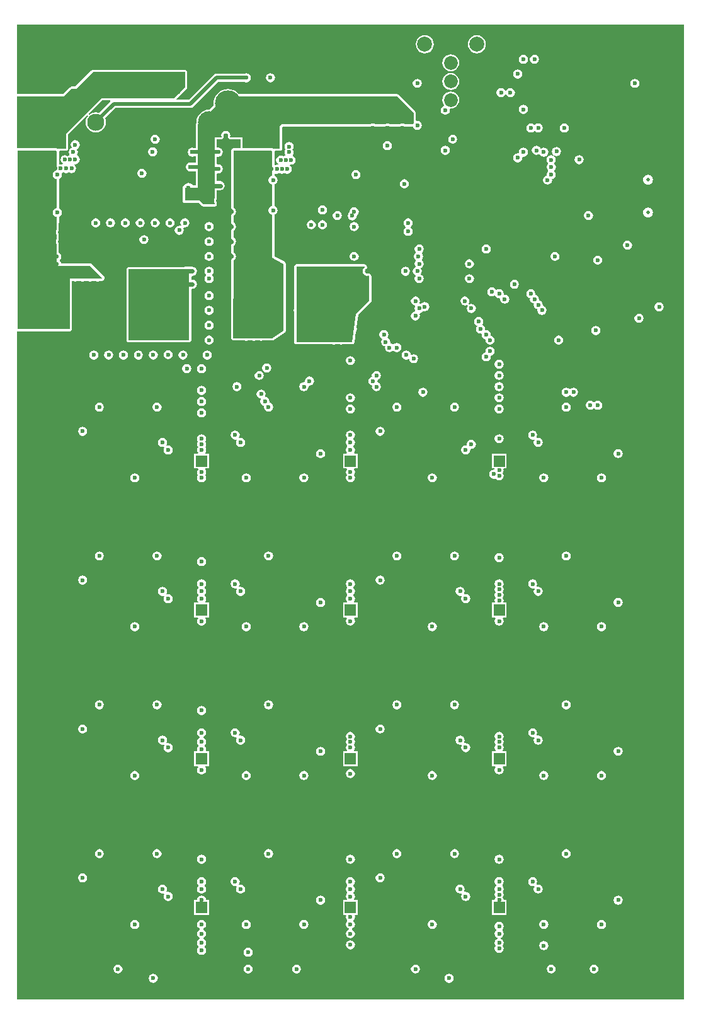
<source format=gbl>
%FSLAX44Y44*%
%MOMM*%
G71*
G01*
G75*
G04 Layer_Physical_Order=4*
G04 Layer_Color=21504*
G04:AMPARAMS|DCode=10|XSize=1mm|YSize=0.9mm|CornerRadius=0.198mm|HoleSize=0mm|Usage=FLASHONLY|Rotation=270.000|XOffset=0mm|YOffset=0mm|HoleType=Round|Shape=RoundedRectangle|*
%AMROUNDEDRECTD10*
21,1,1.0000,0.5040,0,0,270.0*
21,1,0.6040,0.9000,0,0,270.0*
1,1,0.3960,-0.2520,-0.3020*
1,1,0.3960,-0.2520,0.3020*
1,1,0.3960,0.2520,0.3020*
1,1,0.3960,0.2520,-0.3020*
%
%ADD10ROUNDEDRECTD10*%
G04:AMPARAMS|DCode=11|XSize=0.9mm|YSize=0.4mm|CornerRadius=0.15mm|HoleSize=0mm|Usage=FLASHONLY|Rotation=90.000|XOffset=0mm|YOffset=0mm|HoleType=Round|Shape=RoundedRectangle|*
%AMROUNDEDRECTD11*
21,1,0.9000,0.1000,0,0,90.0*
21,1,0.6000,0.4000,0,0,90.0*
1,1,0.3000,0.0500,0.3000*
1,1,0.3000,0.0500,-0.3000*
1,1,0.3000,-0.0500,-0.3000*
1,1,0.3000,-0.0500,0.3000*
%
%ADD11ROUNDEDRECTD11*%
%ADD12O,0.6000X1.5500*%
G04:AMPARAMS|DCode=13|XSize=1mm|YSize=0.9mm|CornerRadius=0.198mm|HoleSize=0mm|Usage=FLASHONLY|Rotation=0.000|XOffset=0mm|YOffset=0mm|HoleType=Round|Shape=RoundedRectangle|*
%AMROUNDEDRECTD13*
21,1,1.0000,0.5040,0,0,0.0*
21,1,0.6040,0.9000,0,0,0.0*
1,1,0.3960,0.3020,-0.2520*
1,1,0.3960,-0.3020,-0.2520*
1,1,0.3960,-0.3020,0.2520*
1,1,0.3960,0.3020,0.2520*
%
%ADD13ROUNDEDRECTD13*%
G04:AMPARAMS|DCode=14|XSize=1.05mm|YSize=0.65mm|CornerRadius=0.2015mm|HoleSize=0mm|Usage=FLASHONLY|Rotation=0.000|XOffset=0mm|YOffset=0mm|HoleType=Round|Shape=RoundedRectangle|*
%AMROUNDEDRECTD14*
21,1,1.0500,0.2470,0,0,0.0*
21,1,0.6470,0.6500,0,0,0.0*
1,1,0.4030,0.3235,-0.1235*
1,1,0.4030,-0.3235,-0.1235*
1,1,0.4030,-0.3235,0.1235*
1,1,0.4030,0.3235,0.1235*
%
%ADD14ROUNDEDRECTD14*%
G04:AMPARAMS|DCode=15|XSize=1mm|YSize=0.95mm|CornerRadius=0.1995mm|HoleSize=0mm|Usage=FLASHONLY|Rotation=180.000|XOffset=0mm|YOffset=0mm|HoleType=Round|Shape=RoundedRectangle|*
%AMROUNDEDRECTD15*
21,1,1.0000,0.5510,0,0,180.0*
21,1,0.6010,0.9500,0,0,180.0*
1,1,0.3990,-0.3005,0.2755*
1,1,0.3990,0.3005,0.2755*
1,1,0.3990,0.3005,-0.2755*
1,1,0.3990,-0.3005,-0.2755*
%
%ADD15ROUNDEDRECTD15*%
%ADD16C,0.4000*%
%ADD17O,0.8500X0.2500*%
%ADD18O,0.2500X0.8500*%
G04:AMPARAMS|DCode=19|XSize=1mm|YSize=0.95mm|CornerRadius=0.1995mm|HoleSize=0mm|Usage=FLASHONLY|Rotation=90.000|XOffset=0mm|YOffset=0mm|HoleType=Round|Shape=RoundedRectangle|*
%AMROUNDEDRECTD19*
21,1,1.0000,0.5510,0,0,90.0*
21,1,0.6010,0.9500,0,0,90.0*
1,1,0.3990,0.2755,0.3005*
1,1,0.3990,0.2755,-0.3005*
1,1,0.3990,-0.2755,-0.3005*
1,1,0.3990,-0.2755,0.3005*
%
%ADD19ROUNDEDRECTD19*%
G04:AMPARAMS|DCode=20|XSize=1.45mm|YSize=1.15mm|CornerRadius=0.2013mm|HoleSize=0mm|Usage=FLASHONLY|Rotation=270.000|XOffset=0mm|YOffset=0mm|HoleType=Round|Shape=RoundedRectangle|*
%AMROUNDEDRECTD20*
21,1,1.4500,0.7475,0,0,270.0*
21,1,1.0475,1.1500,0,0,270.0*
1,1,0.4025,-0.3738,-0.5238*
1,1,0.4025,-0.3738,0.5238*
1,1,0.4025,0.3738,0.5238*
1,1,0.4025,0.3738,-0.5238*
%
%ADD20ROUNDEDRECTD20*%
G04:AMPARAMS|DCode=21|XSize=1.45mm|YSize=1.15mm|CornerRadius=0.2013mm|HoleSize=0mm|Usage=FLASHONLY|Rotation=0.000|XOffset=0mm|YOffset=0mm|HoleType=Round|Shape=RoundedRectangle|*
%AMROUNDEDRECTD21*
21,1,1.4500,0.7475,0,0,0.0*
21,1,1.0475,1.1500,0,0,0.0*
1,1,0.4025,0.5238,-0.3738*
1,1,0.4025,-0.5238,-0.3738*
1,1,0.4025,-0.5238,0.3738*
1,1,0.4025,0.5238,0.3738*
%
%ADD21ROUNDEDRECTD21*%
%ADD22C,0.6000*%
%ADD23O,1.3500X0.5000*%
G04:AMPARAMS|DCode=24|XSize=1.75mm|YSize=1.05mm|CornerRadius=0.1995mm|HoleSize=0mm|Usage=FLASHONLY|Rotation=90.000|XOffset=0mm|YOffset=0mm|HoleType=Round|Shape=RoundedRectangle|*
%AMROUNDEDRECTD24*
21,1,1.7500,0.6510,0,0,90.0*
21,1,1.3510,1.0500,0,0,90.0*
1,1,0.3990,0.3255,0.6755*
1,1,0.3990,0.3255,-0.6755*
1,1,0.3990,-0.3255,-0.6755*
1,1,0.3990,-0.3255,0.6755*
%
%ADD24ROUNDEDRECTD24*%
G04:AMPARAMS|DCode=25|XSize=1.75mm|YSize=1.05mm|CornerRadius=0.1995mm|HoleSize=0mm|Usage=FLASHONLY|Rotation=0.000|XOffset=0mm|YOffset=0mm|HoleType=Round|Shape=RoundedRectangle|*
%AMROUNDEDRECTD25*
21,1,1.7500,0.6510,0,0,0.0*
21,1,1.3510,1.0500,0,0,0.0*
1,1,0.3990,0.6755,-0.3255*
1,1,0.3990,-0.6755,-0.3255*
1,1,0.3990,-0.6755,0.3255*
1,1,0.3990,0.6755,0.3255*
%
%ADD25ROUNDEDRECTD25*%
%ADD26O,1.5500X0.6000*%
%ADD27O,0.5000X1.3500*%
G04:AMPARAMS|DCode=28|XSize=6.5mm|YSize=5mm|CornerRadius=0.25mm|HoleSize=0mm|Usage=FLASHONLY|Rotation=90.000|XOffset=0mm|YOffset=0mm|HoleType=Round|Shape=RoundedRectangle|*
%AMROUNDEDRECTD28*
21,1,6.5000,4.5000,0,0,90.0*
21,1,6.0000,5.0000,0,0,90.0*
1,1,0.5000,2.2500,3.0000*
1,1,0.5000,2.2500,-3.0000*
1,1,0.5000,-2.2500,-3.0000*
1,1,0.5000,-2.2500,3.0000*
%
%ADD28ROUNDEDRECTD28*%
%ADD29C,1.3000*%
%ADD30R,1.3000X1.3000*%
G04:AMPARAMS|DCode=31|XSize=4.9mm|YSize=1.6mm|CornerRadius=0.2mm|HoleSize=0mm|Usage=FLASHONLY|Rotation=180.000|XOffset=0mm|YOffset=0mm|HoleType=Round|Shape=RoundedRectangle|*
%AMROUNDEDRECTD31*
21,1,4.9000,1.2000,0,0,180.0*
21,1,4.5000,1.6000,0,0,180.0*
1,1,0.4000,-2.2500,0.6000*
1,1,0.4000,2.2500,0.6000*
1,1,0.4000,2.2500,-0.6000*
1,1,0.4000,-2.2500,-0.6000*
%
%ADD31ROUNDEDRECTD31*%
%ADD32O,1.5000X0.3000*%
%ADD33O,0.3000X1.5000*%
%ADD34C,1.0000*%
G04:AMPARAMS|DCode=35|XSize=1.1mm|YSize=0.6mm|CornerRadius=0.201mm|HoleSize=0mm|Usage=FLASHONLY|Rotation=270.000|XOffset=0mm|YOffset=0mm|HoleType=Round|Shape=RoundedRectangle|*
%AMROUNDEDRECTD35*
21,1,1.1000,0.1980,0,0,270.0*
21,1,0.6980,0.6000,0,0,270.0*
1,1,0.4020,-0.0990,-0.3490*
1,1,0.4020,-0.0990,0.3490*
1,1,0.4020,0.0990,0.3490*
1,1,0.4020,0.0990,-0.3490*
%
%ADD35ROUNDEDRECTD35*%
G04:AMPARAMS|DCode=36|XSize=2.5mm|YSize=2mm|CornerRadius=0.2mm|HoleSize=0mm|Usage=FLASHONLY|Rotation=180.000|XOffset=0mm|YOffset=0mm|HoleType=Round|Shape=RoundedRectangle|*
%AMROUNDEDRECTD36*
21,1,2.5000,1.6000,0,0,180.0*
21,1,2.1000,2.0000,0,0,180.0*
1,1,0.4000,-1.0500,0.8000*
1,1,0.4000,1.0500,0.8000*
1,1,0.4000,1.0500,-0.8000*
1,1,0.4000,-1.0500,-0.8000*
%
%ADD36ROUNDEDRECTD36*%
G04:AMPARAMS|DCode=37|XSize=2.3mm|YSize=0.5mm|CornerRadius=0.2mm|HoleSize=0mm|Usage=FLASHONLY|Rotation=180.000|XOffset=0mm|YOffset=0mm|HoleType=Round|Shape=RoundedRectangle|*
%AMROUNDEDRECTD37*
21,1,2.3000,0.1000,0,0,180.0*
21,1,1.9000,0.5000,0,0,180.0*
1,1,0.4000,-0.9500,0.0500*
1,1,0.4000,0.9500,0.0500*
1,1,0.4000,0.9500,-0.0500*
1,1,0.4000,-0.9500,-0.0500*
%
%ADD37ROUNDEDRECTD37*%
G04:AMPARAMS|DCode=38|XSize=1mm|YSize=0.45mm|CornerRadius=0.1125mm|HoleSize=0mm|Usage=FLASHONLY|Rotation=0.000|XOffset=0mm|YOffset=0mm|HoleType=Round|Shape=RoundedRectangle|*
%AMROUNDEDRECTD38*
21,1,1.0000,0.2250,0,0,0.0*
21,1,0.7750,0.4500,0,0,0.0*
1,1,0.2250,0.3875,-0.1125*
1,1,0.2250,-0.3875,-0.1125*
1,1,0.2250,-0.3875,0.1125*
1,1,0.2250,0.3875,0.1125*
%
%ADD38ROUNDEDRECTD38*%
G04:AMPARAMS|DCode=39|XSize=1.35mm|YSize=1.65mm|CornerRadius=0.27mm|HoleSize=0mm|Usage=FLASHONLY|Rotation=90.000|XOffset=0mm|YOffset=0mm|HoleType=Round|Shape=RoundedRectangle|*
%AMROUNDEDRECTD39*
21,1,1.3500,1.1100,0,0,90.0*
21,1,0.8100,1.6500,0,0,90.0*
1,1,0.5400,0.5550,0.4050*
1,1,0.5400,0.5550,-0.4050*
1,1,0.5400,-0.5550,-0.4050*
1,1,0.5400,-0.5550,0.4050*
%
%ADD39ROUNDEDRECTD39*%
G04:AMPARAMS|DCode=40|XSize=0.7mm|YSize=0.25mm|CornerRadius=0.0838mm|HoleSize=0mm|Usage=FLASHONLY|Rotation=0.000|XOffset=0mm|YOffset=0mm|HoleType=Round|Shape=RoundedRectangle|*
%AMROUNDEDRECTD40*
21,1,0.7000,0.0825,0,0,0.0*
21,1,0.5325,0.2500,0,0,0.0*
1,1,0.1675,0.2662,-0.0413*
1,1,0.1675,-0.2662,-0.0413*
1,1,0.1675,-0.2662,0.0413*
1,1,0.1675,0.2662,0.0413*
%
%ADD40ROUNDEDRECTD40*%
G04:AMPARAMS|DCode=41|XSize=3mm|YSize=1.65mm|CornerRadius=0.1073mm|HoleSize=0mm|Usage=FLASHONLY|Rotation=90.000|XOffset=0mm|YOffset=0mm|HoleType=Round|Shape=RoundedRectangle|*
%AMROUNDEDRECTD41*
21,1,3.0000,1.4355,0,0,90.0*
21,1,2.7855,1.6500,0,0,90.0*
1,1,0.2145,0.7178,1.3927*
1,1,0.2145,0.7178,-1.3927*
1,1,0.2145,-0.7178,-1.3927*
1,1,0.2145,-0.7178,1.3927*
%
%ADD41ROUNDEDRECTD41*%
G04:AMPARAMS|DCode=42|XSize=1.2mm|YSize=1.2mm|CornerRadius=0.198mm|HoleSize=0mm|Usage=FLASHONLY|Rotation=0.000|XOffset=0mm|YOffset=0mm|HoleType=Round|Shape=RoundedRectangle|*
%AMROUNDEDRECTD42*
21,1,1.2000,0.8040,0,0,0.0*
21,1,0.8040,1.2000,0,0,0.0*
1,1,0.3960,0.4020,-0.4020*
1,1,0.3960,-0.4020,-0.4020*
1,1,0.3960,-0.4020,0.4020*
1,1,0.3960,0.4020,0.4020*
%
%ADD42ROUNDEDRECTD42*%
G04:AMPARAMS|DCode=43|XSize=1.2mm|YSize=1.2mm|CornerRadius=0.198mm|HoleSize=0mm|Usage=FLASHONLY|Rotation=270.000|XOffset=0mm|YOffset=0mm|HoleType=Round|Shape=RoundedRectangle|*
%AMROUNDEDRECTD43*
21,1,1.2000,0.8040,0,0,270.0*
21,1,0.8040,1.2000,0,0,270.0*
1,1,0.3960,-0.4020,-0.4020*
1,1,0.3960,-0.4020,0.4020*
1,1,0.3960,0.4020,0.4020*
1,1,0.3960,0.4020,-0.4020*
%
%ADD43ROUNDEDRECTD43*%
G04:AMPARAMS|DCode=44|XSize=6.45mm|YSize=6mm|CornerRadius=0.21mm|HoleSize=0mm|Usage=FLASHONLY|Rotation=90.000|XOffset=0mm|YOffset=0mm|HoleType=Round|Shape=RoundedRectangle|*
%AMROUNDEDRECTD44*
21,1,6.4500,5.5800,0,0,90.0*
21,1,6.0300,6.0000,0,0,90.0*
1,1,0.4200,2.7900,3.0150*
1,1,0.4200,2.7900,-3.0150*
1,1,0.4200,-2.7900,-3.0150*
1,1,0.4200,-2.7900,3.0150*
%
%ADD44ROUNDEDRECTD44*%
G04:AMPARAMS|DCode=45|XSize=2.85mm|YSize=1mm|CornerRadius=0.2mm|HoleSize=0mm|Usage=FLASHONLY|Rotation=90.000|XOffset=0mm|YOffset=0mm|HoleType=Round|Shape=RoundedRectangle|*
%AMROUNDEDRECTD45*
21,1,2.8500,0.6000,0,0,90.0*
21,1,2.4500,1.0000,0,0,90.0*
1,1,0.4000,0.3000,1.2250*
1,1,0.4000,0.3000,-1.2250*
1,1,0.4000,-0.3000,-1.2250*
1,1,0.4000,-0.3000,1.2250*
%
%ADD45ROUNDEDRECTD45*%
G04:AMPARAMS|DCode=46|XSize=3.95mm|YSize=1.5mm|CornerRadius=0.2475mm|HoleSize=0mm|Usage=FLASHONLY|Rotation=90.000|XOffset=0mm|YOffset=0mm|HoleType=Round|Shape=RoundedRectangle|*
%AMROUNDEDRECTD46*
21,1,3.9500,1.0050,0,0,90.0*
21,1,3.4550,1.5000,0,0,90.0*
1,1,0.4950,0.5025,1.7275*
1,1,0.4950,0.5025,-1.7275*
1,1,0.4950,-0.5025,-1.7275*
1,1,0.4950,-0.5025,1.7275*
%
%ADD46ROUNDEDRECTD46*%
G04:AMPARAMS|DCode=47|XSize=6.4mm|YSize=10.5mm|CornerRadius=0.128mm|HoleSize=0mm|Usage=FLASHONLY|Rotation=90.000|XOffset=0mm|YOffset=0mm|HoleType=Round|Shape=RoundedRectangle|*
%AMROUNDEDRECTD47*
21,1,6.4000,10.2440,0,0,90.0*
21,1,6.1440,10.5000,0,0,90.0*
1,1,0.2560,5.1220,3.0720*
1,1,0.2560,5.1220,-3.0720*
1,1,0.2560,-5.1220,-3.0720*
1,1,0.2560,-5.1220,3.0720*
%
%ADD47ROUNDEDRECTD47*%
%ADD48C,0.2500*%
%ADD49C,0.3000*%
%ADD50C,0.5000*%
%ADD51C,0.6000*%
%ADD52C,0.2540*%
%ADD53C,1.0000*%
%ADD54C,0.4000*%
%ADD55C,0.4500*%
%ADD56C,0.8000*%
%ADD57C,0.5500*%
%ADD58C,1.6000*%
%ADD59R,1.6000X1.6000*%
%ADD60C,6.0000*%
%ADD61C,3.0000*%
%ADD62C,2.0000*%
%ADD63C,0.5000*%
%ADD64C,1.8500*%
%ADD65C,3.5000*%
%ADD66C,2.3000*%
%ADD67C,2.0000*%
%ADD68C,1.8000*%
G36*
X-322762Y758268D02*
X-338170Y742860D01*
X-338876Y743152D01*
X-342400Y743616D01*
X-345924Y743152D01*
X-349208Y741792D01*
X-350848Y740534D01*
X-351685Y741489D01*
X-333733Y759441D01*
X-323249D01*
X-322762Y758268D01*
D02*
G37*
G36*
X448628Y445000D02*
X448628Y445000D01*
X448628D01*
Y-35000D01*
Y-448628D01*
X-448628D01*
Y447500D01*
X-448628Y447500D01*
X-448628Y447500D01*
Y447500D01*
Y448764D01*
X-447646Y449570D01*
X-447000Y449441D01*
X-389981D01*
X-389841Y449348D01*
X-387500Y448882D01*
X-385159Y449348D01*
X-385020Y449441D01*
X-377500D01*
X-376329Y449674D01*
X-375337Y450337D01*
X-374674Y451329D01*
X-374441Y452500D01*
Y516941D01*
X-372481D01*
X-372341Y516848D01*
X-370000Y516382D01*
X-367659Y516848D01*
X-367520Y516941D01*
X-362481D01*
X-362341Y516848D01*
X-360000Y516382D01*
X-357659Y516848D01*
X-357520Y516941D01*
X-352481D01*
X-352341Y516848D01*
X-350000Y516382D01*
X-347659Y516848D01*
X-347520Y516941D01*
X-342481D01*
X-342341Y516848D01*
X-340000Y516382D01*
X-337659Y516848D01*
X-337520Y516941D01*
X-334159D01*
X-333415Y517089D01*
X-332989Y517174D01*
X-332791Y517306D01*
X-331996Y517837D01*
X-331599Y518432D01*
X-331333Y518829D01*
X-330847Y520003D01*
X-330755Y520468D01*
X-330615Y521173D01*
X-330763Y521917D01*
X-330847Y522344D01*
X-331177Y522837D01*
X-331511Y523336D01*
X-347837Y539663D01*
X-348829Y540326D01*
X-350000Y540559D01*
X-350000Y540559D01*
X-388994D01*
X-389348Y542341D01*
X-389999Y543316D01*
X-390674Y544326D01*
X-390733Y544365D01*
Y545635D01*
X-390674Y545674D01*
X-389999Y546684D01*
X-389348Y547659D01*
X-388882Y550000D01*
X-389348Y552341D01*
X-389999Y553316D01*
X-390674Y554326D01*
X-391928Y555163D01*
X-391919Y566648D01*
X-391978Y566945D01*
X-391978Y567247D01*
X-392093Y567524D01*
X-392151Y567819D01*
X-392319Y568070D01*
X-392435Y568350D01*
X-392771Y568852D01*
X-392999Y570000D01*
X-392771Y571148D01*
X-392430Y571658D01*
X-392315Y571935D01*
X-392148Y572185D01*
X-392089Y572481D01*
X-391973Y572761D01*
X-391973Y573061D01*
X-391914Y573355D01*
X-391910Y579134D01*
X-391968Y579430D01*
Y579733D01*
X-392083Y580010D01*
X-392142Y580304D01*
X-392309Y580556D01*
X-392425Y580835D01*
X-392771Y581352D01*
X-392999Y582500D01*
X-392771Y583647D01*
X-392420Y584172D01*
X-392305Y584449D01*
X-392138Y584699D01*
X-392079Y584995D01*
X-391963Y585275D01*
X-391963Y585575D01*
X-391905Y585869D01*
X-391892Y603029D01*
X-391932Y603234D01*
X-391609Y603298D01*
X-389624Y604624D01*
X-388298Y606609D01*
X-387832Y608950D01*
X-388298Y611291D01*
X-389624Y613276D01*
X-391609Y614602D01*
X-391720Y614624D01*
X-391883Y614868D01*
X-391853Y653821D01*
X-391897Y654041D01*
X-391609Y654098D01*
X-389624Y655424D01*
X-388298Y657409D01*
X-387832Y659750D01*
X-388127Y661229D01*
X-387421Y662285D01*
X-387110Y662347D01*
X-385701Y663289D01*
X-384292Y662347D01*
X-381951Y661882D01*
X-379610Y662347D01*
X-378450Y663122D01*
X-377292Y662348D01*
X-374951Y661882D01*
X-372610Y662348D01*
X-370625Y663674D01*
X-369299Y665659D01*
X-368833Y668000D01*
X-369299Y670341D01*
X-370625Y672326D01*
X-371522Y672925D01*
X-371036Y674098D01*
X-369950Y673882D01*
X-367609Y674348D01*
X-365624Y675674D01*
X-364298Y677659D01*
X-363833Y680000D01*
X-364298Y682341D01*
X-365624Y684326D01*
X-367318Y685458D01*
X-367263Y685421D01*
X-367511Y686667D01*
X-366848Y687659D01*
X-366382Y690000D01*
X-366848Y692341D01*
X-367511Y693333D01*
X-367263Y694579D01*
X-367318Y694542D01*
X-365624Y695674D01*
X-364298Y697659D01*
X-363833Y700000D01*
X-364298Y702341D01*
X-365624Y704326D01*
X-367609Y705652D01*
X-369950Y706117D01*
X-372291Y705652D01*
X-374276Y704326D01*
X-375602Y702341D01*
X-376068Y700000D01*
X-375602Y697659D01*
X-374939Y696667D01*
X-375187Y695421D01*
X-375131Y695458D01*
X-376826Y694326D01*
X-378152Y692341D01*
X-378618Y690000D01*
X-378152Y687659D01*
X-377707Y686994D01*
X-378194Y685820D01*
X-379041Y685652D01*
X-380200Y684877D01*
X-381359Y685652D01*
X-383700Y686117D01*
X-386041Y685652D01*
X-388026Y684326D01*
X-389352Y682341D01*
X-389818Y680000D01*
X-389352Y677659D01*
X-388026Y675674D01*
X-386809Y674861D01*
X-387295Y673688D01*
X-389451Y674117D01*
X-390856Y673837D01*
X-391837Y674643D01*
X-391825Y691599D01*
X-389859Y691941D01*
X-382500D01*
X-381329Y692174D01*
X-380337Y692837D01*
X-379674Y693829D01*
X-379441Y695000D01*
Y713733D01*
X-353889Y739285D01*
X-352934Y738448D01*
X-354192Y736808D01*
X-355552Y733524D01*
X-356017Y730000D01*
X-355552Y726476D01*
X-354192Y723192D01*
X-352028Y720372D01*
X-349208Y718208D01*
X-345924Y716848D01*
X-342400Y716384D01*
X-338876Y716848D01*
X-335592Y718208D01*
X-332772Y720372D01*
X-330608Y723192D01*
X-329248Y726476D01*
X-328783Y730000D01*
X-329248Y733524D01*
X-329950Y735220D01*
X-315777Y749392D01*
X-215000D01*
X-212854Y749819D01*
X-211035Y751035D01*
X-211035Y751035D01*
X-211035Y751035D01*
X-177677Y784392D01*
X-142407D01*
X-142341Y784348D01*
X-140000Y783882D01*
X-137659Y784348D01*
X-135674Y785674D01*
X-134348Y787659D01*
X-133883Y790000D01*
X-134348Y792341D01*
X-135674Y794326D01*
X-137659Y795652D01*
X-140000Y796117D01*
X-142341Y795652D01*
X-142407Y795608D01*
X-180000D01*
X-182146Y795181D01*
X-183965Y793965D01*
X-217323Y760608D01*
X-233407D01*
X-233893Y761781D01*
X-220337Y775337D01*
X-219674Y776329D01*
X-219441Y777500D01*
X-219441Y777500D01*
Y797500D01*
X-219674Y798671D01*
X-220337Y799663D01*
X-221329Y800326D01*
X-222500Y800559D01*
X-346132D01*
X-346132Y800559D01*
X-347303Y800326D01*
X-348295Y799663D01*
X-348295Y799663D01*
X-369899Y778059D01*
X-375000D01*
X-375000Y778059D01*
X-376171Y777826D01*
X-377163Y777163D01*
X-377163Y777163D01*
X-386267Y768059D01*
X-448628D01*
Y861628D01*
X448628D01*
Y445000D01*
D02*
G37*
G36*
X-222500Y777500D02*
X-237500Y762500D01*
X-335000D01*
X-382500Y715000D01*
Y695000D01*
X-394123D01*
X-394133Y695007D01*
X-394609Y695325D01*
X-394610Y695326D01*
X-394610Y695326D01*
X-395174Y695438D01*
X-395780Y695559D01*
X-395780Y695559D01*
X-395781Y695559D01*
X-447000D01*
X-447646Y695430D01*
X-448628Y696236D01*
Y765000D01*
X-385000D01*
X-375000Y775000D01*
X-368632D01*
X-346132Y797500D01*
X-222500D01*
Y777500D01*
D02*
G37*
G36*
X-394883Y691602D02*
X-394903Y665678D01*
X-396291Y665402D01*
X-398276Y664076D01*
X-399602Y662091D01*
X-400068Y659750D01*
X-399602Y657409D01*
X-398276Y655424D01*
X-396291Y654098D01*
X-394912Y653824D01*
X-394941Y614870D01*
X-396291Y614602D01*
X-398276Y613276D01*
X-399602Y611291D01*
X-400068Y608950D01*
X-399602Y606609D01*
X-398276Y604624D01*
X-396291Y603298D01*
X-394950Y603031D01*
X-394963Y585872D01*
X-395652Y584841D01*
X-396118Y582500D01*
X-395652Y580159D01*
X-394968Y579136D01*
X-394973Y573357D01*
X-395652Y572341D01*
X-396118Y570000D01*
X-395652Y567659D01*
X-394978Y566650D01*
X-395000Y537500D01*
X-350000D01*
X-333673Y521173D01*
X-334159Y520000D01*
X-377500D01*
Y452500D01*
X-447000D01*
Y692500D01*
X-395781D01*
X-394883Y691602D01*
D02*
G37*
%LPC*%
G36*
X40000Y-78882D02*
X37659Y-79348D01*
X35674Y-80674D01*
X34348Y-82659D01*
X33882Y-85000D01*
X34348Y-87341D01*
X35674Y-89326D01*
X37659Y-90652D01*
X40000Y-91117D01*
X42341Y-90652D01*
X44326Y-89326D01*
X45652Y-87341D01*
X46118Y-85000D01*
X45652Y-82659D01*
X44326Y-80674D01*
X42341Y-79348D01*
X40000Y-78882D01*
D02*
G37*
G36*
X360000Y91117D02*
X357659Y90652D01*
X355674Y89326D01*
X354348Y87341D01*
X353882Y85000D01*
X354348Y82659D01*
X355674Y80674D01*
X357659Y79348D01*
X360000Y78882D01*
X362341Y79348D01*
X364326Y80674D01*
X365652Y82659D01*
X366118Y85000D01*
X365652Y87341D01*
X364326Y89326D01*
X362341Y90652D01*
X360000Y91117D01*
D02*
G37*
G36*
X-252499Y106119D02*
X-254840Y105654D01*
X-256824Y104328D01*
X-258151Y102343D01*
X-258616Y100002D01*
X-258151Y97661D01*
X-256824Y95676D01*
X-254840Y94350D01*
X-252499Y93884D01*
X-250807Y94221D01*
X-250101Y93165D01*
X-250652Y92341D01*
X-251118Y90000D01*
X-250652Y87659D01*
X-249326Y85674D01*
X-247341Y84348D01*
X-245000Y83882D01*
X-242659Y84348D01*
X-240674Y85674D01*
X-239348Y87659D01*
X-238883Y90000D01*
X-239348Y92341D01*
X-240674Y94326D01*
X-242659Y95652D01*
X-245000Y96117D01*
X-246692Y95781D01*
X-247397Y96837D01*
X-246847Y97661D01*
X-246381Y100002D01*
X-246847Y102343D01*
X-248173Y104328D01*
X-250158Y105654D01*
X-252499Y106119D01*
D02*
G37*
G36*
X-0Y116117D02*
X-2341Y115652D01*
X-4326Y114326D01*
X-5652Y112341D01*
X-6118Y110000D01*
X-5652Y107659D01*
X-4326Y105674D01*
X-4267Y105635D01*
Y104365D01*
X-4326Y104326D01*
X-5652Y102341D01*
X-6118Y100000D01*
X-5652Y97659D01*
X-4326Y95674D01*
X-4267Y95635D01*
Y94365D01*
X-4326Y94326D01*
X-5652Y92341D01*
X-6118Y90000D01*
X-5652Y87659D01*
X-4624Y86120D01*
X-5222Y85000D01*
X-10000D01*
Y65000D01*
X-5222D01*
X-4624Y63880D01*
X-5652Y62341D01*
X-6118Y60000D01*
X-5652Y57659D01*
X-4326Y55674D01*
X-2341Y54348D01*
X-0Y53882D01*
X2341Y54348D01*
X4326Y55674D01*
X5652Y57659D01*
X6118Y60000D01*
X5652Y62341D01*
X4624Y63880D01*
X5222Y65000D01*
X10000D01*
Y85000D01*
X5222D01*
X4624Y86120D01*
X5652Y87659D01*
X6118Y90000D01*
X5652Y92341D01*
X4326Y94326D01*
X4267Y94365D01*
Y95635D01*
X4326Y95674D01*
X5652Y97659D01*
X6118Y100000D01*
X5652Y102341D01*
X4326Y104326D01*
X4267Y104365D01*
Y105635D01*
X4326Y105674D01*
X5652Y107659D01*
X6118Y110000D01*
X5652Y112341D01*
X4326Y114326D01*
X2341Y115652D01*
X-0Y116117D01*
D02*
G37*
G36*
X200000D02*
X197659Y115652D01*
X195674Y114326D01*
X194348Y112341D01*
X193882Y110000D01*
X194348Y107659D01*
X195289Y106250D01*
X194348Y104841D01*
X193882Y102500D01*
X194348Y100159D01*
X195289Y98750D01*
X194348Y97341D01*
X193882Y95000D01*
X194348Y92659D01*
X195289Y91250D01*
X194348Y89841D01*
X193882Y87500D01*
X194184Y85982D01*
X193379Y85000D01*
X190000D01*
Y65000D01*
X194778D01*
X195376Y63880D01*
X194348Y62341D01*
X193882Y60000D01*
X194348Y57659D01*
X195674Y55674D01*
X197659Y54348D01*
X200000Y53882D01*
X202341Y54348D01*
X204326Y55674D01*
X205652Y57659D01*
X206117Y60000D01*
X205652Y62341D01*
X204624Y63880D01*
X205222Y65000D01*
X210000D01*
Y85000D01*
X206621D01*
X205816Y85982D01*
X206117Y87500D01*
X205652Y89841D01*
X204710Y91250D01*
X205652Y92659D01*
X206117Y95000D01*
X205652Y97341D01*
X204710Y98750D01*
X205652Y100159D01*
X206117Y102500D01*
X205652Y104841D01*
X204710Y106250D01*
X205652Y107659D01*
X206117Y110000D01*
X205652Y112341D01*
X204326Y114326D01*
X202341Y115652D01*
X200000Y116117D01*
D02*
G37*
G36*
X-40000Y91117D02*
X-42341Y90652D01*
X-44326Y89326D01*
X-45652Y87341D01*
X-46118Y85000D01*
X-45652Y82659D01*
X-44326Y80674D01*
X-42341Y79348D01*
X-40000Y78882D01*
X-37659Y79348D01*
X-35674Y80674D01*
X-34348Y82659D01*
X-33883Y85000D01*
X-34348Y87341D01*
X-35674Y89326D01*
X-37659Y90652D01*
X-40000Y91117D01*
D02*
G37*
G36*
X147500Y106118D02*
X145159Y105653D01*
X143174Y104326D01*
X141848Y102342D01*
X141382Y100001D01*
X141848Y97660D01*
X143174Y95675D01*
X145159Y94349D01*
X147500Y93883D01*
X149192Y94220D01*
X149898Y93164D01*
X149348Y92341D01*
X148883Y90000D01*
X149348Y87659D01*
X150674Y85674D01*
X152659Y84348D01*
X155000Y83882D01*
X157341Y84348D01*
X159326Y85674D01*
X160652Y87659D01*
X161117Y90000D01*
X160652Y92341D01*
X159326Y94326D01*
X157341Y95652D01*
X155000Y96117D01*
X153308Y95781D01*
X152602Y96837D01*
X153152Y97660D01*
X153617Y100001D01*
X153152Y102342D01*
X151826Y104326D01*
X149841Y105653D01*
X147500Y106118D01*
D02*
G37*
G36*
X40000Y121117D02*
X37659Y120652D01*
X35674Y119326D01*
X34348Y117341D01*
X33882Y115000D01*
X34348Y112659D01*
X35674Y110674D01*
X37659Y109348D01*
X40000Y108883D01*
X42341Y109348D01*
X44326Y110674D01*
X45652Y112659D01*
X46118Y115000D01*
X45652Y117341D01*
X44326Y119326D01*
X42341Y120652D01*
X40000Y121117D01*
D02*
G37*
G36*
X-200000Y146117D02*
X-202341Y145652D01*
X-204326Y144326D01*
X-205652Y142341D01*
X-206118Y140000D01*
X-205652Y137659D01*
X-204326Y135674D01*
X-202341Y134348D01*
X-200000Y133882D01*
X-197659Y134348D01*
X-195674Y135674D01*
X-194348Y137659D01*
X-193883Y140000D01*
X-194348Y142341D01*
X-195674Y144326D01*
X-197659Y145652D01*
X-200000Y146117D01*
D02*
G37*
G36*
X200000Y151117D02*
X197659Y150652D01*
X195674Y149326D01*
X194348Y147341D01*
X193882Y145000D01*
X194348Y142659D01*
X195674Y140674D01*
X197659Y139348D01*
X200000Y138883D01*
X202341Y139348D01*
X204326Y140674D01*
X205652Y142659D01*
X206117Y145000D01*
X205652Y147341D01*
X204326Y149326D01*
X202341Y150652D01*
X200000Y151117D01*
D02*
G37*
G36*
X-155000Y116117D02*
X-157341Y115652D01*
X-159326Y114326D01*
X-160652Y112341D01*
X-161118Y110000D01*
X-160652Y107659D01*
X-159326Y105674D01*
X-157341Y104348D01*
X-155000Y103882D01*
X-153308Y104219D01*
X-152603Y103163D01*
X-153153Y102339D01*
X-153619Y99998D01*
X-153153Y97657D01*
X-151827Y95672D01*
X-149842Y94346D01*
X-147501Y93880D01*
X-145160Y94346D01*
X-143176Y95672D01*
X-141849Y97657D01*
X-141384Y99998D01*
X-141849Y102339D01*
X-143176Y104324D01*
X-145160Y105650D01*
X-147501Y106116D01*
X-149193Y105779D01*
X-149899Y106835D01*
X-149348Y107659D01*
X-148883Y110000D01*
X-149348Y112341D01*
X-150674Y114326D01*
X-152659Y115652D01*
X-155000Y116117D01*
D02*
G37*
G36*
X245000D02*
X242659Y115652D01*
X240674Y114326D01*
X239348Y112341D01*
X238882Y110000D01*
X239348Y107659D01*
X240674Y105674D01*
X242659Y104348D01*
X245000Y103882D01*
X246692Y104219D01*
X247397Y103163D01*
X246847Y102339D01*
X246381Y99998D01*
X246847Y97657D01*
X248173Y95672D01*
X250158Y94346D01*
X252499Y93880D01*
X254840Y94346D01*
X256824Y95672D01*
X258151Y97657D01*
X258616Y99998D01*
X258151Y102339D01*
X256824Y104324D01*
X254840Y105650D01*
X252499Y106116D01*
X250807Y105779D01*
X250101Y106835D01*
X250652Y107659D01*
X251117Y110000D01*
X250652Y112341D01*
X249326Y114326D01*
X247341Y115652D01*
X245000Y116117D01*
D02*
G37*
G36*
X-360000Y121117D02*
X-362341Y120652D01*
X-364326Y119326D01*
X-365652Y117341D01*
X-366118Y115000D01*
X-365652Y112659D01*
X-364326Y110674D01*
X-362341Y109348D01*
X-360000Y108883D01*
X-357659Y109348D01*
X-355674Y110674D01*
X-354348Y112659D01*
X-353882Y115000D01*
X-354348Y117341D01*
X-355674Y119326D01*
X-357659Y120652D01*
X-360000Y121117D01*
D02*
G37*
G36*
X-200000Y116117D02*
X-202341Y115652D01*
X-204326Y114326D01*
X-205652Y112341D01*
X-206118Y110000D01*
X-205652Y107659D01*
X-204326Y105674D01*
X-204267Y105635D01*
Y104365D01*
X-204326Y104326D01*
X-205652Y102341D01*
X-206118Y100000D01*
X-205652Y97659D01*
X-204326Y95674D01*
X-204267Y95635D01*
Y94365D01*
X-204326Y94326D01*
X-205652Y92341D01*
X-206118Y90000D01*
X-205652Y87659D01*
X-204624Y86120D01*
X-205222Y85000D01*
X-210000D01*
Y65000D01*
X-205222D01*
X-204624Y63880D01*
X-205652Y62341D01*
X-206118Y60000D01*
X-205652Y57659D01*
X-204326Y55674D01*
X-202341Y54348D01*
X-200000Y53882D01*
X-197659Y54348D01*
X-195674Y55674D01*
X-194348Y57659D01*
X-193883Y60000D01*
X-194348Y62341D01*
X-195376Y63880D01*
X-194778Y65000D01*
X-190000D01*
Y85000D01*
X-194778D01*
X-195376Y86120D01*
X-194348Y87659D01*
X-193883Y90000D01*
X-194348Y92341D01*
X-195674Y94326D01*
X-195733Y94365D01*
Y95635D01*
X-195674Y95674D01*
X-194348Y97659D01*
X-193883Y100000D01*
X-194348Y102341D01*
X-195674Y104326D01*
X-195733Y104365D01*
Y105635D01*
X-195674Y105674D01*
X-194348Y107659D01*
X-193883Y110000D01*
X-194348Y112341D01*
X-195674Y114326D01*
X-197659Y115652D01*
X-200000Y116117D01*
D02*
G37*
G36*
X290000Y-46382D02*
X287659Y-46848D01*
X285674Y-48174D01*
X284348Y-50159D01*
X283882Y-52500D01*
X284348Y-54841D01*
X285674Y-56826D01*
X287659Y-58152D01*
X290000Y-58618D01*
X292341Y-58152D01*
X294326Y-56826D01*
X295652Y-54841D01*
X296117Y-52500D01*
X295652Y-50159D01*
X294326Y-48174D01*
X292341Y-46848D01*
X290000Y-46382D01*
D02*
G37*
G36*
X140000Y-46382D02*
X137659Y-46848D01*
X135674Y-48174D01*
X134348Y-50159D01*
X133882Y-52500D01*
X134348Y-54841D01*
X135674Y-56826D01*
X137659Y-58152D01*
X140000Y-58618D01*
X142341Y-58152D01*
X144326Y-56826D01*
X145652Y-54841D01*
X146117Y-52500D01*
X145652Y-50159D01*
X144326Y-48174D01*
X142341Y-46848D01*
X140000Y-46382D01*
D02*
G37*
G36*
X-140000Y58618D02*
X-142341Y58152D01*
X-144326Y56826D01*
X-145652Y54841D01*
X-146118Y52500D01*
X-145652Y50159D01*
X-144326Y48174D01*
X-142341Y46848D01*
X-140000Y46382D01*
X-137659Y46848D01*
X-135674Y48174D01*
X-134348Y50159D01*
X-133883Y52500D01*
X-134348Y54841D01*
X-135674Y56826D01*
X-137659Y58152D01*
X-140000Y58618D01*
D02*
G37*
G36*
X-337500Y-46382D02*
X-339841Y-46848D01*
X-341826Y-48174D01*
X-343152Y-50159D01*
X-343618Y-52500D01*
X-343152Y-54841D01*
X-341826Y-56826D01*
X-339841Y-58152D01*
X-337500Y-58618D01*
X-335159Y-58152D01*
X-333174Y-56826D01*
X-331848Y-54841D01*
X-331382Y-52500D01*
X-331848Y-50159D01*
X-333174Y-48174D01*
X-335159Y-46848D01*
X-337500Y-46382D01*
D02*
G37*
G36*
X-260000D02*
X-262341Y-46848D01*
X-264326Y-48174D01*
X-265652Y-50159D01*
X-266118Y-52500D01*
X-265652Y-54841D01*
X-264326Y-56826D01*
X-262341Y-58152D01*
X-260000Y-58618D01*
X-257659Y-58152D01*
X-255674Y-56826D01*
X-254348Y-54841D01*
X-253883Y-52500D01*
X-254348Y-50159D01*
X-255674Y-48174D01*
X-257659Y-46848D01*
X-260000Y-46382D01*
D02*
G37*
G36*
X62500D02*
X60159Y-46848D01*
X58174Y-48174D01*
X56848Y-50159D01*
X56382Y-52500D01*
X56848Y-54841D01*
X58174Y-56826D01*
X60159Y-58152D01*
X62500Y-58618D01*
X64841Y-58152D01*
X66826Y-56826D01*
X68152Y-54841D01*
X68618Y-52500D01*
X68152Y-50159D01*
X66826Y-48174D01*
X64841Y-46848D01*
X62500Y-46382D01*
D02*
G37*
G36*
X-62500Y58618D02*
X-64841Y58152D01*
X-66826Y56826D01*
X-68152Y54841D01*
X-68618Y52500D01*
X-68152Y50159D01*
X-66826Y48174D01*
X-64841Y46848D01*
X-62500Y46382D01*
X-60159Y46848D01*
X-58174Y48174D01*
X-56848Y50159D01*
X-56382Y52500D01*
X-56848Y54841D01*
X-58174Y56826D01*
X-60159Y58152D01*
X-62500Y58618D01*
D02*
G37*
G36*
X-110000Y-46382D02*
X-112341Y-46848D01*
X-114326Y-48174D01*
X-115652Y-50159D01*
X-116118Y-52500D01*
X-115652Y-54841D01*
X-114326Y-56826D01*
X-112341Y-58152D01*
X-110000Y-58618D01*
X-107659Y-58152D01*
X-105674Y-56826D01*
X-104348Y-54841D01*
X-103883Y-52500D01*
X-104348Y-50159D01*
X-105674Y-48174D01*
X-107659Y-46848D01*
X-110000Y-46382D01*
D02*
G37*
G36*
X-200000Y-53882D02*
X-202341Y-54348D01*
X-204326Y-55674D01*
X-205652Y-57659D01*
X-206118Y-60000D01*
X-205652Y-62341D01*
X-204326Y-64326D01*
X-202341Y-65652D01*
X-200000Y-66118D01*
X-197659Y-65652D01*
X-195674Y-64326D01*
X-194348Y-62341D01*
X-193883Y-60000D01*
X-194348Y-57659D01*
X-195674Y-55674D01*
X-197659Y-54348D01*
X-200000Y-53882D01*
D02*
G37*
G36*
X110000Y58618D02*
X107659Y58152D01*
X105674Y56826D01*
X104348Y54841D01*
X103882Y52500D01*
X104348Y50159D01*
X105674Y48174D01*
X107659Y46848D01*
X110000Y46382D01*
X112341Y46848D01*
X114326Y48174D01*
X115652Y50159D01*
X116117Y52500D01*
X115652Y54841D01*
X114326Y56826D01*
X112341Y58152D01*
X110000Y58618D01*
D02*
G37*
G36*
X260000Y58618D02*
X257659Y58152D01*
X255674Y56826D01*
X254348Y54841D01*
X253882Y52500D01*
X254348Y50159D01*
X255674Y48174D01*
X257659Y46848D01*
X260000Y46382D01*
X262341Y46848D01*
X264326Y48174D01*
X265652Y50159D01*
X266117Y52500D01*
X265652Y54841D01*
X264326Y56826D01*
X262341Y58152D01*
X260000Y58618D01*
D02*
G37*
G36*
X337500D02*
X335159Y58152D01*
X333174Y56826D01*
X331848Y54841D01*
X331382Y52500D01*
X331848Y50159D01*
X333174Y48174D01*
X335159Y46848D01*
X337500Y46382D01*
X339841Y46848D01*
X341826Y48174D01*
X343152Y50159D01*
X343618Y52500D01*
X343152Y54841D01*
X341826Y56826D01*
X339841Y58152D01*
X337500Y58618D01*
D02*
G37*
G36*
X-290000Y58618D02*
X-292341Y58152D01*
X-294326Y56826D01*
X-295652Y54841D01*
X-296118Y52500D01*
X-295652Y50159D01*
X-294326Y48174D01*
X-292341Y46848D01*
X-290000Y46382D01*
X-287659Y46848D01*
X-285674Y48174D01*
X-284348Y50159D01*
X-283883Y52500D01*
X-284348Y54841D01*
X-285674Y56826D01*
X-287659Y58152D01*
X-290000Y58618D01*
D02*
G37*
G36*
X-110000Y153617D02*
X-112341Y153152D01*
X-114326Y151826D01*
X-115652Y149841D01*
X-116118Y147500D01*
X-115652Y145159D01*
X-114326Y143174D01*
X-112341Y141848D01*
X-110000Y141382D01*
X-107659Y141848D01*
X-105674Y143174D01*
X-104348Y145159D01*
X-103883Y147500D01*
X-104348Y149841D01*
X-105674Y151826D01*
X-107659Y153152D01*
X-110000Y153617D01*
D02*
G37*
G36*
X245000Y316117D02*
X242659Y315652D01*
X240674Y314326D01*
X239348Y312341D01*
X238882Y310000D01*
X239348Y307659D01*
X240674Y305674D01*
X242659Y304348D01*
X245000Y303883D01*
X246692Y304219D01*
X247397Y303163D01*
X246847Y302339D01*
X246381Y299998D01*
X246847Y297657D01*
X248173Y295672D01*
X250158Y294346D01*
X252499Y293880D01*
X254840Y294346D01*
X256824Y295672D01*
X258151Y297657D01*
X258616Y299998D01*
X258151Y302339D01*
X256824Y304324D01*
X254840Y305650D01*
X252499Y306115D01*
X250807Y305779D01*
X250101Y306835D01*
X250652Y307659D01*
X251117Y310000D01*
X250652Y312341D01*
X249326Y314326D01*
X247341Y315652D01*
X245000Y316117D01*
D02*
G37*
G36*
X162500Y303617D02*
X160159Y303152D01*
X158174Y301826D01*
X156848Y299841D01*
X156382Y297500D01*
X156503Y296895D01*
X155605Y295997D01*
X155000Y296117D01*
X152659Y295652D01*
X150674Y294326D01*
X149348Y292341D01*
X148883Y290000D01*
X149348Y287659D01*
X150674Y285674D01*
X152659Y284348D01*
X155000Y283882D01*
X157341Y284348D01*
X159326Y285674D01*
X160652Y287659D01*
X161117Y290000D01*
X160997Y290605D01*
X161895Y291503D01*
X162500Y291382D01*
X164841Y291848D01*
X166826Y293174D01*
X168152Y295159D01*
X168617Y297500D01*
X168152Y299841D01*
X166826Y301826D01*
X164841Y303152D01*
X162500Y303617D01*
D02*
G37*
G36*
X200000Y311117D02*
X197659Y310652D01*
X195674Y309326D01*
X194348Y307341D01*
X193882Y305000D01*
X194348Y302659D01*
X195674Y300674D01*
X197659Y299348D01*
X200000Y298882D01*
X202341Y299348D01*
X204326Y300674D01*
X205652Y302659D01*
X206117Y305000D01*
X205652Y307341D01*
X204326Y309326D01*
X202341Y310652D01*
X200000Y311117D01*
D02*
G37*
G36*
X-155000Y316117D02*
X-157341Y315652D01*
X-159326Y314326D01*
X-160652Y312341D01*
X-161118Y310000D01*
X-160652Y307659D01*
X-159326Y305674D01*
X-157341Y304348D01*
X-155000Y303883D01*
X-153308Y304219D01*
X-152603Y303163D01*
X-153153Y302339D01*
X-153619Y299998D01*
X-153153Y297657D01*
X-151827Y295672D01*
X-149842Y294346D01*
X-147501Y293880D01*
X-145160Y294346D01*
X-143176Y295672D01*
X-141849Y297657D01*
X-141384Y299998D01*
X-141849Y302339D01*
X-143176Y304324D01*
X-145160Y305650D01*
X-147501Y306115D01*
X-149193Y305779D01*
X-149899Y306835D01*
X-149348Y307659D01*
X-148883Y310000D01*
X-149348Y312341D01*
X-150674Y314326D01*
X-152659Y315652D01*
X-155000Y316117D01*
D02*
G37*
G36*
X-40000Y291117D02*
X-42341Y290652D01*
X-44326Y289326D01*
X-45652Y287341D01*
X-46118Y285000D01*
X-45652Y282659D01*
X-44326Y280674D01*
X-42341Y279348D01*
X-40000Y278882D01*
X-37659Y279348D01*
X-35674Y280674D01*
X-34348Y282659D01*
X-33883Y285000D01*
X-34348Y287341D01*
X-35674Y289326D01*
X-37659Y290652D01*
X-40000Y291117D01*
D02*
G37*
G36*
X360000D02*
X357659Y290652D01*
X355674Y289326D01*
X354348Y287341D01*
X353882Y285000D01*
X354348Y282659D01*
X355674Y280674D01*
X357659Y279348D01*
X360000Y278882D01*
X362341Y279348D01*
X364326Y280674D01*
X365652Y282659D01*
X366118Y285000D01*
X365652Y287341D01*
X364326Y289326D01*
X362341Y290652D01*
X360000Y291117D01*
D02*
G37*
G36*
X-252499Y306119D02*
X-254840Y305654D01*
X-256824Y304328D01*
X-258151Y302343D01*
X-258616Y300002D01*
X-258151Y297661D01*
X-256824Y295676D01*
X-254840Y294350D01*
X-252499Y293885D01*
X-250807Y294221D01*
X-250101Y293165D01*
X-250652Y292341D01*
X-251118Y290000D01*
X-250652Y287659D01*
X-249326Y285674D01*
X-247341Y284348D01*
X-245000Y283882D01*
X-242659Y284348D01*
X-240674Y285674D01*
X-239348Y287659D01*
X-238883Y290000D01*
X-239348Y292341D01*
X-240674Y294326D01*
X-242659Y295652D01*
X-245000Y296117D01*
X-246692Y295781D01*
X-247397Y296837D01*
X-246847Y297661D01*
X-246381Y300002D01*
X-246847Y302343D01*
X-248173Y304328D01*
X-250158Y305654D01*
X-252499Y306119D01*
D02*
G37*
G36*
X200000Y351118D02*
X197659Y350652D01*
X195674Y349326D01*
X194348Y347341D01*
X193882Y345000D01*
X194348Y342659D01*
X195674Y340674D01*
X197659Y339348D01*
X200000Y338882D01*
X202341Y339348D01*
X204326Y340674D01*
X205652Y342659D01*
X206117Y345000D01*
X205652Y347341D01*
X204326Y349326D01*
X202341Y350652D01*
X200000Y351118D01*
D02*
G37*
G36*
X-337500Y353618D02*
X-339841Y353152D01*
X-341826Y351826D01*
X-343152Y349841D01*
X-343618Y347500D01*
X-343152Y345159D01*
X-341826Y343174D01*
X-339841Y341848D01*
X-337500Y341382D01*
X-335159Y341848D01*
X-333174Y343174D01*
X-331848Y345159D01*
X-331382Y347500D01*
X-331848Y349841D01*
X-333174Y351826D01*
X-335159Y353152D01*
X-337500Y353618D01*
D02*
G37*
G36*
X-120000Y371118D02*
X-122341Y370652D01*
X-124326Y369326D01*
X-125652Y367341D01*
X-126118Y365000D01*
X-125652Y362659D01*
X-124326Y360674D01*
X-122341Y359348D01*
X-120787Y359039D01*
X-120301Y357866D01*
X-120652Y357341D01*
X-121118Y355000D01*
X-120652Y352659D01*
X-119326Y350674D01*
X-117341Y349348D01*
X-116691Y349219D01*
X-115986Y348163D01*
X-116118Y347500D01*
X-115652Y345159D01*
X-114326Y343174D01*
X-112341Y341848D01*
X-110000Y341382D01*
X-107659Y341848D01*
X-105674Y343174D01*
X-104348Y345159D01*
X-103883Y347500D01*
X-104348Y349841D01*
X-105674Y351826D01*
X-107659Y353152D01*
X-108309Y353281D01*
X-109014Y354337D01*
X-108883Y355000D01*
X-109348Y357341D01*
X-110674Y359326D01*
X-112659Y360652D01*
X-114213Y360961D01*
X-114699Y362134D01*
X-114348Y362659D01*
X-113883Y365000D01*
X-114348Y367341D01*
X-115674Y369326D01*
X-117659Y370652D01*
X-120000Y371118D01*
D02*
G37*
G36*
X-0Y351118D02*
X-2341Y350652D01*
X-4326Y349326D01*
X-5652Y347341D01*
X-6118Y345000D01*
X-5652Y342659D01*
X-4326Y340674D01*
X-2341Y339348D01*
X-0Y338882D01*
X2341Y339348D01*
X4326Y340674D01*
X5652Y342659D01*
X6118Y345000D01*
X5652Y347341D01*
X4326Y349326D01*
X2341Y350652D01*
X-0Y351118D01*
D02*
G37*
G36*
X-360000Y321118D02*
X-362341Y320652D01*
X-364326Y319326D01*
X-365652Y317341D01*
X-366118Y315000D01*
X-365652Y312659D01*
X-364326Y310674D01*
X-362341Y309348D01*
X-360000Y308883D01*
X-357659Y309348D01*
X-355674Y310674D01*
X-354348Y312659D01*
X-353882Y315000D01*
X-354348Y317341D01*
X-355674Y319326D01*
X-357659Y320652D01*
X-360000Y321118D01*
D02*
G37*
G36*
X40000D02*
X37659Y320652D01*
X35674Y319326D01*
X34348Y317341D01*
X33882Y315000D01*
X34348Y312659D01*
X35674Y310674D01*
X37659Y309348D01*
X40000Y308883D01*
X42341Y309348D01*
X44326Y310674D01*
X45652Y312659D01*
X46118Y315000D01*
X45652Y317341D01*
X44326Y319326D01*
X42341Y320652D01*
X40000Y321118D01*
D02*
G37*
G36*
X-200000Y346118D02*
X-202341Y345652D01*
X-204326Y344326D01*
X-205652Y342341D01*
X-206118Y340000D01*
X-205652Y337659D01*
X-204326Y335674D01*
X-202341Y334348D01*
X-200000Y333882D01*
X-197659Y334348D01*
X-195674Y335674D01*
X-194348Y337659D01*
X-193883Y340000D01*
X-194348Y342341D01*
X-195674Y344326D01*
X-197659Y345652D01*
X-200000Y346118D01*
D02*
G37*
G36*
X140000Y153617D02*
X137659Y153152D01*
X135674Y151826D01*
X134348Y149841D01*
X133882Y147500D01*
X134348Y145159D01*
X135674Y143174D01*
X137659Y141848D01*
X140000Y141382D01*
X142341Y141848D01*
X144326Y143174D01*
X145652Y145159D01*
X146117Y147500D01*
X145652Y149841D01*
X144326Y151826D01*
X142341Y153152D01*
X140000Y153617D01*
D02*
G37*
G36*
X-200000Y311117D02*
X-202341Y310652D01*
X-204326Y309326D01*
X-205652Y307341D01*
X-206118Y305000D01*
X-205652Y302659D01*
X-204711Y301250D01*
X-205652Y299841D01*
X-206118Y297500D01*
X-205652Y295159D01*
X-204711Y293750D01*
X-205652Y292341D01*
X-206118Y290000D01*
X-205652Y287659D01*
X-204624Y286120D01*
X-205222Y285000D01*
X-210000D01*
Y265000D01*
X-205222D01*
X-204624Y263880D01*
X-205652Y262341D01*
X-206118Y260000D01*
X-205652Y257659D01*
X-204711Y256250D01*
X-205652Y254841D01*
X-206118Y252500D01*
X-205652Y250159D01*
X-204326Y248174D01*
X-202341Y246848D01*
X-200000Y246382D01*
X-197659Y246848D01*
X-195674Y248174D01*
X-194348Y250159D01*
X-193883Y252500D01*
X-194348Y254841D01*
X-195290Y256250D01*
X-194348Y257659D01*
X-193883Y260000D01*
X-194348Y262341D01*
X-195376Y263880D01*
X-194778Y265000D01*
X-190000D01*
Y285000D01*
X-194778D01*
X-195376Y286120D01*
X-194348Y287659D01*
X-193883Y290000D01*
X-194348Y292341D01*
X-195290Y293750D01*
X-194348Y295159D01*
X-193883Y297500D01*
X-194348Y299841D01*
X-195290Y301250D01*
X-194348Y302659D01*
X-193883Y305000D01*
X-194348Y307341D01*
X-195674Y309326D01*
X-197659Y310652D01*
X-200000Y311117D01*
D02*
G37*
G36*
X-140000Y258617D02*
X-142341Y258152D01*
X-144326Y256826D01*
X-145652Y254841D01*
X-146118Y252500D01*
X-145652Y250159D01*
X-144326Y248174D01*
X-142341Y246848D01*
X-140000Y246382D01*
X-137659Y246848D01*
X-135674Y248174D01*
X-134348Y250159D01*
X-133883Y252500D01*
X-134348Y254841D01*
X-135674Y256826D01*
X-137659Y258152D01*
X-140000Y258617D01*
D02*
G37*
G36*
X62500Y153617D02*
X60159Y153152D01*
X58174Y151826D01*
X56848Y149841D01*
X56382Y147500D01*
X56848Y145159D01*
X58174Y143174D01*
X60159Y141848D01*
X62500Y141382D01*
X64841Y141848D01*
X66826Y143174D01*
X68152Y145159D01*
X68618Y147500D01*
X68152Y149841D01*
X66826Y151826D01*
X64841Y153152D01*
X62500Y153617D01*
D02*
G37*
G36*
X290000Y153617D02*
X287659Y153152D01*
X285674Y151826D01*
X284348Y149841D01*
X283882Y147500D01*
X284348Y145159D01*
X285674Y143174D01*
X287659Y141848D01*
X290000Y141382D01*
X292341Y141848D01*
X294326Y143174D01*
X295652Y145159D01*
X296117Y147500D01*
X295652Y149841D01*
X294326Y151826D01*
X292341Y153152D01*
X290000Y153617D01*
D02*
G37*
G36*
X-337500Y153617D02*
X-339841Y153152D01*
X-341826Y151826D01*
X-343152Y149841D01*
X-343618Y147500D01*
X-343152Y145159D01*
X-341826Y143174D01*
X-339841Y141848D01*
X-337500Y141382D01*
X-335159Y141848D01*
X-333174Y143174D01*
X-331848Y145159D01*
X-331382Y147500D01*
X-331848Y149841D01*
X-333174Y151826D01*
X-335159Y153152D01*
X-337500Y153617D01*
D02*
G37*
G36*
X-260000D02*
X-262341Y153152D01*
X-264326Y151826D01*
X-265652Y149841D01*
X-266118Y147500D01*
X-265652Y145159D01*
X-264326Y143174D01*
X-262341Y141848D01*
X-260000Y141382D01*
X-257659Y141848D01*
X-255674Y143174D01*
X-254348Y145159D01*
X-253883Y147500D01*
X-254348Y149841D01*
X-255674Y151826D01*
X-257659Y153152D01*
X-260000Y153617D01*
D02*
G37*
G36*
X-290000Y258617D02*
X-292341Y258152D01*
X-294326Y256826D01*
X-295652Y254841D01*
X-296118Y252500D01*
X-295652Y250159D01*
X-294326Y248174D01*
X-292341Y246848D01*
X-290000Y246383D01*
X-287659Y246848D01*
X-285674Y248174D01*
X-284348Y250159D01*
X-283883Y252500D01*
X-284348Y254841D01*
X-285674Y256826D01*
X-287659Y258152D01*
X-290000Y258617D01*
D02*
G37*
G36*
X110000D02*
X107659Y258152D01*
X105674Y256826D01*
X104348Y254841D01*
X103882Y252500D01*
X104348Y250159D01*
X105674Y248174D01*
X107659Y246848D01*
X110000Y246383D01*
X112341Y246848D01*
X114326Y248174D01*
X115652Y250159D01*
X116117Y252500D01*
X115652Y254841D01*
X114326Y256826D01*
X112341Y258152D01*
X110000Y258617D01*
D02*
G37*
G36*
X210000Y285000D02*
X190000D01*
Y265000D01*
X193242D01*
X193434Y264366D01*
X193388Y264059D01*
X193057Y263507D01*
X192500Y263617D01*
X190159Y263152D01*
X188174Y261826D01*
X186848Y259841D01*
X186382Y257500D01*
X186848Y255159D01*
X188174Y253174D01*
X190159Y251848D01*
X192500Y251382D01*
X194841Y251848D01*
X194841Y251848D01*
X194841Y251848D01*
X194897Y251837D01*
X195674Y250674D01*
X197659Y249348D01*
X200000Y248882D01*
X202341Y249348D01*
X204326Y250674D01*
X205652Y252659D01*
X206117Y255000D01*
X205652Y257341D01*
X204710Y258750D01*
X205652Y260159D01*
X206117Y262500D01*
X205816Y264018D01*
X206621Y265000D01*
X210000D01*
Y285000D01*
D02*
G37*
G36*
X337500Y258617D02*
X335159Y258152D01*
X333174Y256826D01*
X331848Y254841D01*
X331382Y252500D01*
X331848Y250159D01*
X333174Y248174D01*
X335159Y246848D01*
X337500Y246382D01*
X339841Y246848D01*
X341826Y248174D01*
X343152Y250159D01*
X343618Y252500D01*
X343152Y254841D01*
X341826Y256826D01*
X339841Y258152D01*
X337500Y258617D01*
D02*
G37*
G36*
X-62500D02*
X-64841Y258152D01*
X-66826Y256826D01*
X-68152Y254841D01*
X-68618Y252500D01*
X-68152Y250159D01*
X-66826Y248174D01*
X-64841Y246848D01*
X-62500Y246382D01*
X-60159Y246848D01*
X-58174Y248174D01*
X-56848Y250159D01*
X-56382Y252500D01*
X-56848Y254841D01*
X-58174Y256826D01*
X-60159Y258152D01*
X-62500Y258617D01*
D02*
G37*
G36*
X-0Y316117D02*
X-2341Y315652D01*
X-4326Y314326D01*
X-5652Y312341D01*
X-6118Y310000D01*
X-5652Y307659D01*
X-4326Y305674D01*
X-4267Y305635D01*
Y304365D01*
X-4326Y304326D01*
X-5652Y302341D01*
X-6118Y300000D01*
X-5652Y297659D01*
X-4326Y295674D01*
X-4267Y295635D01*
Y294365D01*
X-4326Y294326D01*
X-5652Y292341D01*
X-6118Y290000D01*
X-5652Y287659D01*
X-4624Y286120D01*
X-5222Y285000D01*
X-10000D01*
Y265000D01*
X-5222D01*
X-4624Y263880D01*
X-5652Y262341D01*
X-6118Y260000D01*
X-5652Y257659D01*
X-4710Y256250D01*
X-5652Y254841D01*
X-6118Y252500D01*
X-5652Y250159D01*
X-4326Y248174D01*
X-2341Y246848D01*
X-0Y246382D01*
X2341Y246848D01*
X4326Y248174D01*
X5652Y250159D01*
X6118Y252500D01*
X5652Y254841D01*
X4710Y256250D01*
X5652Y257659D01*
X6118Y260000D01*
X5652Y262341D01*
X4624Y263880D01*
X5222Y265000D01*
X10000D01*
Y285000D01*
X5222D01*
X4624Y286120D01*
X5652Y287659D01*
X6118Y290000D01*
X5652Y292341D01*
X4326Y294326D01*
X4267Y294365D01*
Y295635D01*
X4326Y295674D01*
X5652Y297659D01*
X6118Y300000D01*
X5652Y302341D01*
X4326Y304326D01*
X4267Y304365D01*
Y305635D01*
X4326Y305674D01*
X5652Y307659D01*
X6118Y310000D01*
X5652Y312341D01*
X4326Y314326D01*
X2341Y315652D01*
X-0Y316117D01*
D02*
G37*
G36*
X260000Y258617D02*
X257659Y258152D01*
X255674Y256826D01*
X254348Y254841D01*
X253882Y252500D01*
X254348Y250159D01*
X255674Y248174D01*
X257659Y246848D01*
X260000Y246382D01*
X262341Y246848D01*
X264326Y248174D01*
X265652Y250159D01*
X266117Y252500D01*
X265652Y254841D01*
X264326Y256826D01*
X262341Y258152D01*
X260000Y258617D01*
D02*
G37*
G36*
Y-341382D02*
X257659Y-341848D01*
X255674Y-343174D01*
X254348Y-345159D01*
X253882Y-347500D01*
X254348Y-349841D01*
X255674Y-351826D01*
X257659Y-353152D01*
X260000Y-353618D01*
X262341Y-353152D01*
X264326Y-351826D01*
X265652Y-349841D01*
X266117Y-347500D01*
X265652Y-345159D01*
X264326Y-343174D01*
X262341Y-341848D01*
X260000Y-341382D01*
D02*
G37*
G36*
X337500D02*
X335159Y-341848D01*
X333174Y-343174D01*
X331848Y-345159D01*
X331382Y-347500D01*
X331848Y-349841D01*
X333174Y-351826D01*
X335159Y-353152D01*
X337500Y-353618D01*
X339841Y-353152D01*
X341826Y-351826D01*
X343152Y-349841D01*
X343618Y-347500D01*
X343152Y-345159D01*
X341826Y-343174D01*
X339841Y-341848D01*
X337500Y-341382D01*
D02*
G37*
G36*
X-200000Y-308883D02*
X-202341Y-309348D01*
X-204326Y-310674D01*
X-205652Y-312659D01*
X-206118Y-315000D01*
X-206118Y-315000D01*
X-206118D01*
X-206118Y-315000D01*
X-210000D01*
Y-335000D01*
X-190000D01*
Y-315000D01*
X-193882D01*
X-193883Y-315000D01*
X-194348Y-312659D01*
X-195674Y-310674D01*
X-197659Y-309348D01*
X-200000Y-308883D01*
D02*
G37*
G36*
X110000Y-341382D02*
X107659Y-341848D01*
X105674Y-343174D01*
X104348Y-345159D01*
X103882Y-347500D01*
X104348Y-349841D01*
X105674Y-351826D01*
X107659Y-353152D01*
X110000Y-353618D01*
X112341Y-353152D01*
X114326Y-351826D01*
X115652Y-349841D01*
X116117Y-347500D01*
X115652Y-345159D01*
X114326Y-343174D01*
X112341Y-341848D01*
X110000Y-341382D01*
D02*
G37*
G36*
X-290000D02*
X-292341Y-341848D01*
X-294326Y-343174D01*
X-295652Y-345159D01*
X-296118Y-347500D01*
X-295652Y-349841D01*
X-294326Y-351826D01*
X-292341Y-353152D01*
X-290000Y-353618D01*
X-287659Y-353152D01*
X-285674Y-351826D01*
X-284348Y-349841D01*
X-283883Y-347500D01*
X-284348Y-345159D01*
X-285674Y-343174D01*
X-287659Y-341848D01*
X-290000Y-341382D01*
D02*
G37*
G36*
X-140000D02*
X-142341Y-341848D01*
X-144326Y-343174D01*
X-145652Y-345159D01*
X-146118Y-347500D01*
X-145652Y-349841D01*
X-144326Y-351826D01*
X-142341Y-353152D01*
X-140000Y-353618D01*
X-137659Y-353152D01*
X-135674Y-351826D01*
X-134348Y-349841D01*
X-133883Y-347500D01*
X-134348Y-345159D01*
X-135674Y-343174D01*
X-137659Y-341848D01*
X-140000Y-341382D01*
D02*
G37*
G36*
X-62500D02*
X-64841Y-341848D01*
X-66826Y-343174D01*
X-68152Y-345159D01*
X-68618Y-347500D01*
X-68152Y-349841D01*
X-66826Y-351826D01*
X-64841Y-353152D01*
X-62500Y-353618D01*
X-60159Y-353152D01*
X-58174Y-351826D01*
X-56848Y-349841D01*
X-56382Y-347500D01*
X-56848Y-345159D01*
X-58174Y-343174D01*
X-60159Y-341848D01*
X-62500Y-341382D01*
D02*
G37*
G36*
X147501Y-293881D02*
X145160Y-294346D01*
X143175Y-295672D01*
X141849Y-297657D01*
X141384Y-299998D01*
X141849Y-302339D01*
X143175Y-304324D01*
X145160Y-305650D01*
X147501Y-306116D01*
X149193Y-305779D01*
X149899Y-306835D01*
X149348Y-307659D01*
X148883Y-310000D01*
X149348Y-312341D01*
X150674Y-314326D01*
X152659Y-315652D01*
X155000Y-316118D01*
X157341Y-315652D01*
X159326Y-314326D01*
X160652Y-312341D01*
X161117Y-310000D01*
X160652Y-307659D01*
X159326Y-305674D01*
X157341Y-304348D01*
X155000Y-303883D01*
X153308Y-304219D01*
X152603Y-303163D01*
X153153Y-302339D01*
X153619Y-299998D01*
X153153Y-297657D01*
X151827Y-295672D01*
X149842Y-294346D01*
X147501Y-293881D01*
D02*
G37*
G36*
X-155000Y-283883D02*
X-157341Y-284348D01*
X-159326Y-285674D01*
X-160652Y-287659D01*
X-161118Y-290000D01*
X-160652Y-292341D01*
X-159326Y-294326D01*
X-157341Y-295652D01*
X-155000Y-296118D01*
X-153308Y-295781D01*
X-152603Y-296837D01*
X-153153Y-297661D01*
X-153619Y-300002D01*
X-153153Y-302343D01*
X-151827Y-304328D01*
X-149842Y-305654D01*
X-147501Y-306120D01*
X-145160Y-305654D01*
X-143176Y-304328D01*
X-141849Y-302343D01*
X-141384Y-300002D01*
X-141849Y-297661D01*
X-143176Y-295676D01*
X-145160Y-294350D01*
X-147501Y-293885D01*
X-149193Y-294221D01*
X-149899Y-293165D01*
X-149348Y-292341D01*
X-148883Y-290000D01*
X-149348Y-287659D01*
X-150674Y-285674D01*
X-152659Y-284348D01*
X-155000Y-283883D01*
D02*
G37*
G36*
X245000D02*
X242659Y-284348D01*
X240674Y-285674D01*
X239348Y-287659D01*
X238882Y-290000D01*
X239348Y-292341D01*
X240674Y-294326D01*
X242659Y-295652D01*
X245000Y-296118D01*
X246692Y-295781D01*
X247397Y-296837D01*
X246847Y-297661D01*
X246381Y-300002D01*
X246847Y-302343D01*
X248173Y-304328D01*
X250158Y-305654D01*
X252499Y-306120D01*
X254840Y-305654D01*
X256824Y-304328D01*
X258151Y-302343D01*
X258616Y-300002D01*
X258151Y-297661D01*
X256824Y-295676D01*
X254840Y-294350D01*
X252499Y-293885D01*
X250807Y-294221D01*
X250101Y-293165D01*
X250652Y-292341D01*
X251117Y-290000D01*
X250652Y-287659D01*
X249326Y-285674D01*
X247341Y-284348D01*
X245000Y-283883D01*
D02*
G37*
G36*
X-252499Y-293881D02*
X-254840Y-294346D01*
X-256824Y-295672D01*
X-258151Y-297657D01*
X-258616Y-299998D01*
X-258151Y-302339D01*
X-256824Y-304324D01*
X-254840Y-305650D01*
X-252499Y-306116D01*
X-250807Y-305779D01*
X-250101Y-306835D01*
X-250652Y-307659D01*
X-251118Y-310000D01*
X-250652Y-312341D01*
X-249326Y-314326D01*
X-247341Y-315652D01*
X-245000Y-316118D01*
X-242659Y-315652D01*
X-240674Y-314326D01*
X-239348Y-312341D01*
X-238883Y-310000D01*
X-239348Y-307659D01*
X-240674Y-305674D01*
X-242659Y-304348D01*
X-245000Y-303883D01*
X-246692Y-304219D01*
X-247397Y-303163D01*
X-246847Y-302339D01*
X-246381Y-299998D01*
X-246847Y-297657D01*
X-248173Y-295672D01*
X-250158Y-294346D01*
X-252499Y-293881D01*
D02*
G37*
G36*
X200000Y-283883D02*
X197659Y-284348D01*
X195674Y-285674D01*
X194348Y-287659D01*
X193882Y-290000D01*
X194348Y-292341D01*
X195674Y-294326D01*
X195733Y-294365D01*
Y-295635D01*
X195674Y-295674D01*
X194348Y-297659D01*
X193882Y-300000D01*
X194348Y-302341D01*
X195289Y-303750D01*
X194348Y-305159D01*
X193882Y-307500D01*
X194348Y-309841D01*
X195289Y-311250D01*
X194348Y-312659D01*
X193882Y-315000D01*
X193882Y-315000D01*
X193882D01*
X193882Y-315000D01*
X190000D01*
Y-335000D01*
X210000D01*
Y-315000D01*
X206118D01*
X206117Y-315000D01*
X205652Y-312659D01*
X204710Y-311250D01*
X205652Y-309841D01*
X206117Y-307500D01*
X205652Y-305159D01*
X204710Y-303750D01*
X205652Y-302341D01*
X206117Y-300000D01*
X205652Y-297659D01*
X204326Y-295674D01*
X204267Y-295635D01*
Y-294365D01*
X204326Y-294326D01*
X205652Y-292341D01*
X206117Y-290000D01*
X205652Y-287659D01*
X204326Y-285674D01*
X202341Y-284348D01*
X200000Y-283883D01*
D02*
G37*
G36*
X-40000Y-308883D02*
X-42341Y-309348D01*
X-44326Y-310674D01*
X-45652Y-312659D01*
X-46118Y-315000D01*
X-45652Y-317341D01*
X-44326Y-319326D01*
X-42341Y-320652D01*
X-40000Y-321118D01*
X-37659Y-320652D01*
X-35674Y-319326D01*
X-34348Y-317341D01*
X-33883Y-315000D01*
X-34348Y-312659D01*
X-35674Y-310674D01*
X-37659Y-309348D01*
X-40000Y-308883D01*
D02*
G37*
G36*
X360000D02*
X357659Y-309348D01*
X355674Y-310674D01*
X354348Y-312659D01*
X353882Y-315000D01*
X354348Y-317341D01*
X355674Y-319326D01*
X357659Y-320652D01*
X360000Y-321118D01*
X362341Y-320652D01*
X364326Y-319326D01*
X365652Y-317341D01*
X366118Y-315000D01*
X365652Y-312659D01*
X364326Y-310674D01*
X362341Y-309348D01*
X360000Y-308883D01*
D02*
G37*
G36*
X-72500Y-401382D02*
X-74841Y-401848D01*
X-76826Y-403174D01*
X-78152Y-405159D01*
X-78618Y-407500D01*
X-78152Y-409841D01*
X-76826Y-411826D01*
X-74841Y-413152D01*
X-72500Y-413618D01*
X-70159Y-413152D01*
X-68174Y-411826D01*
X-66848Y-409841D01*
X-66382Y-407500D01*
X-66848Y-405159D01*
X-68174Y-403174D01*
X-70159Y-401848D01*
X-72500Y-401382D01*
D02*
G37*
G36*
X87500D02*
X85159Y-401848D01*
X83174Y-403174D01*
X81848Y-405159D01*
X81382Y-407500D01*
X81848Y-409841D01*
X83174Y-411826D01*
X85159Y-413152D01*
X87500Y-413618D01*
X89841Y-413152D01*
X91826Y-411826D01*
X93152Y-409841D01*
X93617Y-407500D01*
X93152Y-405159D01*
X91826Y-403174D01*
X89841Y-401848D01*
X87500Y-401382D01*
D02*
G37*
G36*
X270000D02*
X267659Y-401848D01*
X265674Y-403174D01*
X264348Y-405159D01*
X263882Y-407500D01*
X264348Y-409841D01*
X265674Y-411826D01*
X267659Y-413152D01*
X270000Y-413618D01*
X272341Y-413152D01*
X274326Y-411826D01*
X275652Y-409841D01*
X276117Y-407500D01*
X275652Y-405159D01*
X274326Y-403174D01*
X272341Y-401848D01*
X270000Y-401382D01*
D02*
G37*
G36*
X-137500D02*
X-139841Y-401848D01*
X-141826Y-403174D01*
X-143152Y-405159D01*
X-143618Y-407500D01*
X-143152Y-409841D01*
X-141826Y-411826D01*
X-139841Y-413152D01*
X-137500Y-413618D01*
X-135159Y-413152D01*
X-133174Y-411826D01*
X-131848Y-409841D01*
X-131383Y-407500D01*
X-131848Y-405159D01*
X-133174Y-403174D01*
X-135159Y-401848D01*
X-137500Y-401382D01*
D02*
G37*
G36*
X-265000Y-413882D02*
X-267341Y-414348D01*
X-269326Y-415674D01*
X-270652Y-417659D01*
X-271118Y-420000D01*
X-270652Y-422341D01*
X-269326Y-424326D01*
X-267341Y-425652D01*
X-265000Y-426118D01*
X-262659Y-425652D01*
X-260674Y-424326D01*
X-259348Y-422341D01*
X-258883Y-420000D01*
X-259348Y-417659D01*
X-260674Y-415674D01*
X-262659Y-414348D01*
X-265000Y-413882D01*
D02*
G37*
G36*
X132500D02*
X130159Y-414348D01*
X128174Y-415674D01*
X126848Y-417659D01*
X126382Y-420000D01*
X126848Y-422341D01*
X128174Y-424326D01*
X130159Y-425652D01*
X132500Y-426118D01*
X134841Y-425652D01*
X136826Y-424326D01*
X138152Y-422341D01*
X138617Y-420000D01*
X138152Y-417659D01*
X136826Y-415674D01*
X134841Y-414348D01*
X132500Y-413882D01*
D02*
G37*
G36*
X-312500Y-401382D02*
X-314841Y-401848D01*
X-316826Y-403174D01*
X-318152Y-405159D01*
X-318617Y-407500D01*
X-318152Y-409841D01*
X-316826Y-411826D01*
X-314841Y-413152D01*
X-312500Y-413618D01*
X-310159Y-413152D01*
X-308174Y-411826D01*
X-306848Y-409841D01*
X-306383Y-407500D01*
X-306848Y-405159D01*
X-308174Y-403174D01*
X-310159Y-401848D01*
X-312500Y-401382D01*
D02*
G37*
G36*
X260000Y-369883D02*
X257659Y-370348D01*
X255674Y-371674D01*
X254348Y-373659D01*
X253882Y-376000D01*
X254348Y-378341D01*
X255674Y-380326D01*
X257659Y-381652D01*
X260000Y-382118D01*
X262341Y-381652D01*
X264326Y-380326D01*
X265652Y-378341D01*
X266117Y-376000D01*
X265652Y-373659D01*
X264326Y-371674D01*
X262341Y-370348D01*
X260000Y-369883D01*
D02*
G37*
G36*
X-0Y-368882D02*
X-2341Y-369348D01*
X-4326Y-370674D01*
X-5652Y-372659D01*
X-6118Y-375000D01*
X-5652Y-377341D01*
X-4326Y-379326D01*
X-2341Y-380652D01*
X-0Y-381118D01*
X2341Y-380652D01*
X4326Y-379326D01*
X5652Y-377341D01*
X6118Y-375000D01*
X5652Y-372659D01*
X4326Y-370674D01*
X2341Y-369348D01*
X-0Y-368882D01*
D02*
G37*
G36*
Y-283883D02*
X-2341Y-284348D01*
X-4326Y-285674D01*
X-5652Y-287659D01*
X-6118Y-290000D01*
X-5652Y-292341D01*
X-4326Y-294326D01*
X-4267Y-294365D01*
Y-295635D01*
X-4326Y-295674D01*
X-5652Y-297659D01*
X-6118Y-300000D01*
X-5652Y-302341D01*
X-4326Y-304326D01*
X-4267Y-304365D01*
Y-305635D01*
X-4326Y-305674D01*
X-5652Y-307659D01*
X-6118Y-310000D01*
X-5652Y-312341D01*
X-4624Y-313880D01*
X-5222Y-315000D01*
X-10000D01*
Y-335000D01*
X-6621D01*
X-5816Y-335982D01*
X-6118Y-337500D01*
X-5652Y-339841D01*
X-4326Y-341826D01*
X-4267Y-341865D01*
Y-343135D01*
X-4326Y-343174D01*
X-5652Y-345159D01*
X-6118Y-347500D01*
X-5652Y-349841D01*
X-4326Y-351826D01*
X-2396Y-353115D01*
Y-354385D01*
X-4326Y-355674D01*
X-5652Y-357659D01*
X-6118Y-360000D01*
X-5652Y-362341D01*
X-4326Y-364326D01*
X-2341Y-365652D01*
X-0Y-366118D01*
X2341Y-365652D01*
X4326Y-364326D01*
X5652Y-362341D01*
X6118Y-360000D01*
X5652Y-357659D01*
X4326Y-355674D01*
X2396Y-354385D01*
Y-353115D01*
X4326Y-351826D01*
X5652Y-349841D01*
X6118Y-347500D01*
X5652Y-345159D01*
X4326Y-343174D01*
X4267Y-343135D01*
Y-341865D01*
X4326Y-341826D01*
X5652Y-339841D01*
X6118Y-337500D01*
X5816Y-335982D01*
X6621Y-335000D01*
X10000D01*
Y-315000D01*
X5222D01*
X4624Y-313880D01*
X5652Y-312341D01*
X6118Y-310000D01*
X5652Y-307659D01*
X4326Y-305674D01*
X4267Y-305635D01*
Y-304365D01*
X4326Y-304326D01*
X5652Y-302341D01*
X6118Y-300000D01*
X5652Y-297659D01*
X4326Y-295674D01*
X4267Y-295635D01*
Y-294365D01*
X4326Y-294326D01*
X5652Y-292341D01*
X6118Y-290000D01*
X5652Y-287659D01*
X4326Y-285674D01*
X2341Y-284348D01*
X-0Y-283883D01*
D02*
G37*
G36*
X200000Y-343882D02*
X197659Y-344348D01*
X195674Y-345674D01*
X194348Y-347659D01*
X193882Y-350000D01*
X194348Y-352341D01*
X195674Y-354326D01*
X195733Y-354365D01*
Y-355635D01*
X195674Y-355674D01*
X194348Y-357659D01*
X193882Y-360000D01*
X194348Y-362341D01*
X195674Y-364326D01*
X197604Y-365615D01*
Y-366885D01*
X195674Y-368174D01*
X194348Y-370159D01*
X193882Y-372500D01*
X194348Y-374841D01*
X195289Y-376250D01*
X194348Y-377659D01*
X193882Y-380000D01*
X194348Y-382341D01*
X195674Y-384326D01*
X197659Y-385652D01*
X200000Y-386118D01*
X202341Y-385652D01*
X204326Y-384326D01*
X205652Y-382341D01*
X206117Y-380000D01*
X205652Y-377659D01*
X204710Y-376250D01*
X205652Y-374841D01*
X206117Y-372500D01*
X205652Y-370159D01*
X204326Y-368174D01*
X202396Y-366885D01*
Y-365615D01*
X204326Y-364326D01*
X205652Y-362341D01*
X206117Y-360000D01*
X205652Y-357659D01*
X204326Y-355674D01*
X204267Y-355635D01*
Y-354365D01*
X204326Y-354326D01*
X205652Y-352341D01*
X206117Y-350000D01*
X205652Y-347659D01*
X204326Y-345674D01*
X202341Y-344348D01*
X200000Y-343882D01*
D02*
G37*
G36*
X327500Y-401382D02*
X325159Y-401848D01*
X323174Y-403174D01*
X321848Y-405159D01*
X321382Y-407500D01*
X321848Y-409841D01*
X323174Y-411826D01*
X325159Y-413152D01*
X327500Y-413618D01*
X329841Y-413152D01*
X331826Y-411826D01*
X333152Y-409841D01*
X333618Y-407500D01*
X333152Y-405159D01*
X331826Y-403174D01*
X329841Y-401848D01*
X327500Y-401382D01*
D02*
G37*
G36*
X-137500Y-378882D02*
X-139841Y-379348D01*
X-141826Y-380674D01*
X-143152Y-382659D01*
X-143618Y-385000D01*
X-143152Y-387341D01*
X-141826Y-389326D01*
X-139841Y-390652D01*
X-137500Y-391118D01*
X-135159Y-390652D01*
X-133174Y-389326D01*
X-131848Y-387341D01*
X-131383Y-385000D01*
X-131848Y-382659D01*
X-133174Y-380674D01*
X-135159Y-379348D01*
X-137500Y-378882D01*
D02*
G37*
G36*
X-200000Y-341382D02*
X-202341Y-341848D01*
X-204326Y-343174D01*
X-205652Y-345159D01*
X-206118Y-347500D01*
X-205652Y-349841D01*
X-204326Y-351826D01*
X-202396Y-353115D01*
Y-354385D01*
X-204326Y-355674D01*
X-205652Y-357659D01*
X-206118Y-360000D01*
X-205652Y-362341D01*
X-204326Y-364326D01*
X-202396Y-365615D01*
Y-366885D01*
X-204326Y-368174D01*
X-205652Y-370159D01*
X-206118Y-372500D01*
X-205652Y-374841D01*
X-204326Y-376826D01*
X-204267Y-376865D01*
Y-378135D01*
X-204326Y-378174D01*
X-205652Y-380159D01*
X-206118Y-382500D01*
X-205652Y-384841D01*
X-204326Y-386826D01*
X-202341Y-388152D01*
X-200000Y-388618D01*
X-197659Y-388152D01*
X-195674Y-386826D01*
X-194348Y-384841D01*
X-193883Y-382500D01*
X-194348Y-380159D01*
X-195674Y-378174D01*
X-195733Y-378135D01*
Y-376865D01*
X-195674Y-376826D01*
X-194348Y-374841D01*
X-193883Y-372500D01*
X-194348Y-370159D01*
X-195674Y-368174D01*
X-197604Y-366885D01*
Y-365615D01*
X-195674Y-364326D01*
X-194348Y-362341D01*
X-193883Y-360000D01*
X-194348Y-357659D01*
X-195674Y-355674D01*
X-197604Y-354385D01*
Y-353115D01*
X-195674Y-351826D01*
X-194348Y-349841D01*
X-193883Y-347500D01*
X-194348Y-345159D01*
X-195674Y-343174D01*
X-197659Y-341848D01*
X-200000Y-341382D01*
D02*
G37*
G36*
Y-283883D02*
X-202341Y-284348D01*
X-204326Y-285674D01*
X-205652Y-287659D01*
X-206118Y-290000D01*
X-205652Y-292341D01*
X-204326Y-294326D01*
X-204267Y-294365D01*
Y-295635D01*
X-204326Y-295674D01*
X-205652Y-297659D01*
X-206118Y-300000D01*
X-205652Y-302341D01*
X-204326Y-304326D01*
X-202341Y-305652D01*
X-200000Y-306118D01*
X-197659Y-305652D01*
X-195674Y-304326D01*
X-194348Y-302341D01*
X-193883Y-300000D01*
X-194348Y-297659D01*
X-195674Y-295674D01*
X-195733Y-295635D01*
Y-294365D01*
X-195674Y-294326D01*
X-194348Y-292341D01*
X-193883Y-290000D01*
X-194348Y-287659D01*
X-195674Y-285674D01*
X-197659Y-284348D01*
X-200000Y-283883D01*
D02*
G37*
G36*
Y-83883D02*
X-202341Y-84348D01*
X-204326Y-85674D01*
X-205652Y-87659D01*
X-206118Y-90000D01*
X-205652Y-92341D01*
X-204326Y-94326D01*
X-202396Y-95615D01*
Y-96885D01*
X-204326Y-98174D01*
X-205652Y-100159D01*
X-206118Y-102500D01*
X-205652Y-104841D01*
X-204326Y-106826D01*
X-204267Y-106865D01*
Y-108135D01*
X-204326Y-108174D01*
X-205652Y-110159D01*
X-206118Y-112500D01*
X-205816Y-114018D01*
X-206621Y-115000D01*
X-210000D01*
Y-135000D01*
X-205222D01*
X-204624Y-136120D01*
X-205652Y-137659D01*
X-206118Y-140000D01*
X-205652Y-142341D01*
X-204326Y-144326D01*
X-202341Y-145652D01*
X-200000Y-146118D01*
X-197659Y-145652D01*
X-195674Y-144326D01*
X-194348Y-142341D01*
X-193883Y-140000D01*
X-194348Y-137659D01*
X-195376Y-136120D01*
X-194778Y-135000D01*
X-190000D01*
Y-115000D01*
X-193379D01*
X-194184Y-114018D01*
X-193883Y-112500D01*
X-194348Y-110159D01*
X-195674Y-108174D01*
X-195733Y-108135D01*
Y-106865D01*
X-195674Y-106826D01*
X-194348Y-104841D01*
X-193883Y-102500D01*
X-194348Y-100159D01*
X-195674Y-98174D01*
X-197604Y-96885D01*
Y-95615D01*
X-195674Y-94326D01*
X-194348Y-92341D01*
X-193883Y-90000D01*
X-194348Y-87659D01*
X-195674Y-85674D01*
X-197659Y-84348D01*
X-200000Y-83883D01*
D02*
G37*
G36*
X200000Y-88883D02*
X197659Y-89348D01*
X195674Y-90674D01*
X194348Y-92659D01*
X193882Y-95000D01*
X194348Y-97341D01*
X195289Y-98750D01*
X194348Y-100159D01*
X193882Y-102500D01*
X194348Y-104841D01*
X195289Y-106250D01*
X194348Y-107659D01*
X193882Y-110000D01*
X194348Y-112341D01*
X195376Y-113880D01*
X194778Y-115000D01*
X190000D01*
Y-135000D01*
X194778D01*
X195376Y-136120D01*
X194348Y-137659D01*
X193882Y-140000D01*
X194348Y-142341D01*
X195674Y-144326D01*
X197659Y-145652D01*
X200000Y-146118D01*
X202341Y-145652D01*
X204326Y-144326D01*
X205652Y-142341D01*
X206117Y-140000D01*
X205652Y-137659D01*
X204624Y-136120D01*
X205222Y-135000D01*
X210000D01*
Y-115000D01*
X205222D01*
X204624Y-113880D01*
X205652Y-112341D01*
X206117Y-110000D01*
X205652Y-107659D01*
X204710Y-106250D01*
X205652Y-104841D01*
X206117Y-102500D01*
X205652Y-100159D01*
X204710Y-98750D01*
X205652Y-97341D01*
X206117Y-95000D01*
X205652Y-92659D01*
X204326Y-90674D01*
X202341Y-89348D01*
X200000Y-88883D01*
D02*
G37*
G36*
X-0D02*
X-2341Y-89348D01*
X-4326Y-90674D01*
X-5652Y-92659D01*
X-6118Y-95000D01*
X-5652Y-97341D01*
X-4710Y-98750D01*
X-5652Y-100159D01*
X-6118Y-102500D01*
X-5652Y-104841D01*
X-4710Y-106250D01*
X-5652Y-107659D01*
X-6118Y-110000D01*
X-5652Y-112341D01*
X-4624Y-113880D01*
X-5222Y-115000D01*
X-10000D01*
Y-135000D01*
X10000D01*
Y-115000D01*
X5222D01*
X4624Y-113880D01*
X5652Y-112341D01*
X6118Y-110000D01*
X5652Y-107659D01*
X4710Y-106250D01*
X5652Y-104841D01*
X6118Y-102500D01*
X5652Y-100159D01*
X4710Y-98750D01*
X5652Y-97341D01*
X6118Y-95000D01*
X5652Y-92659D01*
X4326Y-90674D01*
X2341Y-89348D01*
X-0Y-88883D01*
D02*
G37*
G36*
Y-138883D02*
X-2341Y-139348D01*
X-4326Y-140674D01*
X-5652Y-142659D01*
X-6118Y-145000D01*
X-5652Y-147341D01*
X-4326Y-149326D01*
X-2341Y-150652D01*
X-0Y-151118D01*
X2341Y-150652D01*
X4326Y-149326D01*
X5652Y-147341D01*
X6118Y-145000D01*
X5652Y-142659D01*
X4326Y-140674D01*
X2341Y-139348D01*
X-0Y-138883D01*
D02*
G37*
G36*
X110000Y-141383D02*
X107659Y-141848D01*
X105674Y-143174D01*
X104348Y-145159D01*
X103882Y-147500D01*
X104348Y-149841D01*
X105674Y-151826D01*
X107659Y-153152D01*
X110000Y-153617D01*
X112341Y-153152D01*
X114326Y-151826D01*
X115652Y-149841D01*
X116117Y-147500D01*
X115652Y-145159D01*
X114326Y-143174D01*
X112341Y-141848D01*
X110000Y-141383D01*
D02*
G37*
G36*
X260000D02*
X257659Y-141848D01*
X255674Y-143174D01*
X254348Y-145159D01*
X253882Y-147500D01*
X254348Y-149841D01*
X255674Y-151826D01*
X257659Y-153152D01*
X260000Y-153617D01*
X262341Y-153152D01*
X264326Y-151826D01*
X265652Y-149841D01*
X266117Y-147500D01*
X265652Y-145159D01*
X264326Y-143174D01*
X262341Y-141848D01*
X260000Y-141383D01*
D02*
G37*
G36*
X337500D02*
X335159Y-141848D01*
X333174Y-143174D01*
X331848Y-145159D01*
X331382Y-147500D01*
X331848Y-149841D01*
X333174Y-151826D01*
X335159Y-153152D01*
X337500Y-153617D01*
X339841Y-153152D01*
X341826Y-151826D01*
X343152Y-149841D01*
X343618Y-147500D01*
X343152Y-145159D01*
X341826Y-143174D01*
X339841Y-141848D01*
X337500Y-141383D01*
D02*
G37*
G36*
X-155000Y-83883D02*
X-157341Y-84348D01*
X-159326Y-85674D01*
X-160652Y-87659D01*
X-161118Y-90000D01*
X-160652Y-92341D01*
X-159326Y-94326D01*
X-157341Y-95652D01*
X-155000Y-96118D01*
X-153308Y-95781D01*
X-152603Y-96837D01*
X-153153Y-97661D01*
X-153619Y-100002D01*
X-153153Y-102343D01*
X-151827Y-104328D01*
X-149842Y-105654D01*
X-147501Y-106120D01*
X-145160Y-105654D01*
X-143176Y-104328D01*
X-141849Y-102343D01*
X-141384Y-100002D01*
X-141849Y-97661D01*
X-143176Y-95676D01*
X-145160Y-94350D01*
X-147501Y-93884D01*
X-149193Y-94221D01*
X-149899Y-93165D01*
X-149348Y-92341D01*
X-148883Y-90000D01*
X-149348Y-87659D01*
X-150674Y-85674D01*
X-152659Y-84348D01*
X-155000Y-83883D01*
D02*
G37*
G36*
X245000D02*
X242659Y-84348D01*
X240674Y-85674D01*
X239348Y-87659D01*
X238882Y-90000D01*
X239348Y-92341D01*
X240674Y-94326D01*
X242659Y-95652D01*
X245000Y-96118D01*
X246692Y-95781D01*
X247397Y-96837D01*
X246847Y-97661D01*
X246381Y-100002D01*
X246847Y-102343D01*
X248173Y-104328D01*
X250158Y-105654D01*
X252499Y-106120D01*
X254840Y-105654D01*
X256824Y-104328D01*
X258151Y-102343D01*
X258616Y-100002D01*
X258151Y-97661D01*
X256824Y-95676D01*
X254840Y-94350D01*
X252499Y-93884D01*
X250807Y-94221D01*
X250101Y-93165D01*
X250652Y-92341D01*
X251117Y-90000D01*
X250652Y-87659D01*
X249326Y-85674D01*
X247341Y-84348D01*
X245000Y-83883D01*
D02*
G37*
G36*
X-360000Y-78882D02*
X-362341Y-79348D01*
X-364326Y-80674D01*
X-365652Y-82659D01*
X-366118Y-85000D01*
X-365652Y-87341D01*
X-364326Y-89326D01*
X-362341Y-90652D01*
X-360000Y-91117D01*
X-357659Y-90652D01*
X-355674Y-89326D01*
X-354348Y-87341D01*
X-353882Y-85000D01*
X-354348Y-82659D01*
X-355674Y-80674D01*
X-357659Y-79348D01*
X-360000Y-78882D01*
D02*
G37*
G36*
X147501Y-93881D02*
X145160Y-94346D01*
X143175Y-95672D01*
X141849Y-97657D01*
X141384Y-99998D01*
X141849Y-102339D01*
X143175Y-104324D01*
X145160Y-105650D01*
X147501Y-106116D01*
X149193Y-105779D01*
X149899Y-106835D01*
X149348Y-107659D01*
X148883Y-110000D01*
X149348Y-112341D01*
X150674Y-114326D01*
X152659Y-115652D01*
X155000Y-116118D01*
X157341Y-115652D01*
X159326Y-114326D01*
X160652Y-112341D01*
X161117Y-110000D01*
X160652Y-107659D01*
X159326Y-105674D01*
X157341Y-104348D01*
X155000Y-103883D01*
X153308Y-104219D01*
X152603Y-103163D01*
X153153Y-102339D01*
X153619Y-99998D01*
X153153Y-97657D01*
X151827Y-95672D01*
X149842Y-94346D01*
X147501Y-93881D01*
D02*
G37*
G36*
X-40000Y-108883D02*
X-42341Y-109348D01*
X-44326Y-110674D01*
X-45652Y-112659D01*
X-46118Y-115000D01*
X-45652Y-117341D01*
X-44326Y-119326D01*
X-42341Y-120652D01*
X-40000Y-121118D01*
X-37659Y-120652D01*
X-35674Y-119326D01*
X-34348Y-117341D01*
X-33883Y-115000D01*
X-34348Y-112659D01*
X-35674Y-110674D01*
X-37659Y-109348D01*
X-40000Y-108883D01*
D02*
G37*
G36*
X360000D02*
X357659Y-109348D01*
X355674Y-110674D01*
X354348Y-112659D01*
X353882Y-115000D01*
X354348Y-117341D01*
X355674Y-119326D01*
X357659Y-120652D01*
X360000Y-121118D01*
X362341Y-120652D01*
X364326Y-119326D01*
X365652Y-117341D01*
X366118Y-115000D01*
X365652Y-112659D01*
X364326Y-110674D01*
X362341Y-109348D01*
X360000Y-108883D01*
D02*
G37*
G36*
X-252499Y-93881D02*
X-254840Y-94346D01*
X-256824Y-95672D01*
X-258151Y-97657D01*
X-258616Y-99998D01*
X-258151Y-102339D01*
X-256824Y-104324D01*
X-254840Y-105650D01*
X-252499Y-106116D01*
X-250807Y-105779D01*
X-250101Y-106835D01*
X-250652Y-107659D01*
X-251118Y-110000D01*
X-250652Y-112341D01*
X-249326Y-114326D01*
X-247341Y-115652D01*
X-245000Y-116118D01*
X-242659Y-115652D01*
X-240674Y-114326D01*
X-239348Y-112341D01*
X-238883Y-110000D01*
X-239348Y-107659D01*
X-240674Y-105674D01*
X-242659Y-104348D01*
X-245000Y-103883D01*
X-246692Y-104219D01*
X-247397Y-103163D01*
X-246847Y-102339D01*
X-246381Y-99998D01*
X-246847Y-97657D01*
X-248173Y-95672D01*
X-250158Y-94346D01*
X-252499Y-93881D01*
D02*
G37*
G36*
X200000Y-253883D02*
X197659Y-254348D01*
X195674Y-255674D01*
X194348Y-257659D01*
X193882Y-260000D01*
X194348Y-262341D01*
X195674Y-264326D01*
X197659Y-265652D01*
X200000Y-266118D01*
X202341Y-265652D01*
X204326Y-264326D01*
X205652Y-262341D01*
X206117Y-260000D01*
X205652Y-257659D01*
X204326Y-255674D01*
X202341Y-254348D01*
X200000Y-253883D01*
D02*
G37*
G36*
X-110000Y-246383D02*
X-112341Y-246848D01*
X-114326Y-248174D01*
X-115652Y-250159D01*
X-116118Y-252500D01*
X-115652Y-254841D01*
X-114326Y-256826D01*
X-112341Y-258152D01*
X-110000Y-258618D01*
X-107659Y-258152D01*
X-105674Y-256826D01*
X-104348Y-254841D01*
X-103883Y-252500D01*
X-104348Y-250159D01*
X-105674Y-248174D01*
X-107659Y-246848D01*
X-110000Y-246383D01*
D02*
G37*
G36*
X290000D02*
X287659Y-246848D01*
X285674Y-248174D01*
X284348Y-250159D01*
X283882Y-252500D01*
X284348Y-254841D01*
X285674Y-256826D01*
X287659Y-258152D01*
X290000Y-258618D01*
X292341Y-258152D01*
X294326Y-256826D01*
X295652Y-254841D01*
X296117Y-252500D01*
X295652Y-250159D01*
X294326Y-248174D01*
X292341Y-246848D01*
X290000Y-246383D01*
D02*
G37*
G36*
X-0Y-253883D02*
X-2341Y-254348D01*
X-4326Y-255674D01*
X-5652Y-257659D01*
X-6118Y-260000D01*
X-5652Y-262341D01*
X-4326Y-264326D01*
X-2341Y-265652D01*
X-0Y-266118D01*
X2341Y-265652D01*
X4326Y-264326D01*
X5652Y-262341D01*
X6118Y-260000D01*
X5652Y-257659D01*
X4326Y-255674D01*
X2341Y-254348D01*
X-0Y-253883D01*
D02*
G37*
G36*
X-360000Y-278883D02*
X-362341Y-279348D01*
X-364326Y-280674D01*
X-365652Y-282659D01*
X-366118Y-285000D01*
X-365652Y-287341D01*
X-364326Y-289326D01*
X-362341Y-290652D01*
X-360000Y-291118D01*
X-357659Y-290652D01*
X-355674Y-289326D01*
X-354348Y-287341D01*
X-353882Y-285000D01*
X-354348Y-282659D01*
X-355674Y-280674D01*
X-357659Y-279348D01*
X-360000Y-278883D01*
D02*
G37*
G36*
X40000D02*
X37659Y-279348D01*
X35674Y-280674D01*
X34348Y-282659D01*
X33882Y-285000D01*
X34348Y-287341D01*
X35674Y-289326D01*
X37659Y-290652D01*
X40000Y-291118D01*
X42341Y-290652D01*
X44326Y-289326D01*
X45652Y-287341D01*
X46118Y-285000D01*
X45652Y-282659D01*
X44326Y-280674D01*
X42341Y-279348D01*
X40000Y-278883D01*
D02*
G37*
G36*
X-200000Y-253883D02*
X-202341Y-254348D01*
X-204326Y-255674D01*
X-205652Y-257659D01*
X-206118Y-260000D01*
X-205652Y-262341D01*
X-204326Y-264326D01*
X-202341Y-265652D01*
X-200000Y-266118D01*
X-197659Y-265652D01*
X-195674Y-264326D01*
X-194348Y-262341D01*
X-193883Y-260000D01*
X-194348Y-257659D01*
X-195674Y-255674D01*
X-197659Y-254348D01*
X-200000Y-253883D01*
D02*
G37*
G36*
X-290000Y-141383D02*
X-292341Y-141848D01*
X-294326Y-143174D01*
X-295652Y-145159D01*
X-296118Y-147500D01*
X-295652Y-149841D01*
X-294326Y-151826D01*
X-292341Y-153152D01*
X-290000Y-153617D01*
X-287659Y-153152D01*
X-285674Y-151826D01*
X-284348Y-149841D01*
X-283883Y-147500D01*
X-284348Y-145159D01*
X-285674Y-143174D01*
X-287659Y-141848D01*
X-290000Y-141383D01*
D02*
G37*
G36*
X-140000D02*
X-142341Y-141848D01*
X-144326Y-143174D01*
X-145652Y-145159D01*
X-146118Y-147500D01*
X-145652Y-149841D01*
X-144326Y-151826D01*
X-142341Y-153152D01*
X-140000Y-153617D01*
X-137659Y-153152D01*
X-135674Y-151826D01*
X-134348Y-149841D01*
X-133883Y-147500D01*
X-134348Y-145159D01*
X-135674Y-143174D01*
X-137659Y-141848D01*
X-140000Y-141383D01*
D02*
G37*
G36*
X-62500D02*
X-64841Y-141848D01*
X-66826Y-143174D01*
X-68152Y-145159D01*
X-68618Y-147500D01*
X-68152Y-149841D01*
X-66826Y-151826D01*
X-64841Y-153152D01*
X-62500Y-153617D01*
X-60159Y-153152D01*
X-58174Y-151826D01*
X-56848Y-149841D01*
X-56382Y-147500D01*
X-56848Y-145159D01*
X-58174Y-143174D01*
X-60159Y-141848D01*
X-62500Y-141383D01*
D02*
G37*
G36*
X140000Y-246383D02*
X137659Y-246848D01*
X135674Y-248174D01*
X134348Y-250159D01*
X133882Y-252500D01*
X134348Y-254841D01*
X135674Y-256826D01*
X137659Y-258152D01*
X140000Y-258618D01*
X142341Y-258152D01*
X144326Y-256826D01*
X145652Y-254841D01*
X146117Y-252500D01*
X145652Y-250159D01*
X144326Y-248174D01*
X142341Y-246848D01*
X140000Y-246383D01*
D02*
G37*
G36*
X-337500D02*
X-339841Y-246848D01*
X-341826Y-248174D01*
X-343152Y-250159D01*
X-343618Y-252500D01*
X-343152Y-254841D01*
X-341826Y-256826D01*
X-339841Y-258152D01*
X-337500Y-258618D01*
X-335159Y-258152D01*
X-333174Y-256826D01*
X-331848Y-254841D01*
X-331382Y-252500D01*
X-331848Y-250159D01*
X-333174Y-248174D01*
X-335159Y-246848D01*
X-337500Y-246383D01*
D02*
G37*
G36*
X-260000D02*
X-262341Y-246848D01*
X-264326Y-248174D01*
X-265652Y-250159D01*
X-266118Y-252500D01*
X-265652Y-254841D01*
X-264326Y-256826D01*
X-262341Y-258152D01*
X-260000Y-258618D01*
X-257659Y-258152D01*
X-255674Y-256826D01*
X-254348Y-254841D01*
X-253883Y-252500D01*
X-254348Y-250159D01*
X-255674Y-248174D01*
X-257659Y-246848D01*
X-260000Y-246383D01*
D02*
G37*
G36*
X62500D02*
X60159Y-246848D01*
X58174Y-248174D01*
X56848Y-250159D01*
X56382Y-252500D01*
X56848Y-254841D01*
X58174Y-256826D01*
X60159Y-258152D01*
X62500Y-258618D01*
X64841Y-258152D01*
X66826Y-256826D01*
X68152Y-254841D01*
X68618Y-252500D01*
X68152Y-250159D01*
X66826Y-248174D01*
X64841Y-246848D01*
X62500Y-246383D01*
D02*
G37*
G36*
X-262500Y601118D02*
X-264841Y600652D01*
X-266826Y599326D01*
X-268152Y597341D01*
X-268618Y595000D01*
X-268152Y592659D01*
X-266826Y590674D01*
X-264841Y589348D01*
X-262500Y588882D01*
X-260159Y589348D01*
X-258174Y590674D01*
X-256848Y592659D01*
X-256383Y595000D01*
X-256848Y597341D01*
X-258174Y599326D01*
X-260159Y600652D01*
X-262500Y601118D01*
D02*
G37*
G36*
X-242500D02*
X-244841Y600652D01*
X-246826Y599326D01*
X-248152Y597341D01*
X-248618Y595000D01*
X-248152Y592659D01*
X-246826Y590674D01*
X-244841Y589348D01*
X-242500Y588882D01*
X-240159Y589348D01*
X-238174Y590674D01*
X-236848Y592659D01*
X-236383Y595000D01*
X-236848Y597341D01*
X-238174Y599326D01*
X-240159Y600652D01*
X-242500Y601118D01*
D02*
G37*
G36*
X-222500D02*
X-224841Y600652D01*
X-226826Y599326D01*
X-228152Y597341D01*
X-228618Y595000D01*
X-228152Y592659D01*
X-227603Y591837D01*
X-228308Y590781D01*
X-230000Y591118D01*
X-232341Y590652D01*
X-234326Y589326D01*
X-235652Y587341D01*
X-236118Y585000D01*
X-235652Y582659D01*
X-234326Y580674D01*
X-232341Y579348D01*
X-230000Y578882D01*
X-227659Y579348D01*
X-225674Y580674D01*
X-224348Y582659D01*
X-223883Y585000D01*
X-224348Y587341D01*
X-224897Y588163D01*
X-224192Y589219D01*
X-222500Y588882D01*
X-220159Y589348D01*
X-218174Y590674D01*
X-216848Y592659D01*
X-216383Y595000D01*
X-216848Y597341D01*
X-218174Y599326D01*
X-220159Y600652D01*
X-222500Y601118D01*
D02*
G37*
G36*
X-282500D02*
X-284841Y600652D01*
X-286826Y599326D01*
X-288152Y597341D01*
X-288618Y595000D01*
X-288152Y592659D01*
X-286826Y590674D01*
X-284841Y589348D01*
X-282500Y588882D01*
X-280159Y589348D01*
X-278174Y590674D01*
X-276848Y592659D01*
X-276383Y595000D01*
X-276848Y597341D01*
X-278174Y599326D01*
X-280159Y600652D01*
X-282500Y601118D01*
D02*
G37*
G36*
X-342500D02*
X-344841Y600652D01*
X-346826Y599326D01*
X-348152Y597341D01*
X-348618Y595000D01*
X-348152Y592659D01*
X-346826Y590674D01*
X-344841Y589348D01*
X-342500Y588882D01*
X-340159Y589348D01*
X-338174Y590674D01*
X-336848Y592659D01*
X-336382Y595000D01*
X-336848Y597341D01*
X-338174Y599326D01*
X-340159Y600652D01*
X-342500Y601118D01*
D02*
G37*
G36*
X-322500D02*
X-324841Y600652D01*
X-326826Y599326D01*
X-328152Y597341D01*
X-328618Y595000D01*
X-328152Y592659D01*
X-326826Y590674D01*
X-324841Y589348D01*
X-322500Y588882D01*
X-320159Y589348D01*
X-318174Y590674D01*
X-316848Y592659D01*
X-316383Y595000D01*
X-316848Y597341D01*
X-318174Y599326D01*
X-320159Y600652D01*
X-322500Y601118D01*
D02*
G37*
G36*
X-302500D02*
X-304841Y600652D01*
X-306826Y599326D01*
X-308152Y597341D01*
X-308618Y595000D01*
X-308152Y592659D01*
X-306826Y590674D01*
X-304841Y589348D01*
X-302500Y588882D01*
X-300159Y589348D01*
X-298174Y590674D01*
X-296848Y592659D01*
X-296383Y595000D01*
X-296848Y597341D01*
X-298174Y599326D01*
X-300159Y600652D01*
X-302500Y601118D01*
D02*
G37*
G36*
X-37500Y618618D02*
X-39841Y618152D01*
X-41826Y616826D01*
X-43152Y614841D01*
X-43618Y612500D01*
X-43152Y610159D01*
X-41826Y608174D01*
X-39841Y606848D01*
X-37500Y606382D01*
X-35159Y606848D01*
X-33174Y608174D01*
X-31848Y610159D01*
X-31383Y612500D01*
X-31848Y614841D01*
X-33174Y616826D01*
X-35159Y618152D01*
X-37500Y618618D01*
D02*
G37*
G36*
X72500Y653617D02*
X70159Y653152D01*
X68174Y651826D01*
X66848Y649841D01*
X66382Y647500D01*
X66848Y645159D01*
X68174Y643174D01*
X70159Y641848D01*
X72500Y641382D01*
X74841Y641848D01*
X76826Y643174D01*
X78152Y645159D01*
X78618Y647500D01*
X78152Y649841D01*
X76826Y651826D01*
X74841Y653152D01*
X72500Y653617D01*
D02*
G37*
G36*
X269727Y685845D02*
X267386Y685379D01*
X265401Y684053D01*
X264075Y682068D01*
X263610Y679727D01*
X264075Y677386D01*
X265401Y675401D01*
X265426Y675385D01*
X265674Y674139D01*
X264422Y672267D01*
X263957Y669926D01*
X264422Y667585D01*
X265749Y665600D01*
Y664375D01*
X265674Y664326D01*
X264348Y662341D01*
X263882Y660000D01*
X264189Y658456D01*
X262659Y658152D01*
X260674Y656826D01*
X259348Y654841D01*
X258882Y652500D01*
X259348Y650159D01*
X260674Y648174D01*
X262659Y646848D01*
X265000Y646382D01*
X267341Y646848D01*
X269326Y648174D01*
X270652Y650159D01*
X271117Y652500D01*
X270811Y654044D01*
X272341Y654348D01*
X274326Y655674D01*
X275652Y657659D01*
X276117Y660000D01*
X275652Y662341D01*
X274326Y664326D01*
Y665550D01*
X274400Y665600D01*
X275726Y667585D01*
X276192Y669926D01*
X275726Y672267D01*
X274400Y674251D01*
X274375Y674268D01*
X274128Y675514D01*
X275379Y677386D01*
X275845Y679727D01*
X275379Y682068D01*
X274053Y684053D01*
X272068Y685379D01*
X269727Y685845D01*
D02*
G37*
G36*
X400000Y615556D02*
X398303Y615333D01*
X396722Y614678D01*
X395364Y613636D01*
X394322Y612278D01*
X393667Y610697D01*
X393444Y609000D01*
X393667Y607303D01*
X394322Y605722D01*
X395364Y604364D01*
X396722Y603322D01*
X398303Y602667D01*
X400000Y602444D01*
X401697Y602667D01*
X403278Y603322D01*
X404636Y604364D01*
X405678Y605722D01*
X406333Y607303D01*
X406556Y609000D01*
X406333Y610697D01*
X405678Y612278D01*
X404636Y613636D01*
X403278Y614678D01*
X401697Y615333D01*
X400000Y615556D01*
D02*
G37*
G36*
X5000Y616118D02*
X2659Y615652D01*
X674Y614326D01*
X-652Y612341D01*
X-1118Y610000D01*
X-994Y609381D01*
X-1826Y608826D01*
X-3152Y606841D01*
X-3618Y604500D01*
X-3152Y602159D01*
X-1826Y600174D01*
X159Y598848D01*
X2500Y598382D01*
X4841Y598848D01*
X6826Y600174D01*
X8152Y602159D01*
X8618Y604500D01*
X8582Y604678D01*
X8494Y605119D01*
X9326Y605674D01*
X10652Y607659D01*
X11118Y610000D01*
X10652Y612341D01*
X9326Y614326D01*
X7341Y615652D01*
X5000Y616118D01*
D02*
G37*
G36*
X-17500Y611118D02*
X-19841Y610652D01*
X-21826Y609326D01*
X-23152Y607341D01*
X-23618Y605000D01*
X-23152Y602659D01*
X-21826Y600674D01*
X-19841Y599348D01*
X-17500Y598882D01*
X-15159Y599348D01*
X-13174Y600674D01*
X-11848Y602659D01*
X-11382Y605000D01*
X-11848Y607341D01*
X-13174Y609326D01*
X-15159Y610652D01*
X-17500Y611118D01*
D02*
G37*
G36*
X320000D02*
X317659Y610652D01*
X315674Y609326D01*
X314348Y607341D01*
X313882Y605000D01*
X314348Y602659D01*
X315674Y600674D01*
X317659Y599348D01*
X320000Y598882D01*
X322341Y599348D01*
X324326Y600674D01*
X325652Y602659D01*
X326118Y605000D01*
X325652Y607341D01*
X324326Y609326D01*
X322341Y610652D01*
X320000Y611118D01*
D02*
G37*
G36*
X275000Y556118D02*
X272659Y555652D01*
X270674Y554326D01*
X269348Y552341D01*
X268883Y550000D01*
X269348Y547659D01*
X270674Y545674D01*
X272659Y544348D01*
X275000Y543882D01*
X277341Y544348D01*
X279326Y545674D01*
X280652Y547659D01*
X281117Y550000D01*
X280652Y552341D01*
X279326Y554326D01*
X277341Y555652D01*
X275000Y556118D01*
D02*
G37*
G36*
X182500Y566118D02*
X180159Y565652D01*
X178174Y564326D01*
X176848Y562341D01*
X176382Y560000D01*
X176848Y557659D01*
X178174Y555674D01*
X180159Y554348D01*
X182500Y553882D01*
X184841Y554348D01*
X186826Y555674D01*
X188152Y557659D01*
X188617Y560000D01*
X188152Y562341D01*
X186826Y564326D01*
X184841Y565652D01*
X182500Y566118D01*
D02*
G37*
G36*
X372500Y571118D02*
X370159Y570652D01*
X368174Y569326D01*
X366848Y567341D01*
X366382Y565000D01*
X366848Y562659D01*
X368174Y560674D01*
X370159Y559348D01*
X372500Y558882D01*
X374841Y559348D01*
X376826Y560674D01*
X378152Y562659D01*
X378618Y565000D01*
X378152Y567341D01*
X376826Y569326D01*
X374841Y570652D01*
X372500Y571118D01*
D02*
G37*
G36*
X5000Y556118D02*
X2659Y555652D01*
X674Y554326D01*
X-652Y552341D01*
X-1118Y550000D01*
X-652Y547659D01*
X674Y545674D01*
X2659Y544348D01*
X5000Y543882D01*
X7341Y544348D01*
X9326Y545674D01*
X10652Y547659D01*
X11118Y550000D01*
X10652Y552341D01*
X9326Y554326D01*
X7341Y555652D01*
X5000Y556118D01*
D02*
G37*
G36*
X160000Y546118D02*
X157659Y545652D01*
X155674Y544326D01*
X154348Y542341D01*
X153882Y540000D01*
X154348Y537659D01*
X155674Y535674D01*
X157659Y534348D01*
X160000Y533882D01*
X162341Y534348D01*
X164326Y535674D01*
X165652Y537659D01*
X166117Y540000D01*
X165652Y542341D01*
X164326Y544326D01*
X162341Y545652D01*
X160000Y546118D01*
D02*
G37*
G36*
X332500Y551118D02*
X330159Y550652D01*
X328174Y549326D01*
X326848Y547341D01*
X326382Y545000D01*
X326848Y542659D01*
X328174Y540674D01*
X330159Y539348D01*
X332500Y538882D01*
X334841Y539348D01*
X336826Y540674D01*
X338152Y542659D01*
X338618Y545000D01*
X338152Y547341D01*
X336826Y549326D01*
X334841Y550652D01*
X332500Y551118D01*
D02*
G37*
G36*
X-190000Y556118D02*
X-192341Y555652D01*
X-194326Y554326D01*
X-195652Y552341D01*
X-196118Y550000D01*
X-195652Y547659D01*
X-194326Y545674D01*
X-192341Y544348D01*
X-190000Y543882D01*
X-187659Y544348D01*
X-185674Y545674D01*
X-184348Y547659D01*
X-183883Y550000D01*
X-184348Y552341D01*
X-185674Y554326D01*
X-187659Y555652D01*
X-190000Y556118D01*
D02*
G37*
G36*
X5000Y596118D02*
X2659Y595652D01*
X674Y594326D01*
X-652Y592341D01*
X-1118Y590000D01*
X-652Y587659D01*
X674Y585674D01*
X2659Y584348D01*
X5000Y583882D01*
X7341Y584348D01*
X9326Y585674D01*
X10652Y587659D01*
X11118Y590000D01*
X10652Y592341D01*
X9326Y594326D01*
X7341Y595652D01*
X5000Y596118D01*
D02*
G37*
G36*
X-52500Y598618D02*
X-54841Y598152D01*
X-56826Y596826D01*
X-58152Y594841D01*
X-58618Y592500D01*
X-58152Y590159D01*
X-56826Y588174D01*
X-54841Y586848D01*
X-52500Y586382D01*
X-50159Y586848D01*
X-48174Y588174D01*
X-46848Y590159D01*
X-46382Y592500D01*
X-46848Y594841D01*
X-48174Y596826D01*
X-50159Y598152D01*
X-52500Y598618D01*
D02*
G37*
G36*
X-37500D02*
X-39841Y598152D01*
X-41826Y596826D01*
X-43152Y594841D01*
X-43618Y592500D01*
X-43152Y590159D01*
X-41826Y588174D01*
X-39841Y586848D01*
X-37500Y586382D01*
X-35159Y586848D01*
X-33174Y588174D01*
X-31848Y590159D01*
X-31383Y592500D01*
X-31848Y594841D01*
X-33174Y596826D01*
X-35159Y598152D01*
X-37500Y598618D01*
D02*
G37*
G36*
X-190000Y596118D02*
X-192341Y595652D01*
X-194326Y594326D01*
X-195652Y592341D01*
X-196118Y590000D01*
X-195652Y587659D01*
X-194326Y585674D01*
X-192341Y584348D01*
X-190000Y583882D01*
X-187659Y584348D01*
X-185674Y585674D01*
X-184348Y587659D01*
X-183883Y590000D01*
X-184348Y592341D01*
X-185674Y594326D01*
X-187659Y595652D01*
X-190000Y596118D01*
D02*
G37*
G36*
Y576118D02*
X-192341Y575652D01*
X-194326Y574326D01*
X-195652Y572341D01*
X-196118Y570000D01*
X-195652Y567659D01*
X-194326Y565674D01*
X-192341Y564348D01*
X-190000Y563882D01*
X-187659Y564348D01*
X-185674Y565674D01*
X-184348Y567659D01*
X-183883Y570000D01*
X-184348Y572341D01*
X-185674Y574326D01*
X-187659Y575652D01*
X-190000Y576118D01*
D02*
G37*
G36*
X-277500Y578618D02*
X-279841Y578152D01*
X-281826Y576826D01*
X-283152Y574841D01*
X-283618Y572500D01*
X-283152Y570159D01*
X-281826Y568174D01*
X-279841Y566848D01*
X-277500Y566382D01*
X-275159Y566848D01*
X-273174Y568174D01*
X-271848Y570159D01*
X-271383Y572500D01*
X-271848Y574841D01*
X-273174Y576826D01*
X-275159Y578152D01*
X-277500Y578618D01*
D02*
G37*
G36*
X77500Y601118D02*
X75159Y600652D01*
X73174Y599326D01*
X71848Y597341D01*
X71382Y595000D01*
X71848Y592659D01*
X73174Y590674D01*
X74355Y589885D01*
Y588615D01*
X73174Y587826D01*
X71848Y585841D01*
X71382Y583500D01*
X71848Y581159D01*
X73174Y579174D01*
X75159Y577848D01*
X77500Y577382D01*
X79841Y577848D01*
X81826Y579174D01*
X83152Y581159D01*
X83617Y583500D01*
X83152Y585841D01*
X81826Y587826D01*
X80645Y588615D01*
Y589885D01*
X81826Y590674D01*
X83152Y592659D01*
X83617Y595000D01*
X83152Y597341D01*
X81826Y599326D01*
X79841Y600652D01*
X77500Y601118D01*
D02*
G37*
G36*
X135000Y796347D02*
X132063Y795960D01*
X129326Y794827D01*
X126976Y793024D01*
X125173Y790674D01*
X124040Y787937D01*
X123653Y785000D01*
X124040Y782063D01*
X125173Y779326D01*
X126976Y776976D01*
X129326Y775173D01*
X132063Y774040D01*
X135000Y773653D01*
X137937Y774040D01*
X140674Y775173D01*
X143024Y776976D01*
X144827Y779326D01*
X145960Y782063D01*
X146347Y785000D01*
X145960Y787937D01*
X144827Y790674D01*
X143024Y793024D01*
X140674Y794827D01*
X137937Y795960D01*
X135000Y796347D01*
D02*
G37*
G36*
X90000Y788617D02*
X87659Y788152D01*
X85674Y786826D01*
X84348Y784841D01*
X83882Y782500D01*
X84348Y780159D01*
X85674Y778174D01*
X87659Y776848D01*
X90000Y776382D01*
X92341Y776848D01*
X94326Y778174D01*
X95652Y780159D01*
X96117Y782500D01*
X95652Y784841D01*
X94326Y786826D01*
X92341Y788152D01*
X90000Y788617D01*
D02*
G37*
G36*
X382500D02*
X380159Y788152D01*
X378174Y786826D01*
X376848Y784841D01*
X376382Y782500D01*
X376848Y780159D01*
X378174Y778174D01*
X380159Y776848D01*
X382500Y776382D01*
X384841Y776848D01*
X386826Y778174D01*
X388152Y780159D01*
X388618Y782500D01*
X388152Y784841D01*
X386826Y786826D01*
X384841Y788152D01*
X382500Y788617D01*
D02*
G37*
G36*
X215000Y776117D02*
X212659Y775652D01*
X210674Y774326D01*
X209385Y772396D01*
X208115D01*
X206826Y774326D01*
X204841Y775652D01*
X202500Y776117D01*
X200159Y775652D01*
X198174Y774326D01*
X196848Y772341D01*
X196382Y770000D01*
X196848Y767659D01*
X198174Y765674D01*
X200159Y764348D01*
X202500Y763882D01*
X204841Y764348D01*
X206826Y765674D01*
X208115Y767604D01*
X209385D01*
X210674Y765674D01*
X212659Y764348D01*
X215000Y763882D01*
X217341Y764348D01*
X219326Y765674D01*
X220652Y767659D01*
X221117Y770000D01*
X220652Y772341D01*
X219326Y774326D01*
X217341Y775652D01*
X215000Y776117D01*
D02*
G37*
G36*
X232500Y753617D02*
X230159Y753152D01*
X228174Y751826D01*
X226848Y749841D01*
X226383Y747500D01*
X226848Y745159D01*
X228174Y743174D01*
X230159Y741848D01*
X232500Y741383D01*
X234841Y741848D01*
X236826Y743174D01*
X238152Y745159D01*
X238617Y747500D01*
X238152Y749841D01*
X236826Y751826D01*
X234841Y753152D01*
X232500Y753617D01*
D02*
G37*
G36*
X-164600Y774994D02*
X-168423Y774618D01*
X-172099Y773503D01*
X-175486Y771692D01*
X-178455Y769255D01*
X-180892Y766286D01*
X-182703Y762898D01*
X-183818Y759223D01*
X-184194Y755400D01*
X-183946Y752880D01*
X-189767Y747059D01*
X-190000Y747082D01*
X-193333Y746754D01*
X-196537Y745782D01*
X-199490Y744203D01*
X-202079Y742079D01*
X-204203Y739490D01*
X-205782Y736537D01*
X-206754Y733333D01*
X-207082Y730000D01*
X-207059Y729766D01*
X-207163Y729663D01*
X-207826Y728671D01*
X-208059Y727500D01*
X-208059Y727500D01*
Y695608D01*
X-210093D01*
X-210159Y695652D01*
X-212500Y696117D01*
X-214841Y695652D01*
X-216826Y694326D01*
X-218152Y692341D01*
X-218618Y690000D01*
X-218152Y687659D01*
X-216826Y685674D01*
X-214841Y684348D01*
X-212500Y683882D01*
X-210159Y684348D01*
X-210093Y684392D01*
X-208059D01*
Y680001D01*
Y675608D01*
X-212593D01*
X-212659Y675652D01*
X-215000Y676117D01*
X-217341Y675652D01*
X-219326Y674326D01*
X-220652Y672341D01*
X-221118Y670000D01*
X-220652Y667659D01*
X-219326Y665674D01*
X-217341Y664348D01*
X-215000Y663882D01*
X-212659Y664348D01*
X-212593Y664392D01*
X-208059D01*
Y645559D01*
X-212328D01*
X-213174Y646826D01*
X-215159Y648152D01*
X-217500Y648617D01*
X-219841Y648152D01*
X-221826Y646826D01*
X-222699Y645519D01*
X-223671Y645326D01*
X-224663Y644663D01*
X-225326Y643671D01*
X-225559Y642500D01*
Y625000D01*
X-225326Y623829D01*
X-224663Y622837D01*
X-223671Y622174D01*
X-222500Y621941D01*
X-203767D01*
X-199663Y617837D01*
X-198671Y617174D01*
X-197500Y616941D01*
X-197500Y616941D01*
X-182500D01*
X-181329Y617174D01*
X-180337Y617837D01*
X-179674Y618829D01*
X-179441Y620000D01*
Y621683D01*
X-179500Y621979D01*
Y622280D01*
X-179615Y622558D01*
X-179674Y622854D01*
X-179841Y623104D01*
X-179957Y623383D01*
X-180271Y623852D01*
X-180499Y625000D01*
X-180271Y626148D01*
X-179957Y626617D01*
X-179841Y626896D01*
X-179674Y627146D01*
X-179615Y627442D01*
X-179500Y627720D01*
Y628021D01*
X-179441Y628317D01*
Y638882D01*
X-175000D01*
X-172659Y639348D01*
X-170674Y640674D01*
X-169348Y642659D01*
X-168883Y645000D01*
X-169348Y647341D01*
X-170674Y649326D01*
X-172659Y650652D01*
X-175000Y651117D01*
X-179441D01*
Y660768D01*
X-178459Y661573D01*
X-177500Y661382D01*
X-175159Y661848D01*
X-173174Y663174D01*
X-171848Y665159D01*
X-171383Y667500D01*
X-171848Y669841D01*
X-173174Y671826D01*
X-175159Y673152D01*
X-177500Y673617D01*
X-178459Y673427D01*
X-179441Y674232D01*
Y680001D01*
Y683268D01*
X-178459Y684073D01*
X-177500Y683882D01*
X-175159Y684348D01*
X-173174Y685674D01*
X-171848Y687659D01*
X-171383Y690000D01*
X-171848Y692341D01*
X-173174Y694326D01*
X-175159Y695652D01*
X-177500Y696117D01*
X-178459Y695927D01*
X-179441Y696732D01*
Y706941D01*
X-174121D01*
X-173972Y706971D01*
X-173821Y706956D01*
X-173391Y707086D01*
X-172951Y707174D01*
X-172825Y707258D01*
X-172679Y707302D01*
X-172332Y707587D01*
X-171958Y707837D01*
X-171874Y707963D01*
X-171757Y708059D01*
X-170951Y709041D01*
X-170880Y709175D01*
X-170772Y709282D01*
X-170600Y709698D01*
X-170389Y710094D01*
X-170374Y710245D01*
X-170316Y710385D01*
Y710834D01*
X-170271Y711282D01*
X-170316Y711427D01*
Y711578D01*
X-170499Y712500D01*
X-170271Y713648D01*
X-169620Y714621D01*
X-168648Y715271D01*
X-167500Y715499D01*
X-166352Y715271D01*
X-165380Y714621D01*
X-164729Y713648D01*
X-164501Y712500D01*
X-164685Y711578D01*
Y711427D01*
X-164729Y711282D01*
X-164684Y710834D01*
Y710385D01*
X-164626Y710245D01*
X-164611Y710094D01*
X-164400Y709698D01*
X-164228Y709282D01*
X-164120Y709175D01*
X-164049Y709041D01*
X-163243Y708059D01*
X-163126Y707963D01*
X-163042Y707837D01*
X-162668Y707587D01*
X-162321Y707302D01*
X-162176Y707258D01*
X-162049Y707174D01*
X-161609Y707086D01*
X-161179Y706956D01*
X-161028Y706971D01*
X-160879Y706941D01*
X-148059D01*
Y695559D01*
X-157001D01*
X-157581Y695443D01*
X-158166Y695328D01*
X-158168Y695327D01*
X-158171Y695326D01*
X-158666Y694995D01*
X-159159Y694667D01*
X-159161Y694665D01*
X-159164Y694663D01*
X-159494Y694168D01*
X-159824Y693676D01*
X-159825Y693673D01*
X-159827Y693671D01*
X-159942Y693092D01*
X-160060Y692506D01*
X-160212Y615320D01*
X-160153Y615022D01*
X-160153Y614717D01*
X-160039Y614442D01*
X-160016Y614326D01*
X-159982Y614149D01*
X-159813Y613896D01*
X-159697Y613615D01*
X-159486Y613404D01*
X-159320Y613155D01*
X-159068Y612986D01*
X-158853Y612771D01*
X-157879Y612121D01*
X-157229Y611148D01*
X-157001Y610000D01*
X-157229Y608852D01*
X-157879Y607879D01*
X-158874Y607215D01*
X-159085Y607004D01*
X-159333Y606839D01*
X-159503Y606586D01*
D01*
X-159718Y606371D01*
X-159832Y606096D01*
D01*
X-159998Y605848D01*
X-160058Y605550D01*
X-160174Y605269D01*
Y604970D01*
X-160233Y604678D01*
X-160252Y595346D01*
X-160193Y595048D01*
X-160193Y594744D01*
X-160079Y594468D01*
X-160021Y594175D01*
X-159853Y593922D01*
X-159736Y593641D01*
X-159525Y593430D01*
X-159360Y593182D01*
X-159107Y593012D01*
X-158892Y592797D01*
X-157879Y592121D01*
X-157229Y591148D01*
X-157001Y590000D01*
X-157229Y588852D01*
X-157879Y587879D01*
X-158913Y587189D01*
X-159124Y586978D01*
X-159373Y586813D01*
X-159542Y586560D01*
X-159757Y586345D01*
X-159871Y586069D01*
X-160038Y585822D01*
X-160098Y585523D01*
X-160214Y585242D01*
Y584944D01*
X-160273Y584651D01*
X-160291Y575373D01*
X-160232Y575074D01*
Y574770D01*
X-160118Y574494D01*
X-160061Y574202D01*
X-159892Y573949D01*
X-159776Y573667D01*
X-159565Y573457D01*
X-159399Y573208D01*
X-159147Y573039D01*
X-158932Y572823D01*
X-157879Y572121D01*
X-157229Y571148D01*
X-157001Y570000D01*
X-157229Y568852D01*
X-157879Y567879D01*
X-158953Y567162D01*
X-159164Y566951D01*
X-159412Y566786D01*
X-159582Y566533D01*
X-159797Y566318D01*
X-159911Y566043D01*
X-160077Y565795D01*
X-160137Y565497D01*
X-160254Y565216D01*
Y564917D01*
X-160312Y564625D01*
X-160331Y555399D01*
X-160272Y555101D01*
Y554796D01*
X-160158Y554521D01*
X-160100Y554228D01*
X-159931Y553975D01*
X-159815Y553694D01*
X-159604Y553483D01*
X-159439Y553235D01*
X-159186Y553065D01*
X-158971Y552850D01*
X-157879Y552121D01*
X-157229Y551148D01*
X-157001Y550000D01*
X-157229Y548852D01*
X-157879Y547879D01*
X-158993Y547136D01*
X-159203Y546925D01*
D01*
X-159203Y546925D01*
X-159452Y546760D01*
X-159621Y546507D01*
X-159837Y546292D01*
X-159951Y546016D01*
X-160117Y545769D01*
X-160177Y545470D01*
X-160293Y545189D01*
Y544891D01*
X-160352Y544599D01*
X-160537Y450751D01*
D01*
X-160557Y440905D01*
X-160557Y440903D01*
X-160557Y440902D01*
X-160443Y440328D01*
X-160326Y439734D01*
X-160326Y439733D01*
X-160325Y439731D01*
X-160000Y439243D01*
X-159665Y438740D01*
X-159664Y438740D01*
X-159663Y438738D01*
X-158766Y437839D01*
X-158765Y437838D01*
X-158764Y437837D01*
X-158258Y437499D01*
X-157774Y437175D01*
X-157773Y437175D01*
X-157772Y437174D01*
X-157184Y437057D01*
X-156604Y436941D01*
X-156603Y436941D01*
X-156601Y436941D01*
X-142480D01*
X-142341Y436848D01*
X-140000Y436382D01*
X-137659Y436848D01*
X-137520Y436941D01*
X-132480D01*
X-132341Y436848D01*
X-130000Y436382D01*
X-127659Y436848D01*
X-127520Y436941D01*
X-122480D01*
X-122341Y436848D01*
X-120000Y436382D01*
X-117659Y436848D01*
X-117520Y436941D01*
X-105000D01*
X-104706Y437000D01*
X-104406Y436999D01*
X-104127Y437115D01*
X-103829Y437174D01*
X-103580Y437341D01*
X-103303Y437455D01*
X-88303Y447455D01*
X-88089Y447669D01*
X-87837Y447837D01*
X-87671Y448086D01*
X-87458Y448298D01*
X-87342Y448578D01*
X-87174Y448829D01*
X-87116Y449123D01*
X-87001Y449400D01*
X-87000Y449703D01*
X-86941Y450000D01*
Y450750D01*
Y540000D01*
X-87022Y540404D01*
X-87052Y540815D01*
X-87137Y540985D01*
X-87174Y541171D01*
X-87403Y541513D01*
X-87588Y541881D01*
X-87732Y542005D01*
X-87837Y542163D01*
X-88180Y542392D01*
X-88492Y542661D01*
X-100000Y549182D01*
X-101940Y550282D01*
X-101895Y605920D01*
X-101939Y606142D01*
X-101659Y606198D01*
X-99674Y607524D01*
X-98348Y609509D01*
X-97882Y611850D01*
X-98348Y614191D01*
X-99674Y616176D01*
X-101659Y617502D01*
X-101708Y617512D01*
X-101885Y617777D01*
X-101862Y646563D01*
X-101908Y646798D01*
X-101659Y646848D01*
X-99674Y648174D01*
X-98348Y650159D01*
X-97882Y652500D01*
X-98348Y654841D01*
X-99674Y656826D01*
X-101659Y658152D01*
X-101665Y658153D01*
X-101852Y658434D01*
X-101850Y660723D01*
X-100868Y661529D01*
X-98876Y661132D01*
X-96534Y661598D01*
X-95438Y662331D01*
X-94341Y661598D01*
X-92000Y661132D01*
X-89659Y661598D01*
X-88500Y662372D01*
X-87342Y661598D01*
X-85001Y661132D01*
X-82660Y661598D01*
X-80675Y662924D01*
X-79349Y664909D01*
X-78883Y667250D01*
X-79349Y669591D01*
X-80675Y671576D01*
X-81572Y672175D01*
X-81086Y673348D01*
X-80000Y673132D01*
X-77659Y673598D01*
X-75674Y674924D01*
X-74348Y676909D01*
X-73882Y679250D01*
X-74348Y681591D01*
X-75674Y683576D01*
X-77659Y684902D01*
X-77222Y687100D01*
X-76848Y687659D01*
X-76382Y690000D01*
X-76848Y692341D01*
X-77790Y693750D01*
X-76848Y695159D01*
X-76382Y697500D01*
X-76848Y699841D01*
X-78174Y701826D01*
X-80159Y703152D01*
X-82500Y703617D01*
X-84841Y703152D01*
X-86826Y701826D01*
X-88152Y699841D01*
X-88618Y697500D01*
X-88152Y695159D01*
X-87211Y693750D01*
X-88152Y692341D01*
X-88618Y690000D01*
X-88152Y687659D01*
X-87271Y686341D01*
X-87757Y685167D01*
X-89091Y684902D01*
X-90250Y684128D01*
X-91409Y684902D01*
X-93750Y685368D01*
X-96091Y684902D01*
X-98076Y683576D01*
X-99402Y681591D01*
X-99868Y679250D01*
X-99402Y676909D01*
X-98076Y674924D01*
X-97126Y674289D01*
X-97612Y673116D01*
X-98876Y673367D01*
X-100858Y672973D01*
X-101840Y673779D01*
X-101825Y691599D01*
X-100183Y691941D01*
X-95000D01*
X-93829Y692174D01*
X-92837Y692837D01*
X-92174Y693829D01*
X-91941Y695000D01*
Y723477D01*
X-90664Y724441D01*
X-52480D01*
X-52341Y724348D01*
X-50000Y723882D01*
X-47659Y724348D01*
X-47520Y724441D01*
X-32480D01*
X-32341Y724348D01*
X-30000Y723882D01*
X-27659Y724348D01*
X-27520Y724441D01*
X7520D01*
X7659Y724348D01*
X10000Y723882D01*
X12341Y724348D01*
X12480Y724441D01*
X26683D01*
X26979Y724500D01*
X27280D01*
X27558Y724615D01*
X27854Y724674D01*
X28104Y724841D01*
X28383Y724957D01*
X28852Y725271D01*
X30000Y725499D01*
X31148Y725271D01*
X31617Y724957D01*
X31896Y724841D01*
X32146Y724674D01*
X32442Y724615D01*
X32720Y724500D01*
X33021D01*
X33317Y724441D01*
X46683D01*
X46979Y724500D01*
X47280D01*
X47558Y724615D01*
X47854Y724674D01*
X48104Y724841D01*
X48383Y724957D01*
X48852Y725271D01*
X50000Y725499D01*
X51148Y725271D01*
X51617Y724957D01*
X51896Y724841D01*
X52146Y724674D01*
X52442Y724615D01*
X52720Y724500D01*
X53021D01*
X53317Y724441D01*
X66683D01*
X66979Y724500D01*
X67280D01*
X67558Y724615D01*
X67854Y724674D01*
X68104Y724841D01*
X68383Y724957D01*
X68852Y725271D01*
X70000Y725499D01*
X71148Y725271D01*
X71617Y724957D01*
X71896Y724841D01*
X72146Y724674D01*
X72442Y724615D01*
X72720Y724500D01*
X73021D01*
X73317Y724441D01*
X84181D01*
X84194Y724432D01*
X84348Y723659D01*
X85674Y721674D01*
X87659Y720348D01*
X90000Y719882D01*
X92341Y720348D01*
X94326Y721674D01*
X95652Y723659D01*
X96117Y726000D01*
X95652Y728341D01*
X94326Y730326D01*
X92341Y731652D01*
X90000Y732117D01*
X89040Y731927D01*
X88059Y732732D01*
Y742500D01*
X88059Y742500D01*
X87826Y743671D01*
X87163Y744663D01*
X87163Y744663D01*
X64663Y767163D01*
X63671Y767826D01*
X62500Y768059D01*
X62500Y768059D01*
X-149763D01*
X-150745Y769255D01*
X-153714Y771692D01*
X-157102Y773503D01*
X-160777Y774618D01*
X-164600Y774994D01*
D02*
G37*
G36*
X135000Y771347D02*
X132063Y770960D01*
X129326Y769827D01*
X126976Y768024D01*
X125173Y765674D01*
X124040Y762937D01*
X123653Y760000D01*
X124040Y757063D01*
X125173Y754326D01*
X125887Y753396D01*
X125440Y752208D01*
X125159Y752152D01*
X123174Y750826D01*
X121848Y748841D01*
X121382Y746500D01*
X121848Y744159D01*
X123174Y742174D01*
X125159Y740848D01*
X127500Y740382D01*
X129841Y740848D01*
X131826Y742174D01*
X133152Y744159D01*
X133617Y746500D01*
X133353Y747829D01*
X134221Y748755D01*
X135000Y748653D01*
X137937Y749040D01*
X140674Y750173D01*
X143024Y751976D01*
X144827Y754326D01*
X145960Y757063D01*
X146347Y760000D01*
X145960Y762937D01*
X144827Y765674D01*
X143024Y768024D01*
X140674Y769827D01*
X137937Y770960D01*
X135000Y771347D01*
D02*
G37*
G36*
X247500Y821117D02*
X245159Y820652D01*
X243174Y819326D01*
X241848Y817341D01*
X241382Y815000D01*
X241848Y812659D01*
X243174Y810674D01*
X245159Y809348D01*
X247500Y808883D01*
X249841Y809348D01*
X251826Y810674D01*
X253152Y812659D01*
X253617Y815000D01*
X253152Y817341D01*
X251826Y819326D01*
X249841Y820652D01*
X247500Y821117D01*
D02*
G37*
G36*
X100000Y847104D02*
X96867Y846691D01*
X93948Y845482D01*
X91441Y843559D01*
X89518Y841052D01*
X88309Y838133D01*
X87896Y835000D01*
X88309Y831867D01*
X89518Y828948D01*
X91441Y826441D01*
X93948Y824518D01*
X96867Y823309D01*
X100000Y822896D01*
X103133Y823309D01*
X106052Y824518D01*
X108559Y826441D01*
X110482Y828948D01*
X111691Y831867D01*
X112104Y835000D01*
X111691Y838133D01*
X110482Y841052D01*
X108559Y843559D01*
X106052Y845482D01*
X103133Y846691D01*
X100000Y847104D01*
D02*
G37*
G36*
X170000D02*
X166867Y846691D01*
X163948Y845482D01*
X161441Y843559D01*
X159518Y841052D01*
X158309Y838133D01*
X157896Y835000D01*
X158309Y831867D01*
X159518Y828948D01*
X161441Y826441D01*
X163948Y824518D01*
X166867Y823309D01*
X170000Y822896D01*
X173133Y823309D01*
X176052Y824518D01*
X178559Y826441D01*
X180482Y828948D01*
X181691Y831867D01*
X182104Y835000D01*
X181691Y838133D01*
X180482Y841052D01*
X178559Y843559D01*
X176052Y845482D01*
X173133Y846691D01*
X170000Y847104D01*
D02*
G37*
G36*
X232500Y821117D02*
X230159Y820652D01*
X228174Y819326D01*
X226848Y817341D01*
X226383Y815000D01*
X226848Y812659D01*
X228174Y810674D01*
X230159Y809348D01*
X232500Y808883D01*
X234841Y809348D01*
X236826Y810674D01*
X238152Y812659D01*
X238617Y815000D01*
X238152Y817341D01*
X236826Y819326D01*
X234841Y820652D01*
X232500Y821117D01*
D02*
G37*
G36*
X-107500Y796117D02*
X-109841Y795652D01*
X-111826Y794326D01*
X-113152Y792341D01*
X-113618Y790000D01*
X-113152Y787659D01*
X-111826Y785674D01*
X-109841Y784348D01*
X-107500Y783882D01*
X-105159Y784348D01*
X-103174Y785674D01*
X-101848Y787659D01*
X-101383Y790000D01*
X-101848Y792341D01*
X-103174Y794326D01*
X-105159Y795652D01*
X-107500Y796117D01*
D02*
G37*
G36*
X225000Y801117D02*
X222659Y800652D01*
X220674Y799326D01*
X219348Y797341D01*
X218883Y795000D01*
X219348Y792659D01*
X220674Y790674D01*
X222659Y789348D01*
X225000Y788883D01*
X227341Y789348D01*
X229326Y790674D01*
X230652Y792659D01*
X231117Y795000D01*
X230652Y797341D01*
X229326Y799326D01*
X227341Y800652D01*
X225000Y801117D01*
D02*
G37*
G36*
X135000Y821347D02*
X132063Y820960D01*
X129326Y819827D01*
X126976Y818024D01*
X125173Y815674D01*
X124040Y812937D01*
X123653Y810000D01*
X124040Y807063D01*
X125173Y804326D01*
X126976Y801976D01*
X129326Y800173D01*
X132063Y799040D01*
X135000Y798653D01*
X137937Y799040D01*
X140674Y800173D01*
X143024Y801976D01*
X144827Y804326D01*
X145960Y807063D01*
X146347Y810000D01*
X145960Y812937D01*
X144827Y815674D01*
X143024Y818024D01*
X140674Y819827D01*
X137937Y820960D01*
X135000Y821347D01*
D02*
G37*
G36*
X250000Y698617D02*
X247659Y698152D01*
X245674Y696826D01*
X244348Y694841D01*
X243882Y692500D01*
X244348Y690159D01*
X245674Y688174D01*
X247659Y686848D01*
X250000Y686382D01*
X252341Y686848D01*
X253356Y687527D01*
X254602Y687279D01*
X255674Y685674D01*
X257659Y684348D01*
X260000Y683882D01*
X262341Y684348D01*
X264326Y685674D01*
X265652Y687659D01*
X266117Y690000D01*
X265652Y692341D01*
X264326Y694326D01*
X262341Y695652D01*
X260000Y696117D01*
X257659Y695652D01*
X256644Y694973D01*
X255398Y695221D01*
X254326Y696826D01*
X252341Y698152D01*
X250000Y698617D01*
D02*
G37*
G36*
X-265750Y696367D02*
X-268091Y695902D01*
X-270076Y694576D01*
X-271402Y692591D01*
X-271868Y690250D01*
X-271402Y687909D01*
X-270076Y685924D01*
X-268091Y684598D01*
X-265750Y684132D01*
X-263409Y684598D01*
X-261424Y685924D01*
X-260098Y687909D01*
X-259632Y690250D01*
X-260098Y692591D01*
X-261424Y694576D01*
X-263409Y695902D01*
X-265750Y696367D01*
D02*
G37*
G36*
X277000Y697016D02*
X274659Y696550D01*
X272674Y695224D01*
X271348Y693239D01*
X270882Y690898D01*
X271348Y688557D01*
X272674Y686572D01*
X274659Y685246D01*
X277000Y684781D01*
X279341Y685246D01*
X281326Y686572D01*
X282652Y688557D01*
X283118Y690898D01*
X282652Y693239D01*
X281326Y695224D01*
X279341Y696550D01*
X277000Y697016D01*
D02*
G37*
G36*
X307500Y686118D02*
X305159Y685652D01*
X303174Y684326D01*
X301848Y682341D01*
X301383Y680000D01*
X301848Y677659D01*
X303174Y675674D01*
X305159Y674348D01*
X307500Y673883D01*
X309841Y674348D01*
X311826Y675674D01*
X313152Y677659D01*
X313617Y680000D01*
X313152Y682341D01*
X311826Y684326D01*
X309841Y685652D01*
X307500Y686118D01*
D02*
G37*
G36*
X400000Y659556D02*
X398303Y659333D01*
X396722Y658678D01*
X395364Y657636D01*
X394322Y656278D01*
X393667Y654697D01*
X393444Y653000D01*
X393667Y651303D01*
X394322Y649722D01*
X395364Y648364D01*
X396722Y647322D01*
X398303Y646667D01*
X400000Y646444D01*
X401697Y646667D01*
X403278Y647322D01*
X404636Y648364D01*
X405678Y649722D01*
X406333Y651303D01*
X406556Y653000D01*
X406333Y654697D01*
X405678Y656278D01*
X404636Y657636D01*
X403278Y658678D01*
X401697Y659333D01*
X400000Y659556D01*
D02*
G37*
G36*
X7500Y666117D02*
X5159Y665652D01*
X3174Y664326D01*
X1848Y662341D01*
X1382Y660000D01*
X1848Y657659D01*
X3174Y655674D01*
X5159Y654348D01*
X7500Y653882D01*
X9841Y654348D01*
X11826Y655674D01*
X13152Y657659D01*
X13618Y660000D01*
X13152Y662341D01*
X11826Y664326D01*
X9841Y665652D01*
X7500Y666117D01*
D02*
G37*
G36*
X-280249Y667868D02*
X-282590Y667403D01*
X-284575Y666077D01*
X-285901Y664092D01*
X-286367Y661751D01*
X-285901Y659410D01*
X-284575Y657425D01*
X-282590Y656099D01*
X-280249Y655633D01*
X-277908Y656099D01*
X-275924Y657425D01*
X-274597Y659410D01*
X-274132Y661751D01*
X-274597Y664092D01*
X-275924Y666077D01*
X-277908Y667403D01*
X-280249Y667868D01*
D02*
G37*
G36*
X137500Y713617D02*
X135159Y713152D01*
X133174Y711826D01*
X131848Y709841D01*
X131382Y707500D01*
X131848Y705159D01*
X133174Y703174D01*
X135159Y701848D01*
X137500Y701382D01*
X139841Y701848D01*
X141826Y703174D01*
X143152Y705159D01*
X143617Y707500D01*
X143152Y709841D01*
X141826Y711826D01*
X139841Y713152D01*
X137500Y713617D01*
D02*
G37*
G36*
X287500Y728617D02*
X285159Y728152D01*
X283174Y726826D01*
X281848Y724841D01*
X281383Y722500D01*
X281848Y720159D01*
X283174Y718174D01*
X285159Y716848D01*
X287500Y716383D01*
X289841Y716848D01*
X291826Y718174D01*
X293152Y720159D01*
X293617Y722500D01*
X293152Y724841D01*
X291826Y726826D01*
X289841Y728152D01*
X287500Y728617D01*
D02*
G37*
G36*
X252500D02*
X250159Y728152D01*
X248174Y726826D01*
X248135Y726767D01*
X246865D01*
X246826Y726826D01*
X244841Y728152D01*
X242500Y728617D01*
X240159Y728152D01*
X238174Y726826D01*
X236848Y724841D01*
X236383Y722500D01*
X236848Y720159D01*
X238174Y718174D01*
X240159Y716848D01*
X242500Y716383D01*
X244841Y716848D01*
X246826Y718174D01*
X246865Y718233D01*
X248135D01*
X248174Y718174D01*
X250159Y716848D01*
X252500Y716383D01*
X254841Y716848D01*
X256826Y718174D01*
X258152Y720159D01*
X258617Y722500D01*
X258152Y724841D01*
X256826Y726826D01*
X254841Y728152D01*
X252500Y728617D01*
D02*
G37*
G36*
X-262500Y713482D02*
X-264841Y713016D01*
X-266826Y711690D01*
X-268152Y709705D01*
X-268618Y707364D01*
X-268152Y705023D01*
X-266826Y703038D01*
X-264841Y701712D01*
X-262500Y701246D01*
X-260159Y701712D01*
X-258174Y703038D01*
X-256848Y705023D01*
X-256383Y707364D01*
X-256848Y709705D01*
X-258174Y711690D01*
X-260159Y713016D01*
X-262500Y713482D01*
D02*
G37*
G36*
X127500Y698617D02*
X125159Y698152D01*
X123174Y696826D01*
X121848Y694841D01*
X121382Y692500D01*
X121848Y690159D01*
X123174Y688174D01*
X125159Y686848D01*
X127500Y686382D01*
X129841Y686848D01*
X131826Y688174D01*
X133152Y690159D01*
X133617Y692500D01*
X133152Y694841D01*
X131826Y696826D01*
X129841Y698152D01*
X127500Y698617D01*
D02*
G37*
G36*
X232500Y696117D02*
X230159Y695652D01*
X228174Y694326D01*
X226848Y692341D01*
X226382Y690000D01*
X226503Y689395D01*
X225605Y688497D01*
X225000Y688617D01*
X222659Y688152D01*
X220674Y686826D01*
X219348Y684841D01*
X218882Y682500D01*
X219348Y680159D01*
X220674Y678174D01*
X222659Y676848D01*
X225000Y676382D01*
X227341Y676848D01*
X229326Y678174D01*
X230652Y680159D01*
X231117Y682500D01*
X230997Y683105D01*
X231895Y684003D01*
X232500Y683882D01*
X234841Y684348D01*
X236826Y685674D01*
X238152Y687659D01*
X238617Y690000D01*
X238152Y692341D01*
X236826Y694326D01*
X234841Y695652D01*
X232500Y696117D01*
D02*
G37*
G36*
X49557Y704981D02*
X47215Y704515D01*
X45231Y703189D01*
X43905Y701204D01*
X43439Y698863D01*
X43905Y696522D01*
X45231Y694537D01*
X47215Y693211D01*
X49557Y692746D01*
X51898Y693211D01*
X53882Y694537D01*
X55209Y696522D01*
X55674Y698863D01*
X55209Y701204D01*
X53882Y703189D01*
X51898Y704515D01*
X49557Y704981D01*
D02*
G37*
G36*
X-200000Y405117D02*
X-202341Y404652D01*
X-204326Y403326D01*
X-205652Y401341D01*
X-206117Y399000D01*
X-205652Y396659D01*
X-204326Y394674D01*
X-202341Y393348D01*
X-200000Y392882D01*
X-197659Y393348D01*
X-195674Y394674D01*
X-194348Y396659D01*
X-193883Y399000D01*
X-194348Y401341D01*
X-195674Y403326D01*
X-197659Y404652D01*
X-200000Y405117D01*
D02*
G37*
G36*
X-112500Y406118D02*
X-114841Y405652D01*
X-116826Y404326D01*
X-118152Y402341D01*
X-118618Y400000D01*
X-118152Y397659D01*
X-116826Y395674D01*
X-114841Y394348D01*
X-112500Y393882D01*
X-110159Y394348D01*
X-108174Y395674D01*
X-106848Y397659D01*
X-106383Y400000D01*
X-106848Y402341D01*
X-108174Y404326D01*
X-110159Y405652D01*
X-112500Y406118D01*
D02*
G37*
G36*
X200000Y411118D02*
X197659Y410652D01*
X195674Y409326D01*
X194348Y407341D01*
X193882Y405000D01*
X194348Y402659D01*
X195674Y400674D01*
X197659Y399348D01*
X200000Y398882D01*
X202341Y399348D01*
X204326Y400674D01*
X205652Y402659D01*
X206117Y405000D01*
X205652Y407341D01*
X204326Y409326D01*
X202341Y410652D01*
X200000Y411118D01*
D02*
G37*
G36*
X-220000Y405117D02*
X-222341Y404652D01*
X-224326Y403326D01*
X-225652Y401341D01*
X-226118Y399000D01*
X-225652Y396659D01*
X-224326Y394674D01*
X-222341Y393348D01*
X-220000Y392882D01*
X-217659Y393348D01*
X-215674Y394674D01*
X-214348Y396659D01*
X-213883Y399000D01*
X-214348Y401341D01*
X-215674Y403326D01*
X-217659Y404652D01*
X-220000Y405117D01*
D02*
G37*
G36*
X-55000Y388618D02*
X-57341Y388152D01*
X-59326Y386826D01*
X-60652Y384841D01*
X-61118Y382500D01*
X-60997Y381895D01*
X-61895Y380997D01*
X-62500Y381118D01*
X-64841Y380652D01*
X-66826Y379326D01*
X-68152Y377341D01*
X-68618Y375000D01*
X-68152Y372659D01*
X-66826Y370674D01*
X-64841Y369348D01*
X-62500Y368882D01*
X-60159Y369348D01*
X-58174Y370674D01*
X-56848Y372659D01*
X-56382Y375000D01*
X-56503Y375605D01*
X-55605Y376503D01*
X-55000Y376382D01*
X-52659Y376848D01*
X-50674Y378174D01*
X-49348Y380159D01*
X-48882Y382500D01*
X-49348Y384841D01*
X-50674Y386826D01*
X-52659Y388152D01*
X-55000Y388618D01*
D02*
G37*
G36*
X-122500Y396118D02*
X-124841Y395652D01*
X-126826Y394326D01*
X-128152Y392341D01*
X-128618Y390000D01*
X-128152Y387659D01*
X-126826Y385674D01*
X-124841Y384348D01*
X-122500Y383882D01*
X-120159Y384348D01*
X-118174Y385674D01*
X-116848Y387659D01*
X-116383Y390000D01*
X-116848Y392341D01*
X-118174Y394326D01*
X-120159Y395652D01*
X-122500Y396118D01*
D02*
G37*
G36*
X200000D02*
X197659Y395652D01*
X195674Y394326D01*
X194348Y392341D01*
X193882Y390000D01*
X194348Y387659D01*
X195674Y385674D01*
X197659Y384348D01*
X200000Y383882D01*
X202341Y384348D01*
X204326Y385674D01*
X205652Y387659D01*
X206117Y390000D01*
X205652Y392341D01*
X204326Y394326D01*
X202341Y395652D01*
X200000Y396118D01*
D02*
G37*
G36*
X-325000Y423618D02*
X-327341Y423152D01*
X-329326Y421826D01*
X-330652Y419841D01*
X-331118Y417500D01*
X-330652Y415159D01*
X-329326Y413174D01*
X-327341Y411848D01*
X-325000Y411382D01*
X-322659Y411848D01*
X-320674Y413174D01*
X-319348Y415159D01*
X-318883Y417500D01*
X-319348Y419841D01*
X-320674Y421826D01*
X-322659Y423152D01*
X-325000Y423618D01*
D02*
G37*
G36*
X-305000D02*
X-307341Y423152D01*
X-309326Y421826D01*
X-310652Y419841D01*
X-311118Y417500D01*
X-310652Y415159D01*
X-309326Y413174D01*
X-307341Y411848D01*
X-305000Y411382D01*
X-302659Y411848D01*
X-300674Y413174D01*
X-299348Y415159D01*
X-298883Y417500D01*
X-299348Y419841D01*
X-300674Y421826D01*
X-302659Y423152D01*
X-305000Y423618D01*
D02*
G37*
G36*
X-285000D02*
X-287341Y423152D01*
X-289326Y421826D01*
X-290652Y419841D01*
X-291118Y417500D01*
X-290652Y415159D01*
X-289326Y413174D01*
X-287341Y411848D01*
X-285000Y411382D01*
X-282659Y411848D01*
X-280674Y413174D01*
X-279348Y415159D01*
X-278883Y417500D01*
X-279348Y419841D01*
X-280674Y421826D01*
X-282659Y423152D01*
X-285000Y423618D01*
D02*
G37*
G36*
X-345000D02*
X-347341Y423152D01*
X-349326Y421826D01*
X-350652Y419841D01*
X-351118Y417500D01*
X-350652Y415159D01*
X-349326Y413174D01*
X-347341Y411848D01*
X-345000Y411382D01*
X-342659Y411848D01*
X-340674Y413174D01*
X-339348Y415159D01*
X-338882Y417500D01*
X-339348Y419841D01*
X-340674Y421826D01*
X-342659Y423152D01*
X-345000Y423618D01*
D02*
G37*
G36*
X-0Y416118D02*
X-2341Y415652D01*
X-4326Y414326D01*
X-5652Y412341D01*
X-6118Y410000D01*
X-5652Y407659D01*
X-4326Y405674D01*
X-2341Y404348D01*
X-0Y403882D01*
X2341Y404348D01*
X4326Y405674D01*
X5652Y407659D01*
X6118Y410000D01*
X5652Y412341D01*
X4326Y414326D01*
X2341Y415652D01*
X-0Y416118D01*
D02*
G37*
G36*
X75000Y423618D02*
X72659Y423152D01*
X70674Y421826D01*
X69348Y419841D01*
X68882Y417500D01*
X69348Y415159D01*
X70674Y413174D01*
X72659Y411848D01*
X75000Y411382D01*
X77341Y411848D01*
X77866Y412199D01*
X79039Y411713D01*
X79348Y410159D01*
X80674Y408174D01*
X82659Y406848D01*
X85000Y406382D01*
X87341Y406848D01*
X89326Y408174D01*
X90652Y410159D01*
X91117Y412500D01*
X90652Y414841D01*
X89326Y416826D01*
X87341Y418152D01*
X85000Y418618D01*
X82659Y418152D01*
X82134Y417801D01*
X80961Y418287D01*
X80652Y419841D01*
X79326Y421826D01*
X77341Y423152D01*
X75000Y423618D01*
D02*
G37*
G36*
X187500Y428618D02*
X185159Y428152D01*
X183174Y426826D01*
X181848Y424841D01*
X181382Y422500D01*
X181514Y421837D01*
X180809Y420781D01*
X180159Y420652D01*
X178174Y419326D01*
X176848Y417341D01*
X176383Y415000D01*
X176848Y412659D01*
X178174Y410674D01*
X180159Y409348D01*
X182500Y408882D01*
X184841Y409348D01*
X186826Y410674D01*
X188152Y412659D01*
X188617Y415000D01*
X188486Y415663D01*
X189191Y416719D01*
X189841Y416848D01*
X191826Y418174D01*
X193152Y420159D01*
X193617Y422500D01*
X193152Y424841D01*
X191826Y426826D01*
X189841Y428152D01*
X187500Y428618D01*
D02*
G37*
G36*
X-200000Y361118D02*
X-202341Y360652D01*
X-204326Y359326D01*
X-205652Y357341D01*
X-206118Y355000D01*
X-205652Y352659D01*
X-204326Y350674D01*
X-202341Y349348D01*
X-200000Y348882D01*
X-197659Y349348D01*
X-195674Y350674D01*
X-194348Y352659D01*
X-193883Y355000D01*
X-194348Y357341D01*
X-195674Y359326D01*
X-197659Y360652D01*
X-200000Y361118D01*
D02*
G37*
G36*
X-0Y366118D02*
X-2341Y365652D01*
X-4326Y364326D01*
X-5652Y362341D01*
X-6118Y360000D01*
X-5652Y357659D01*
X-4326Y355674D01*
X-2341Y354348D01*
X-0Y353882D01*
X2341Y354348D01*
X4326Y355674D01*
X5652Y357659D01*
X6118Y360000D01*
X5652Y362341D01*
X4326Y364326D01*
X2341Y365652D01*
X-0Y366118D01*
D02*
G37*
G36*
X200000D02*
X197659Y365652D01*
X195674Y364326D01*
X194348Y362341D01*
X193882Y360000D01*
X194348Y357659D01*
X195674Y355674D01*
X197659Y354348D01*
X200000Y353882D01*
X202341Y354348D01*
X204326Y355674D01*
X205652Y357659D01*
X206117Y360000D01*
X205652Y362341D01*
X204326Y364326D01*
X202341Y365652D01*
X200000Y366118D01*
D02*
G37*
G36*
X-260000Y353618D02*
X-262341Y353152D01*
X-264326Y351826D01*
X-265652Y349841D01*
X-266117Y347500D01*
X-265652Y345159D01*
X-264326Y343174D01*
X-262341Y341848D01*
X-260000Y341382D01*
X-257659Y341848D01*
X-255674Y343174D01*
X-254348Y345159D01*
X-253882Y347500D01*
X-254348Y349841D01*
X-255674Y351826D01*
X-257659Y353152D01*
X-260000Y353618D01*
D02*
G37*
G36*
X62500Y353618D02*
X60159Y353152D01*
X58174Y351826D01*
X56848Y349841D01*
X56382Y347500D01*
X56848Y345159D01*
X58174Y343174D01*
X60159Y341848D01*
X62500Y341382D01*
X64841Y341848D01*
X66826Y343174D01*
X68152Y345159D01*
X68618Y347500D01*
X68152Y349841D01*
X66826Y351826D01*
X64841Y353152D01*
X62500Y353618D01*
D02*
G37*
G36*
X140000D02*
X137659Y353152D01*
X135674Y351826D01*
X134348Y349841D01*
X133882Y347500D01*
X134348Y345159D01*
X135674Y343174D01*
X137659Y341848D01*
X140000Y341382D01*
X142341Y341848D01*
X144326Y343174D01*
X145652Y345159D01*
X146117Y347500D01*
X145652Y349841D01*
X144326Y351826D01*
X142341Y353152D01*
X140000Y353618D01*
D02*
G37*
G36*
X290000D02*
X287659Y353152D01*
X285674Y351826D01*
X284348Y349841D01*
X283882Y347500D01*
X284348Y345159D01*
X285674Y343174D01*
X287659Y341848D01*
X290000Y341382D01*
X292341Y341848D01*
X294326Y343174D01*
X295652Y345159D01*
X296117Y347500D01*
X295652Y349841D01*
X294326Y351826D01*
X292341Y353152D01*
X290000Y353618D01*
D02*
G37*
G36*
X35000Y396118D02*
X32659Y395652D01*
X30674Y394326D01*
X29348Y392341D01*
X28882Y390000D01*
X29014Y389337D01*
X28309Y388281D01*
X27659Y388152D01*
X25674Y386826D01*
X24348Y384841D01*
X23882Y382500D01*
X24348Y380159D01*
X25674Y378174D01*
X27659Y376848D01*
X28309Y376719D01*
X29014Y375663D01*
X28882Y375000D01*
X29348Y372659D01*
X30674Y370674D01*
X32659Y369348D01*
X35000Y368882D01*
X37341Y369348D01*
X39326Y370674D01*
X40652Y372659D01*
X41118Y375000D01*
X40652Y377341D01*
X39326Y379326D01*
X37341Y380652D01*
X36691Y380781D01*
X35986Y381837D01*
X36117Y382500D01*
X35986Y383163D01*
X36691Y384219D01*
X37341Y384348D01*
X39326Y385674D01*
X40652Y387659D01*
X41118Y390000D01*
X40652Y392341D01*
X39326Y394326D01*
X37341Y395652D01*
X35000Y396118D01*
D02*
G37*
G36*
X200000Y381118D02*
X197659Y380652D01*
X195674Y379326D01*
X194348Y377341D01*
X193882Y375000D01*
X194348Y372659D01*
X195674Y370674D01*
X197659Y369348D01*
X200000Y368882D01*
X202341Y369348D01*
X204326Y370674D01*
X205652Y372659D01*
X206117Y375000D01*
X205652Y377341D01*
X204326Y379326D01*
X202341Y380652D01*
X200000Y381118D01*
D02*
G37*
G36*
X300000Y373618D02*
X297659Y373152D01*
X295674Y371826D01*
X295635Y371767D01*
X294365D01*
X294326Y371826D01*
X292341Y373152D01*
X290000Y373618D01*
X287659Y373152D01*
X285674Y371826D01*
X284348Y369841D01*
X283882Y367500D01*
X284348Y365159D01*
X285674Y363174D01*
X287659Y361848D01*
X290000Y361382D01*
X292341Y361848D01*
X294326Y363174D01*
X294365Y363233D01*
X295635D01*
X295674Y363174D01*
X297659Y361848D01*
X300000Y361382D01*
X302341Y361848D01*
X304326Y363174D01*
X305652Y365159D01*
X306117Y367500D01*
X305652Y369841D01*
X304326Y371826D01*
X302341Y373152D01*
X300000Y373618D01*
D02*
G37*
G36*
X-152500Y381118D02*
X-154841Y380652D01*
X-156826Y379326D01*
X-158152Y377341D01*
X-158618Y375000D01*
X-158152Y372659D01*
X-156826Y370674D01*
X-154841Y369348D01*
X-152500Y368882D01*
X-150159Y369348D01*
X-148174Y370674D01*
X-146848Y372659D01*
X-146383Y375000D01*
X-146848Y377341D01*
X-148174Y379326D01*
X-150159Y380652D01*
X-152500Y381118D01*
D02*
G37*
G36*
X332500Y356118D02*
X330159Y355652D01*
X328174Y354326D01*
X328135Y354267D01*
X326865D01*
X326826Y354326D01*
X324841Y355652D01*
X322500Y356118D01*
X320159Y355652D01*
X318174Y354326D01*
X316848Y352341D01*
X316382Y350000D01*
X316848Y347659D01*
X318174Y345674D01*
X320159Y344348D01*
X322500Y343882D01*
X324841Y344348D01*
X326826Y345674D01*
X326865Y345733D01*
X328135D01*
X328174Y345674D01*
X330159Y344348D01*
X332500Y343882D01*
X334841Y344348D01*
X336826Y345674D01*
X338152Y347659D01*
X338618Y350000D01*
X338152Y352341D01*
X336826Y354326D01*
X334841Y355652D01*
X332500Y356118D01*
D02*
G37*
G36*
X97500Y373618D02*
X95159Y373152D01*
X93174Y371826D01*
X91848Y369841D01*
X91382Y367500D01*
X91848Y365159D01*
X93174Y363174D01*
X95159Y361848D01*
X97500Y361382D01*
X99841Y361848D01*
X101826Y363174D01*
X103152Y365159D01*
X103617Y367500D01*
X103152Y369841D01*
X101826Y371826D01*
X99841Y373152D01*
X97500Y373618D01*
D02*
G37*
G36*
X-200000Y376118D02*
X-202341Y375652D01*
X-204326Y374326D01*
X-205652Y372341D01*
X-206118Y370000D01*
X-205652Y367659D01*
X-204326Y365674D01*
X-202341Y364348D01*
X-200000Y363882D01*
X-197659Y364348D01*
X-195674Y365674D01*
X-194348Y367659D01*
X-193883Y370000D01*
X-194348Y372341D01*
X-195674Y374326D01*
X-197659Y375652D01*
X-200000Y376118D01*
D02*
G37*
G36*
X388000Y473117D02*
X385659Y472652D01*
X383674Y471326D01*
X382348Y469341D01*
X381882Y467000D01*
X382348Y464659D01*
X383674Y462674D01*
X385659Y461348D01*
X388000Y460882D01*
X390341Y461348D01*
X392326Y462674D01*
X393652Y464659D01*
X394118Y467000D01*
X393652Y469341D01*
X392326Y471326D01*
X390341Y472652D01*
X388000Y473117D01*
D02*
G37*
G36*
X-190000Y483618D02*
X-192341Y483152D01*
X-194326Y481826D01*
X-195652Y479841D01*
X-196118Y477500D01*
X-195652Y475159D01*
X-194326Y473174D01*
X-192341Y471848D01*
X-190000Y471382D01*
X-187659Y471848D01*
X-185674Y473174D01*
X-184348Y475159D01*
X-183883Y477500D01*
X-184348Y479841D01*
X-185674Y481826D01*
X-187659Y483152D01*
X-190000Y483618D01*
D02*
G37*
G36*
X242500Y506118D02*
X240159Y505652D01*
X238174Y504326D01*
X236848Y502341D01*
X236383Y500000D01*
X236848Y497659D01*
X238174Y495674D01*
X240159Y494348D01*
X241689Y494044D01*
X241382Y492500D01*
X241848Y490159D01*
X243174Y488174D01*
X245159Y486848D01*
X246689Y486544D01*
X246382Y485000D01*
X246848Y482659D01*
X248174Y480674D01*
X250159Y479348D01*
X250809Y479219D01*
X251514Y478163D01*
X251382Y477500D01*
X251848Y475159D01*
X253174Y473174D01*
X255159Y471848D01*
X257500Y471382D01*
X259841Y471848D01*
X261826Y473174D01*
X263152Y475159D01*
X263617Y477500D01*
X263152Y479841D01*
X261826Y481826D01*
X259841Y483152D01*
X259191Y483281D01*
X258486Y484337D01*
X258617Y485000D01*
X258152Y487341D01*
X256826Y489326D01*
X254841Y490652D01*
X253311Y490956D01*
X253617Y492500D01*
X253152Y494841D01*
X251826Y496826D01*
X249841Y498152D01*
X248311Y498456D01*
X248617Y500000D01*
X248152Y502341D01*
X246826Y504326D01*
X244841Y505652D01*
X242500Y506118D01*
D02*
G37*
G36*
X330000Y456618D02*
X327659Y456152D01*
X325674Y454826D01*
X324348Y452841D01*
X323882Y450500D01*
X324348Y448159D01*
X325674Y446174D01*
X327659Y444848D01*
X330000Y444383D01*
X332341Y444848D01*
X334326Y446174D01*
X335652Y448159D01*
X336118Y450500D01*
X335652Y452841D01*
X334326Y454826D01*
X332341Y456152D01*
X330000Y456618D01*
D02*
G37*
G36*
X-190000Y536118D02*
X-192341Y535652D01*
X-194326Y534326D01*
X-195652Y532341D01*
X-196118Y530000D01*
X-195652Y527659D01*
X-194326Y525674D01*
X-194267Y525635D01*
Y524365D01*
X-194326Y524326D01*
X-195652Y522341D01*
X-196118Y520000D01*
X-195652Y517659D01*
X-194326Y515674D01*
X-192341Y514348D01*
X-190000Y513882D01*
X-187659Y514348D01*
X-185674Y515674D01*
X-184348Y517659D01*
X-183883Y520000D01*
X-184348Y522341D01*
X-185674Y524326D01*
X-185733Y524365D01*
Y525635D01*
X-185674Y525674D01*
X-184348Y527659D01*
X-183883Y530000D01*
X-184348Y532341D01*
X-185674Y534326D01*
X-187659Y535652D01*
X-190000Y536118D01*
D02*
G37*
G36*
Y463618D02*
X-192341Y463152D01*
X-194326Y461826D01*
X-195652Y459841D01*
X-196118Y457500D01*
X-195652Y455159D01*
X-194326Y453174D01*
X-192341Y451848D01*
X-190000Y451382D01*
X-187659Y451848D01*
X-185674Y453174D01*
X-184348Y455159D01*
X-183883Y457500D01*
X-184348Y459841D01*
X-185674Y461826D01*
X-187659Y463152D01*
X-190000Y463618D01*
D02*
G37*
G36*
X189998Y508615D02*
X187657Y508149D01*
X185672Y506823D01*
X184346Y504839D01*
X183881Y502498D01*
X184346Y500157D01*
X185672Y498172D01*
X187657Y496846D01*
X189998Y496380D01*
X192339Y496846D01*
X193859Y497861D01*
X194348Y497659D01*
X195674Y495674D01*
X197659Y494348D01*
X200000Y493882D01*
X200605Y494003D01*
X201503Y493105D01*
X201382Y492500D01*
X201848Y490159D01*
X203174Y488174D01*
X205159Y486848D01*
X207500Y486382D01*
X209841Y486848D01*
X211826Y488174D01*
X213152Y490159D01*
X213617Y492500D01*
X213152Y494841D01*
X211826Y496826D01*
X209841Y498152D01*
X207500Y498618D01*
X206895Y498497D01*
X205997Y499395D01*
X206117Y500000D01*
X205652Y502341D01*
X204326Y504326D01*
X202341Y505652D01*
X200000Y506118D01*
X197659Y505652D01*
X196139Y504636D01*
X195650Y504839D01*
X194324Y506823D01*
X192339Y508149D01*
X189998Y508615D01*
D02*
G37*
G36*
X-190000Y503618D02*
X-192341Y503152D01*
X-194326Y501826D01*
X-195652Y499841D01*
X-196118Y497500D01*
X-195652Y495159D01*
X-194326Y493174D01*
X-192341Y491848D01*
X-190000Y491382D01*
X-187659Y491848D01*
X-185674Y493174D01*
X-184348Y495159D01*
X-183883Y497500D01*
X-184348Y499841D01*
X-185674Y501826D01*
X-187659Y503152D01*
X-190000Y503618D01*
D02*
G37*
G36*
X220500Y518618D02*
X218159Y518152D01*
X216174Y516826D01*
X214848Y514841D01*
X214382Y512500D01*
X214848Y510159D01*
X216174Y508174D01*
X218159Y506848D01*
X220500Y506382D01*
X222841Y506848D01*
X224826Y508174D01*
X226152Y510159D01*
X226618Y512500D01*
X226152Y514841D01*
X224826Y516826D01*
X222841Y518152D01*
X220500Y518618D01*
D02*
G37*
G36*
X154000Y496118D02*
X151659Y495652D01*
X149674Y494326D01*
X149644Y494281D01*
X148348Y492341D01*
X147882Y490000D01*
X148348Y487659D01*
X149201Y486382D01*
X149674Y485674D01*
X151659Y484348D01*
X154000Y483882D01*
X156341Y484348D01*
X156973Y484771D01*
X157872Y483873D01*
X156848Y482341D01*
X156382Y480000D01*
X156848Y477659D01*
X158174Y475674D01*
X160159Y474348D01*
X162500Y473882D01*
X164841Y474348D01*
X166826Y475674D01*
X168152Y477659D01*
X168617Y480000D01*
X168152Y482341D01*
X166826Y484326D01*
X164841Y485652D01*
X162500Y486118D01*
X160159Y485652D01*
X159527Y485229D01*
X158629Y486127D01*
X159652Y487659D01*
X160117Y490000D01*
X159652Y492341D01*
X158326Y494326D01*
X156341Y495652D01*
X154000Y496118D01*
D02*
G37*
G36*
X415000Y488117D02*
X412659Y487652D01*
X410674Y486326D01*
X409348Y484341D01*
X408882Y482000D01*
X409348Y479659D01*
X410674Y477674D01*
X412659Y476348D01*
X415000Y475882D01*
X417341Y476348D01*
X419326Y477674D01*
X420652Y479659D01*
X421118Y482000D01*
X420652Y484341D01*
X419326Y486326D01*
X417341Y487652D01*
X415000Y488117D01*
D02*
G37*
G36*
X87500Y496118D02*
X85159Y495652D01*
X83174Y494326D01*
X81848Y492341D01*
X81382Y490000D01*
X81848Y487659D01*
X83174Y485674D01*
X85159Y484348D01*
X86713Y484039D01*
X87199Y482866D01*
X86848Y482341D01*
X86382Y480000D01*
X86848Y477659D01*
X87199Y477134D01*
X86713Y475961D01*
X85159Y475652D01*
X83174Y474326D01*
X81848Y472341D01*
X81382Y470000D01*
X81848Y467659D01*
X83174Y465674D01*
X85159Y464348D01*
X87500Y463882D01*
X89841Y464348D01*
X91826Y465674D01*
X93152Y467659D01*
X93617Y470000D01*
X93152Y472341D01*
X92801Y472866D01*
X93287Y474039D01*
X94841Y474348D01*
X96826Y475674D01*
X97603Y476837D01*
X97659Y476848D01*
Y476848D01*
X97659Y476848D01*
X100000Y476382D01*
X102341Y476848D01*
X104326Y478174D01*
X105652Y480159D01*
X106117Y482500D01*
X105652Y484841D01*
X104326Y486826D01*
X102341Y488152D01*
X100000Y488618D01*
X97659Y488152D01*
X95674Y486826D01*
X94897Y485663D01*
X94841Y485652D01*
Y485652D01*
X94841Y485652D01*
X93287Y485961D01*
X92801Y487134D01*
X93152Y487659D01*
X93617Y490000D01*
X93152Y492341D01*
X91826Y494326D01*
X89841Y495652D01*
X87500Y496118D01*
D02*
G37*
G36*
X92500Y566118D02*
X90159Y565652D01*
X88174Y564326D01*
X86848Y562341D01*
X86382Y560000D01*
X86848Y557659D01*
X87990Y555951D01*
X87742Y554705D01*
X87174Y554326D01*
X85848Y552341D01*
X85382Y550000D01*
X85848Y547659D01*
X87174Y545674D01*
X87742Y545295D01*
X87990Y544049D01*
X86848Y542341D01*
X86382Y540000D01*
X86848Y537659D01*
X87862Y536142D01*
D01*
X87771Y535923D01*
X87659Y535652D01*
X85674Y534326D01*
X84348Y532341D01*
X83882Y530000D01*
X84348Y527659D01*
X85674Y525674D01*
X87659Y524348D01*
X87862Y523858D01*
X86848Y522341D01*
X86382Y520000D01*
X86848Y517659D01*
X88174Y515674D01*
X90159Y514348D01*
X92500Y513882D01*
X94841Y514348D01*
X96826Y515674D01*
X98152Y517659D01*
X98617Y520000D01*
X98152Y522341D01*
X96826Y524326D01*
X94841Y525652D01*
X94638Y526142D01*
D01*
X95652Y527659D01*
X96117Y530000D01*
X95652Y532341D01*
X94638Y533858D01*
X94841Y534348D01*
X96826Y535674D01*
X98152Y537659D01*
X98617Y540000D01*
X98152Y542341D01*
X96826Y544326D01*
X96258Y544705D01*
X96010Y545951D01*
X97152Y547659D01*
X97618Y550000D01*
X97152Y552341D01*
X96010Y554049D01*
X96258Y555295D01*
X96826Y555674D01*
X98152Y557659D01*
X98617Y560000D01*
X98152Y562341D01*
X96826Y564326D01*
X94841Y565652D01*
X92500Y566118D01*
D02*
G37*
G36*
X-245000Y424118D02*
X-247341Y423652D01*
X-249326Y422326D01*
X-250652Y420341D01*
X-251118Y418000D01*
X-250652Y415659D01*
X-249326Y413674D01*
X-247341Y412348D01*
X-245000Y411882D01*
X-242659Y412348D01*
X-240674Y413674D01*
X-239348Y415659D01*
X-238883Y418000D01*
X-239348Y420341D01*
X-240674Y422326D01*
X-242659Y423652D01*
X-245000Y424118D01*
D02*
G37*
G36*
X45000Y451118D02*
X43152Y450750D01*
X42659Y450652D01*
X40674Y449326D01*
X39348Y447341D01*
X38882Y445000D01*
X39348Y442659D01*
X40674Y440674D01*
X42659Y439348D01*
X42862Y438858D01*
X41848Y437341D01*
X41382Y435000D01*
X41848Y432659D01*
X43174Y430674D01*
X45159Y429348D01*
X46690Y429044D01*
X46382Y427500D01*
X46848Y425159D01*
X48174Y423174D01*
X50159Y421848D01*
X52500Y421382D01*
X54841Y421848D01*
X56826Y423174D01*
X56865Y423233D01*
X58135D01*
X58174Y423174D01*
X60159Y421848D01*
X62500Y421382D01*
X64841Y421848D01*
X66826Y423174D01*
X68152Y425159D01*
X68618Y427500D01*
X68152Y429841D01*
X66826Y431826D01*
X64841Y433152D01*
X62500Y433618D01*
X60159Y433152D01*
X58174Y431826D01*
X58135Y431767D01*
X56865D01*
X56826Y431826D01*
X54841Y433152D01*
X54191Y433281D01*
X53486Y434337D01*
X53618Y435000D01*
X53152Y437341D01*
X51826Y439326D01*
X49841Y440652D01*
X49638Y441142D01*
X50652Y442659D01*
X51118Y445000D01*
X50652Y447341D01*
X49326Y449326D01*
X47341Y450652D01*
X46848Y450750D01*
X45000Y451118D01*
D02*
G37*
G36*
X-190000Y443618D02*
X-192341Y443152D01*
X-194326Y441826D01*
X-195652Y439841D01*
X-196118Y437500D01*
X-195652Y435159D01*
X-194326Y433174D01*
X-192341Y431848D01*
X-190000Y431382D01*
X-187659Y431848D01*
X-185674Y433174D01*
X-184348Y435159D01*
X-183883Y437500D01*
X-184348Y439841D01*
X-185674Y441826D01*
X-187659Y443152D01*
X-190000Y443618D01*
D02*
G37*
G36*
X-265000Y423618D02*
X-267341Y423152D01*
X-269326Y421826D01*
X-270652Y419841D01*
X-271118Y417500D01*
X-270652Y415159D01*
X-269326Y413174D01*
X-267341Y411848D01*
X-265000Y411382D01*
X-262659Y411848D01*
X-260674Y413174D01*
X-259348Y415159D01*
X-258883Y417500D01*
X-259348Y419841D01*
X-260674Y421826D01*
X-262659Y423152D01*
X-265000Y423618D01*
D02*
G37*
G36*
X-225000D02*
X-227341Y423152D01*
X-229326Y421826D01*
X-230652Y419841D01*
X-231118Y417500D01*
X-230652Y415159D01*
X-229326Y413174D01*
X-227341Y411848D01*
X-225000Y411382D01*
X-222659Y411848D01*
X-220674Y413174D01*
X-219348Y415159D01*
X-218883Y417500D01*
X-219348Y419841D01*
X-220674Y421826D01*
X-222659Y423152D01*
X-225000Y423618D01*
D02*
G37*
G36*
X-192500D02*
X-194841Y423152D01*
X-196826Y421826D01*
X-198152Y419841D01*
X-198618Y417500D01*
X-198152Y415159D01*
X-196826Y413174D01*
X-194841Y411848D01*
X-192500Y411382D01*
X-190159Y411848D01*
X-188174Y413174D01*
X-186848Y415159D01*
X-186383Y417500D01*
X-186848Y419841D01*
X-188174Y421826D01*
X-190159Y423152D01*
X-192500Y423618D01*
D02*
G37*
G36*
X-212500Y536118D02*
X-222500D01*
X-224510Y535718D01*
X-298152D01*
X-299322Y535485D01*
X-300315Y534822D01*
X-300978Y533829D01*
X-301211Y532659D01*
Y450751D01*
Y437500D01*
X-300978Y436329D01*
X-300315Y435337D01*
X-299322Y434674D01*
X-298152Y434441D01*
X-217582D01*
X-217581Y434441D01*
X-216411Y434674D01*
X-215418Y435337D01*
X-214520Y436235D01*
X-213857Y437228D01*
X-213624Y438398D01*
X-213624Y438398D01*
X-213625Y505484D01*
X-212727Y506382D01*
X-212500D01*
X-210159Y506848D01*
X-208174Y508174D01*
X-206848Y510159D01*
X-206383Y512500D01*
X-206848Y514841D01*
X-208174Y516826D01*
X-210159Y518152D01*
X-212500Y518618D01*
X-213625D01*
Y522984D01*
X-212727Y523882D01*
X-212500D01*
X-210159Y524348D01*
X-208174Y525674D01*
X-206848Y527659D01*
X-206383Y530000D01*
X-206848Y532341D01*
X-208174Y534326D01*
X-210159Y535652D01*
X-212500Y536118D01*
D02*
G37*
G36*
X74000D02*
X71659Y535652D01*
X69674Y534326D01*
X68348Y532341D01*
X67882Y530000D01*
X68348Y527659D01*
X69674Y525674D01*
X71659Y524348D01*
X74000Y523882D01*
X76341Y524348D01*
X78326Y525674D01*
X79652Y527659D01*
X80118Y530000D01*
X79652Y532341D01*
X78326Y534326D01*
X76341Y535652D01*
X74000Y536118D01*
D02*
G37*
G36*
X160000Y526118D02*
X157659Y525652D01*
X155674Y524326D01*
X154348Y522341D01*
X153882Y520000D01*
X154348Y517659D01*
X155674Y515674D01*
X157659Y514348D01*
X160000Y513882D01*
X162341Y514348D01*
X164326Y515674D01*
X165652Y517659D01*
X166117Y520000D01*
X165652Y522341D01*
X164326Y524326D01*
X162341Y525652D01*
X160000Y526118D01*
D02*
G37*
G36*
X18866Y539309D02*
X-72500D01*
X-73671Y539076D01*
X-74663Y538413D01*
X-75326Y537421D01*
X-75559Y536250D01*
Y479980D01*
X-75652Y479841D01*
X-76118Y477500D01*
X-75652Y475159D01*
X-75559Y475019D01*
Y450750D01*
Y435000D01*
X-75326Y433829D01*
X-74663Y432837D01*
X-73671Y432174D01*
X-72500Y431941D01*
X-24980D01*
X-24841Y431848D01*
X-22500Y431382D01*
X-20159Y431848D01*
X-20020Y431941D01*
X-14980D01*
X-14841Y431848D01*
X-12500Y431382D01*
X-10159Y431848D01*
X-10020Y431941D01*
X2500D01*
X2890Y432019D01*
X3287Y432044D01*
X3470Y432134D01*
X3670Y432174D01*
X4001Y432395D01*
X4358Y432570D01*
X4493Y432724D01*
X4663Y432837D01*
X4884Y433168D01*
X5146Y433466D01*
X5212Y433660D01*
X5326Y433829D01*
X5404Y434219D01*
X5532Y434596D01*
X7471Y449140D01*
X8152Y450159D01*
X8618Y452500D01*
X8199Y454602D01*
D01*
Y454602D01*
X10395Y471069D01*
X10708Y471382D01*
X27163Y487837D01*
X27826Y488829D01*
X28059Y490000D01*
X28059Y490000D01*
Y500019D01*
X28152Y500159D01*
X28617Y502500D01*
X28152Y504841D01*
X28059Y504980D01*
Y523379D01*
X28029Y523527D01*
X28044Y523679D01*
X27913Y524109D01*
X27826Y524549D01*
X27742Y524675D01*
X27698Y524821D01*
X27413Y525168D01*
X27163Y525542D01*
X27037Y525626D01*
X26940Y525743D01*
X25959Y526549D01*
X25825Y526620D01*
X25718Y526728D01*
X25302Y526900D01*
X24906Y527112D01*
X24755Y527126D01*
X24615Y527184D01*
X24166D01*
X23718Y527229D01*
X23573Y527184D01*
X23421D01*
X22500Y527001D01*
X21352Y527229D01*
X20380Y527879D01*
X19729Y528852D01*
X19501Y530000D01*
X19729Y531148D01*
X20380Y532121D01*
X20935Y532491D01*
X21042Y532599D01*
X21176Y532670D01*
X21461Y533018D01*
X21778Y533335D01*
X21837Y533475D01*
X21933Y533593D01*
X22063Y534023D01*
X22235Y534438D01*
Y534590D01*
X22279Y534735D01*
X22235Y535182D01*
X22235Y535631D01*
X22177Y535771D01*
X22162Y535923D01*
X21793Y537138D01*
X21722Y537272D01*
X21692Y537421D01*
X21443Y537794D01*
X21231Y538190D01*
X21114Y538287D01*
X21029Y538413D01*
X20656Y538662D01*
X20308Y538948D01*
X20163Y538992D01*
X20037Y539076D01*
X19596Y539164D01*
X19166Y539294D01*
X19015Y539279D01*
X18866Y539309D01*
D02*
G37*
G36*
X172500Y468618D02*
X170159Y468152D01*
X168174Y466826D01*
X166848Y464841D01*
X166382Y462500D01*
X166848Y460159D01*
X168174Y458174D01*
X170159Y456848D01*
X170362Y456358D01*
X169348Y454841D01*
X168882Y452500D01*
X169348Y450159D01*
X170674Y448174D01*
X172659Y446848D01*
X175000Y446382D01*
X175605Y446503D01*
X176503Y445605D01*
X176382Y445000D01*
X176848Y442659D01*
X178174Y440674D01*
X180159Y439348D01*
X180809Y439219D01*
X181514Y438163D01*
X181382Y437500D01*
X181848Y435159D01*
X183174Y433174D01*
X185159Y431848D01*
X187500Y431382D01*
X189841Y431848D01*
X191826Y433174D01*
X193152Y435159D01*
X193617Y437500D01*
X193152Y439841D01*
X191826Y441826D01*
X189841Y443152D01*
X189191Y443281D01*
X188486Y444337D01*
X188617Y445000D01*
X188152Y447341D01*
X186826Y449326D01*
X184841Y450652D01*
X182500Y451118D01*
X181895Y450997D01*
X180997Y451895D01*
X181117Y452500D01*
X180652Y454841D01*
X179326Y456826D01*
X177341Y458152D01*
X177138Y458642D01*
X178152Y460159D01*
X178617Y462500D01*
X178152Y464841D01*
X176826Y466826D01*
X174841Y468152D01*
X172500Y468618D01*
D02*
G37*
G36*
X280000Y443618D02*
X277659Y443152D01*
X275674Y441826D01*
X274348Y439841D01*
X273883Y437500D01*
X274348Y435159D01*
X275674Y433174D01*
X277659Y431848D01*
X280000Y431382D01*
X282341Y431848D01*
X284326Y433174D01*
X285652Y435159D01*
X286117Y437500D01*
X285652Y439841D01*
X284326Y441826D01*
X282341Y443152D01*
X280000Y443618D01*
D02*
G37*
%LPD*%
G36*
X-216683Y438398D02*
X-217581Y437500D01*
X-298152D01*
Y532659D01*
X-216684D01*
X-216683Y438398D01*
D02*
G37*
G36*
X19235Y535035D02*
X18174Y534326D01*
X16848Y532341D01*
X16382Y530000D01*
X16848Y527659D01*
X18174Y525674D01*
X20159Y524348D01*
X22500Y523882D01*
X24018Y524184D01*
X25000Y523379D01*
Y490000D01*
X7500Y472500D01*
X2500Y435000D01*
X-72500D01*
Y536250D01*
X18866D01*
X19235Y535035D01*
D02*
G37*
G36*
X85000Y742500D02*
Y729317D01*
X84348Y728341D01*
X84181Y727500D01*
X73317D01*
X72341Y728152D01*
X70000Y728617D01*
X67659Y728152D01*
X66683Y727500D01*
X53317D01*
X52341Y728152D01*
X50000Y728617D01*
X47659Y728152D01*
X46683Y727500D01*
X33317D01*
X32341Y728152D01*
X30000Y728617D01*
X27659Y728152D01*
X26683Y727500D01*
X-91689D01*
X-95000Y725000D01*
Y695000D01*
X-104123D01*
X-104610Y695325D01*
X-104611Y695326D01*
X-104611Y695326D01*
X-105170Y695437D01*
X-105780Y695559D01*
X-105781Y695559D01*
X-105782Y695559D01*
X-145000D01*
Y710000D01*
X-160879D01*
X-161684Y710982D01*
X-161383Y712500D01*
X-161848Y714841D01*
X-163174Y716826D01*
X-165159Y718152D01*
X-167500Y718617D01*
X-169841Y718152D01*
X-171826Y716826D01*
X-173152Y714841D01*
X-173618Y712500D01*
X-173316Y710982D01*
X-174121Y710000D01*
X-182500D01*
Y628317D01*
X-183152Y627341D01*
X-183618Y625000D01*
X-183152Y622659D01*
X-182500Y621683D01*
Y620000D01*
X-197500D01*
X-202500Y625000D01*
X-222500D01*
Y642500D01*
X-205000D01*
Y727500D01*
X-167500Y765000D01*
X62500D01*
X85000Y742500D01*
D02*
G37*
G36*
X-104884Y691602D02*
X-104911Y658436D01*
X-106341Y658152D01*
X-108326Y656826D01*
X-109652Y654841D01*
X-110118Y652500D01*
X-109652Y650159D01*
X-108326Y648174D01*
X-106341Y646848D01*
X-104921Y646565D01*
X-104944Y617780D01*
X-106341Y617502D01*
X-108326Y616176D01*
X-109652Y614191D01*
X-110118Y611850D01*
X-109652Y609509D01*
X-108326Y607524D01*
X-106341Y606198D01*
X-104953Y605922D01*
X-105000Y548500D01*
X-90000Y540000D01*
Y450000D01*
X-105000Y440000D01*
X-156601D01*
X-157498Y440899D01*
X-157293Y544593D01*
X-155674Y545674D01*
X-154348Y547659D01*
X-153883Y550000D01*
X-154348Y552341D01*
X-155674Y554326D01*
X-157272Y555393D01*
X-157254Y564619D01*
X-155674Y565674D01*
X-154348Y567659D01*
X-153883Y570000D01*
X-154348Y572341D01*
X-155674Y574326D01*
X-157232Y575367D01*
X-157214Y584645D01*
X-155674Y585674D01*
X-154348Y587659D01*
X-153883Y590000D01*
X-154348Y592341D01*
X-155674Y594326D01*
X-157193Y595340D01*
X-157174Y604672D01*
X-155674Y605674D01*
X-154348Y607659D01*
X-153883Y610000D01*
X-154348Y612341D01*
X-155674Y614326D01*
X-157153Y615314D01*
X-157001Y692500D01*
X-105782D01*
X-104884Y691602D01*
D02*
G37*
D22*
X252500Y722500D02*
D03*
X287500D02*
D03*
X242500D02*
D03*
X232500Y747500D02*
D03*
X225000Y795000D02*
D03*
X232500Y815000D02*
D03*
X247500D02*
D03*
X250000Y770000D02*
D03*
X300000Y657500D02*
D03*
X307500Y680000D02*
D03*
X225000Y765000D02*
D03*
X269727Y679727D02*
D03*
X270000Y660000D02*
D03*
X277000Y690898D02*
D03*
X265000Y652500D02*
D03*
X232500Y690000D02*
D03*
X260000D02*
D03*
X250000Y692500D02*
D03*
X300000Y367500D02*
D03*
X290000Y367500D02*
D03*
X200000Y390000D02*
D03*
Y405000D02*
D03*
X280000Y437500D02*
D03*
X330000Y450500D02*
D03*
X360000Y450000D02*
D03*
X329500Y427500D02*
D03*
X350000Y470000D02*
D03*
X318655Y-281250D02*
D03*
X318801Y-288853D02*
D03*
Y-296345D02*
D03*
X318853Y-303802D02*
D03*
X318801Y-311345D02*
D03*
X318853Y-318853D02*
D03*
X311345Y-318801D02*
D03*
X311294Y-311294D02*
D03*
X311345Y-303750D02*
D03*
X311294Y-296294D02*
D03*
Y-288802D02*
D03*
X311147Y-281199D02*
D03*
X304051Y-318801D02*
D03*
X304000Y-311294D02*
D03*
X304051Y-303750D02*
D03*
X304000Y-296294D02*
D03*
Y-288802D02*
D03*
X303853Y-281199D02*
D03*
X296345Y-318801D02*
D03*
X296294Y-311294D02*
D03*
X296345Y-303750D02*
D03*
X296294Y-296294D02*
D03*
Y-288802D02*
D03*
X296147Y-281199D02*
D03*
X288853Y-318801D02*
D03*
X288801Y-311294D02*
D03*
X288853Y-303750D02*
D03*
X288801Y-296294D02*
D03*
Y-288802D02*
D03*
X288655Y-281199D02*
D03*
X281345Y-318801D02*
D03*
X281294Y-311294D02*
D03*
X281345Y-303750D02*
D03*
X281294Y-296294D02*
D03*
Y-288802D02*
D03*
X281147Y-281199D02*
D03*
X318655Y-81250D02*
D03*
X318801Y-88853D02*
D03*
Y-96345D02*
D03*
X318853Y-103801D02*
D03*
X318801Y-111345D02*
D03*
X318853Y-118853D02*
D03*
X311345Y-118801D02*
D03*
X311294Y-111294D02*
D03*
X311345Y-103750D02*
D03*
X311294Y-96294D02*
D03*
Y-88801D02*
D03*
X311147Y-81199D02*
D03*
X304051Y-118801D02*
D03*
X304000Y-111294D02*
D03*
X304051Y-103750D02*
D03*
X304000Y-96294D02*
D03*
Y-88801D02*
D03*
X303853Y-81199D02*
D03*
X296345Y-118801D02*
D03*
X296294Y-111294D02*
D03*
X296345Y-103750D02*
D03*
X296294Y-96294D02*
D03*
Y-88801D02*
D03*
X296147Y-81199D02*
D03*
X288853Y-118801D02*
D03*
X288801Y-111294D02*
D03*
X288853Y-103750D02*
D03*
X288801Y-96294D02*
D03*
Y-88801D02*
D03*
X288655Y-81199D02*
D03*
X281345Y-118801D02*
D03*
X281294Y-111294D02*
D03*
X281345Y-103750D02*
D03*
X281294Y-96294D02*
D03*
Y-88801D02*
D03*
X281147Y-81199D02*
D03*
X318655Y118750D02*
D03*
X318801Y111147D02*
D03*
Y103655D02*
D03*
X318853Y96199D02*
D03*
X318801Y88655D02*
D03*
X318853Y81147D02*
D03*
X311345Y81199D02*
D03*
X311294Y88706D02*
D03*
X311345Y96250D02*
D03*
X311294Y103706D02*
D03*
Y111199D02*
D03*
X311147Y118801D02*
D03*
X304051Y81199D02*
D03*
X304000Y88706D02*
D03*
X304051Y96250D02*
D03*
X304000Y103706D02*
D03*
Y111199D02*
D03*
X303853Y118801D02*
D03*
X296345Y81199D02*
D03*
X296294Y88706D02*
D03*
X296345Y96250D02*
D03*
X296294Y103706D02*
D03*
Y111199D02*
D03*
X296147Y118801D02*
D03*
X288853Y81199D02*
D03*
X288801Y88706D02*
D03*
X288853Y96250D02*
D03*
X288801Y103706D02*
D03*
Y111199D02*
D03*
X288655Y118801D02*
D03*
X281345Y81199D02*
D03*
X281294Y88706D02*
D03*
X281345Y96250D02*
D03*
X281294Y103706D02*
D03*
Y111199D02*
D03*
X281147Y118801D02*
D03*
X318655Y318750D02*
D03*
X318801Y311147D02*
D03*
Y303655D02*
D03*
X318853Y296199D02*
D03*
X318801Y288655D02*
D03*
X318853Y281147D02*
D03*
X311345Y281199D02*
D03*
X311294Y288706D02*
D03*
X311345Y296250D02*
D03*
X311294Y303706D02*
D03*
Y311199D02*
D03*
X311147Y318801D02*
D03*
X304051Y281199D02*
D03*
X304000Y288706D02*
D03*
X304051Y296250D02*
D03*
X304000Y303706D02*
D03*
Y311199D02*
D03*
X303853Y318801D02*
D03*
X296345Y281199D02*
D03*
X296294Y288706D02*
D03*
X296345Y296250D02*
D03*
X296294Y303706D02*
D03*
Y311199D02*
D03*
X296147Y318801D02*
D03*
X288853Y281199D02*
D03*
X288801Y288706D02*
D03*
X288853Y296250D02*
D03*
X288801Y303706D02*
D03*
Y311199D02*
D03*
X288655Y318801D02*
D03*
X281345Y281199D02*
D03*
X281294Y288706D02*
D03*
X281345Y296250D02*
D03*
X281294Y303706D02*
D03*
Y311199D02*
D03*
X281147Y318801D02*
D03*
X81345Y281250D02*
D03*
X81199Y288853D02*
D03*
Y296345D02*
D03*
X81147Y303801D02*
D03*
X81199Y311345D02*
D03*
X81147Y318853D02*
D03*
X88655Y318801D02*
D03*
X88706Y311294D02*
D03*
X88655Y303750D02*
D03*
X88706Y296294D02*
D03*
Y288801D02*
D03*
X88853Y281199D02*
D03*
X95949Y318801D02*
D03*
X96000Y311294D02*
D03*
X95949Y303750D02*
D03*
X96000Y296294D02*
D03*
Y288801D02*
D03*
X96147Y281199D02*
D03*
X103655Y318801D02*
D03*
X103706Y311294D02*
D03*
X103655Y303750D02*
D03*
X103706Y296294D02*
D03*
Y288801D02*
D03*
X103853Y281199D02*
D03*
X111147Y318801D02*
D03*
X111199Y311294D02*
D03*
X111147Y303750D02*
D03*
X111199Y296294D02*
D03*
Y288801D02*
D03*
X111345Y281199D02*
D03*
X118655Y318801D02*
D03*
X118706Y311294D02*
D03*
X118655Y303750D02*
D03*
X118706Y296294D02*
D03*
Y288801D02*
D03*
X118853Y281199D02*
D03*
X81345Y81250D02*
D03*
X81199Y88853D02*
D03*
Y96345D02*
D03*
X81147Y103801D02*
D03*
X81199Y111345D02*
D03*
X81147Y118853D02*
D03*
X88655Y118801D02*
D03*
X88706Y111294D02*
D03*
X88655Y103750D02*
D03*
X88706Y96294D02*
D03*
Y88801D02*
D03*
X88853Y81199D02*
D03*
X95949Y118801D02*
D03*
X96000Y111294D02*
D03*
X95949Y103750D02*
D03*
X96000Y96294D02*
D03*
Y88801D02*
D03*
X96147Y81199D02*
D03*
X103655Y118801D02*
D03*
X103706Y111294D02*
D03*
X103655Y103750D02*
D03*
X103706Y96294D02*
D03*
Y88801D02*
D03*
X103853Y81199D02*
D03*
X111147Y118801D02*
D03*
X111199Y111294D02*
D03*
X111147Y103750D02*
D03*
X111199Y96294D02*
D03*
Y88801D02*
D03*
X111345Y81199D02*
D03*
X118655Y118801D02*
D03*
X118706Y111294D02*
D03*
X118655Y103750D02*
D03*
X118706Y96294D02*
D03*
Y88801D02*
D03*
X118853Y81199D02*
D03*
X81345Y-118750D02*
D03*
X81199Y-111147D02*
D03*
Y-103655D02*
D03*
X81147Y-96199D02*
D03*
X81199Y-88655D02*
D03*
X81147Y-81147D02*
D03*
X88655Y-81199D02*
D03*
X88706Y-88706D02*
D03*
X88655Y-96250D02*
D03*
X88706Y-103706D02*
D03*
Y-111199D02*
D03*
X88853Y-118801D02*
D03*
X95949Y-81199D02*
D03*
X96000Y-88706D02*
D03*
X95949Y-96250D02*
D03*
X96000Y-103706D02*
D03*
Y-111199D02*
D03*
X96147Y-118801D02*
D03*
X103655Y-81199D02*
D03*
X103706Y-88706D02*
D03*
X103655Y-96250D02*
D03*
X103706Y-103706D02*
D03*
Y-111199D02*
D03*
X103853Y-118801D02*
D03*
X111147Y-81199D02*
D03*
X111199Y-88706D02*
D03*
X111147Y-96250D02*
D03*
X111199Y-103706D02*
D03*
Y-111199D02*
D03*
X111345Y-118801D02*
D03*
X118655Y-81199D02*
D03*
X118706Y-88706D02*
D03*
X118655Y-96250D02*
D03*
X118706Y-103706D02*
D03*
Y-111199D02*
D03*
X118853Y-118801D02*
D03*
X81345Y-318750D02*
D03*
X81199Y-311147D02*
D03*
Y-303655D02*
D03*
X81147Y-296199D02*
D03*
X81199Y-288655D02*
D03*
X81147Y-281147D02*
D03*
X88655Y-281199D02*
D03*
X88706Y-288706D02*
D03*
X88655Y-296250D02*
D03*
X88706Y-303706D02*
D03*
Y-311199D02*
D03*
X88853Y-318801D02*
D03*
X95949Y-281199D02*
D03*
X96000Y-288706D02*
D03*
X95949Y-296250D02*
D03*
X96000Y-303706D02*
D03*
Y-311199D02*
D03*
X96147Y-318801D02*
D03*
X103655Y-281199D02*
D03*
X103706Y-288706D02*
D03*
X103655Y-296250D02*
D03*
X103706Y-303706D02*
D03*
Y-311199D02*
D03*
X103853Y-318801D02*
D03*
X111147Y-281199D02*
D03*
X111199Y-288706D02*
D03*
X111147Y-296250D02*
D03*
X111199Y-303706D02*
D03*
Y-311199D02*
D03*
X111345Y-318801D02*
D03*
X118655Y-281199D02*
D03*
X118706Y-288706D02*
D03*
X118655Y-296250D02*
D03*
X118706Y-303706D02*
D03*
Y-311199D02*
D03*
X118853Y-318801D02*
D03*
X-81345Y-281250D02*
D03*
X-81199Y-288853D02*
D03*
Y-296345D02*
D03*
X-81147Y-303802D02*
D03*
X-81199Y-311345D02*
D03*
X-81147Y-318853D02*
D03*
X-88655Y-318801D02*
D03*
X-88706Y-311294D02*
D03*
X-88655Y-303750D02*
D03*
X-88706Y-296294D02*
D03*
Y-288802D02*
D03*
X-88853Y-281199D02*
D03*
X-95949Y-318801D02*
D03*
X-96000Y-311294D02*
D03*
X-95949Y-303750D02*
D03*
X-96000Y-296294D02*
D03*
Y-288802D02*
D03*
X-96147Y-281199D02*
D03*
X-103655Y-318801D02*
D03*
X-103706Y-311294D02*
D03*
X-103655Y-303750D02*
D03*
X-103706Y-296294D02*
D03*
Y-288802D02*
D03*
X-103853Y-281199D02*
D03*
X-111147Y-318801D02*
D03*
X-111199Y-311294D02*
D03*
X-111147Y-303750D02*
D03*
X-111199Y-296294D02*
D03*
Y-288802D02*
D03*
X-111345Y-281199D02*
D03*
X-118655Y-318801D02*
D03*
X-118706Y-311294D02*
D03*
X-118655Y-303750D02*
D03*
X-118706Y-296294D02*
D03*
Y-288802D02*
D03*
X-118853Y-281199D02*
D03*
X-81345Y-81250D02*
D03*
X-81199Y-88853D02*
D03*
Y-96345D02*
D03*
X-81147Y-103801D02*
D03*
X-81199Y-111345D02*
D03*
X-81147Y-118853D02*
D03*
X-88655Y-118801D02*
D03*
X-88706Y-111294D02*
D03*
X-88655Y-103750D02*
D03*
X-88706Y-96294D02*
D03*
Y-88801D02*
D03*
X-88853Y-81199D02*
D03*
X-95949Y-118801D02*
D03*
X-96000Y-111294D02*
D03*
X-95949Y-103750D02*
D03*
X-96000Y-96294D02*
D03*
Y-88801D02*
D03*
X-96147Y-81199D02*
D03*
X-103655Y-118801D02*
D03*
X-103706Y-111294D02*
D03*
X-103655Y-103750D02*
D03*
X-103706Y-96294D02*
D03*
Y-88801D02*
D03*
X-103853Y-81199D02*
D03*
X-111147Y-118801D02*
D03*
X-111199Y-111294D02*
D03*
X-111147Y-103750D02*
D03*
X-111199Y-96294D02*
D03*
Y-88801D02*
D03*
X-111345Y-81199D02*
D03*
X-118655Y-118801D02*
D03*
X-118706Y-111294D02*
D03*
X-118655Y-103750D02*
D03*
X-118706Y-96294D02*
D03*
Y-88801D02*
D03*
X-118853Y-81199D02*
D03*
X-81345Y118750D02*
D03*
X-81199Y111147D02*
D03*
Y103655D02*
D03*
X-81147Y96199D02*
D03*
X-81199Y88655D02*
D03*
X-81147Y81147D02*
D03*
X-88655Y81199D02*
D03*
X-88706Y88706D02*
D03*
X-88655Y96250D02*
D03*
X-88706Y103706D02*
D03*
Y111199D02*
D03*
X-88853Y118801D02*
D03*
X-95949Y81199D02*
D03*
X-96000Y88706D02*
D03*
X-95949Y96250D02*
D03*
X-96000Y103706D02*
D03*
Y111199D02*
D03*
X-96147Y118801D02*
D03*
X-103655Y81199D02*
D03*
X-103706Y88706D02*
D03*
X-103655Y96250D02*
D03*
X-103706Y103706D02*
D03*
Y111199D02*
D03*
X-103853Y118801D02*
D03*
X-111147Y81199D02*
D03*
X-111199Y88706D02*
D03*
X-111147Y96250D02*
D03*
X-111199Y103706D02*
D03*
Y111199D02*
D03*
X-111345Y118801D02*
D03*
X-118655Y81199D02*
D03*
X-118706Y88706D02*
D03*
X-118655Y96250D02*
D03*
X-118706Y103706D02*
D03*
Y111199D02*
D03*
X-118853Y118801D02*
D03*
X-81345Y318750D02*
D03*
X-81199Y311147D02*
D03*
Y303655D02*
D03*
X-81147Y296199D02*
D03*
X-81199Y288655D02*
D03*
X-81147Y281147D02*
D03*
X-88655Y281199D02*
D03*
X-88706Y288706D02*
D03*
X-88655Y296250D02*
D03*
X-88706Y303706D02*
D03*
Y311199D02*
D03*
X-88853Y318801D02*
D03*
X-95949Y281199D02*
D03*
X-96000Y288706D02*
D03*
X-95949Y296250D02*
D03*
X-96000Y303706D02*
D03*
Y311199D02*
D03*
X-96147Y318801D02*
D03*
X-103655Y281199D02*
D03*
X-103706Y288706D02*
D03*
X-103655Y296250D02*
D03*
X-103706Y303706D02*
D03*
Y311199D02*
D03*
X-103853Y318801D02*
D03*
X-111147Y281199D02*
D03*
X-111199Y288706D02*
D03*
X-111147Y296250D02*
D03*
X-111199Y303706D02*
D03*
Y311199D02*
D03*
X-111345Y318801D02*
D03*
X-118655Y281199D02*
D03*
X-118706Y288706D02*
D03*
X-118655Y296250D02*
D03*
X-118706Y303706D02*
D03*
Y311199D02*
D03*
X-118853Y318801D02*
D03*
X-318655Y281250D02*
D03*
X-318801Y288853D02*
D03*
Y296345D02*
D03*
X-318853Y303801D02*
D03*
X-318801Y311345D02*
D03*
X-318853Y318853D02*
D03*
X-311345Y318801D02*
D03*
X-311294Y311294D02*
D03*
X-311345Y303750D02*
D03*
X-311294Y296294D02*
D03*
Y288801D02*
D03*
X-311147Y281199D02*
D03*
X-304051Y318801D02*
D03*
X-304000Y311294D02*
D03*
X-304051Y303750D02*
D03*
X-304000Y296294D02*
D03*
Y288801D02*
D03*
X-303853Y281199D02*
D03*
X-296345Y318801D02*
D03*
X-296294Y311294D02*
D03*
X-296345Y303750D02*
D03*
X-296294Y296294D02*
D03*
Y288801D02*
D03*
X-296147Y281199D02*
D03*
X-288853Y318801D02*
D03*
X-288801Y311294D02*
D03*
X-288853Y303750D02*
D03*
X-288801Y296294D02*
D03*
Y288801D02*
D03*
X-288655Y281199D02*
D03*
X-281345Y318801D02*
D03*
X-281294Y311294D02*
D03*
X-281345Y303750D02*
D03*
X-281294Y296294D02*
D03*
Y288801D02*
D03*
X-281147Y281199D02*
D03*
X-318655Y81250D02*
D03*
X-318801Y88853D02*
D03*
Y96345D02*
D03*
X-318853Y103801D02*
D03*
X-318801Y111345D02*
D03*
X-318853Y118853D02*
D03*
X-311345Y118801D02*
D03*
X-311294Y111294D02*
D03*
X-311345Y103750D02*
D03*
X-311294Y96294D02*
D03*
Y88801D02*
D03*
X-311147Y81199D02*
D03*
X-304051Y118801D02*
D03*
X-304000Y111294D02*
D03*
X-304051Y103750D02*
D03*
X-304000Y96294D02*
D03*
Y88801D02*
D03*
X-303853Y81199D02*
D03*
X-296345Y118801D02*
D03*
X-296294Y111294D02*
D03*
X-296345Y103750D02*
D03*
X-296294Y96294D02*
D03*
Y88801D02*
D03*
X-296147Y81199D02*
D03*
X-288853Y118801D02*
D03*
X-288801Y111294D02*
D03*
X-288853Y103750D02*
D03*
X-288801Y96294D02*
D03*
Y88801D02*
D03*
X-288655Y81199D02*
D03*
X-281345Y118801D02*
D03*
X-281294Y111294D02*
D03*
X-281345Y103750D02*
D03*
X-281294Y96294D02*
D03*
Y88801D02*
D03*
X-281147Y81199D02*
D03*
X-318655Y-118750D02*
D03*
X-318801Y-111147D02*
D03*
Y-103655D02*
D03*
X-318853Y-96199D02*
D03*
X-318801Y-88655D02*
D03*
X-318853Y-81147D02*
D03*
X-311345Y-81199D02*
D03*
X-311294Y-88706D02*
D03*
X-311345Y-96250D02*
D03*
X-311294Y-103706D02*
D03*
Y-111199D02*
D03*
X-311147Y-118801D02*
D03*
X-304051Y-81199D02*
D03*
X-304000Y-88706D02*
D03*
X-304051Y-96250D02*
D03*
X-304000Y-103706D02*
D03*
Y-111199D02*
D03*
X-303853Y-118801D02*
D03*
X-296345Y-81199D02*
D03*
X-296294Y-88706D02*
D03*
X-296345Y-96250D02*
D03*
X-296294Y-103706D02*
D03*
Y-111199D02*
D03*
X-296147Y-118801D02*
D03*
X-288853Y-81199D02*
D03*
X-288801Y-88706D02*
D03*
X-288853Y-96250D02*
D03*
X-288801Y-103706D02*
D03*
Y-111199D02*
D03*
X-288655Y-118801D02*
D03*
X-281345Y-81199D02*
D03*
X-281294Y-88706D02*
D03*
X-281345Y-96250D02*
D03*
X-281294Y-103706D02*
D03*
Y-111199D02*
D03*
X-281147Y-118801D02*
D03*
X-318655Y-318750D02*
D03*
X-318801Y-311147D02*
D03*
Y-303655D02*
D03*
X-318853Y-296199D02*
D03*
X-318801Y-288655D02*
D03*
X-318853Y-281147D02*
D03*
X-311345Y-281199D02*
D03*
X-311294Y-288706D02*
D03*
X-311345Y-296250D02*
D03*
X-311294Y-303706D02*
D03*
Y-311199D02*
D03*
X-311147Y-318801D02*
D03*
X-304051Y-281199D02*
D03*
X-304000Y-288706D02*
D03*
X-304051Y-296250D02*
D03*
X-304000Y-303706D02*
D03*
Y-311199D02*
D03*
X-303853Y-318801D02*
D03*
X-296345Y-281199D02*
D03*
X-296294Y-288706D02*
D03*
X-296345Y-296250D02*
D03*
X-296294Y-303706D02*
D03*
Y-311199D02*
D03*
X-296147Y-318801D02*
D03*
X-288853Y-281199D02*
D03*
X-288801Y-288706D02*
D03*
X-288853Y-296250D02*
D03*
X-288801Y-303706D02*
D03*
Y-311199D02*
D03*
X-288655Y-318801D02*
D03*
X-281345Y-281199D02*
D03*
X-281294Y-288706D02*
D03*
X-281345Y-296250D02*
D03*
X-281294Y-303706D02*
D03*
Y-311199D02*
D03*
X-281147Y-318801D02*
D03*
X-305000Y417500D02*
D03*
X-152500Y375000D02*
D03*
X-192500Y417500D02*
D03*
X-200000Y399000D02*
D03*
X-220000D02*
D03*
X-225000Y417500D02*
D03*
X-345000D02*
D03*
X-325000D02*
D03*
X-265000D02*
D03*
X-245000Y418000D02*
D03*
X-285000Y417500D02*
D03*
X-414950Y635750D02*
D03*
X280000Y585000D02*
D03*
X100000Y567500D02*
D03*
X112500Y595000D02*
D03*
X115000Y572500D02*
D03*
X87500Y607500D02*
D03*
X215000Y545000D02*
D03*
Y575000D02*
D03*
X397500Y577500D02*
D03*
X442500Y622500D02*
D03*
Y642500D02*
D03*
X415000Y625000D02*
D03*
Y642500D02*
D03*
X175000Y757500D02*
D03*
X147500Y742500D02*
D03*
X150000Y645000D02*
D03*
X185000Y650000D02*
D03*
X209000Y647000D02*
D03*
X408000Y702500D02*
D03*
X345000Y745000D02*
D03*
X375000Y765000D02*
D03*
X367500Y800000D02*
D03*
X297500Y762500D02*
D03*
X325000Y795000D02*
D03*
X260000Y810000D02*
D03*
X47500Y435000D02*
D03*
X90000Y782500D02*
D03*
X-75000Y780000D02*
D03*
X382500Y782500D02*
D03*
X437500Y492500D02*
D03*
X430000Y700000D02*
D03*
X440000Y558000D02*
D03*
X93000Y666000D02*
D03*
X179500Y795000D02*
D03*
X175000Y452500D02*
D03*
X182500Y445000D02*
D03*
X187500Y437500D02*
D03*
X-87500Y395000D02*
D03*
X185000Y768500D02*
D03*
X292500Y770000D02*
D03*
X113000Y667000D02*
D03*
X440000Y542000D02*
D03*
X280000Y377500D02*
D03*
X270074Y669926D02*
D03*
X182500Y415000D02*
D03*
X187500Y422500D02*
D03*
X225000Y682500D02*
D03*
X207500Y575000D02*
D03*
X-40000Y45500D02*
D03*
Y-154000D02*
D03*
X200000Y-360000D02*
D03*
Y-300000D02*
D03*
Y-260000D02*
D03*
Y-110000D02*
D03*
Y110000D02*
D03*
Y145000D02*
D03*
Y262500D02*
D03*
X192500Y257500D02*
D03*
X200000Y360000D02*
D03*
X-0Y410000D02*
D03*
Y360000D02*
D03*
Y300000D02*
D03*
Y310000D02*
D03*
Y252500D02*
D03*
Y290000D02*
D03*
Y110000D02*
D03*
Y90000D02*
D03*
Y60000D02*
D03*
Y-145000D02*
D03*
Y-260000D02*
D03*
Y-300000D02*
D03*
Y-360000D02*
D03*
X-200000D02*
D03*
Y-300000D02*
D03*
Y-382500D02*
D03*
Y-260000D02*
D03*
Y-90000D02*
D03*
Y60000D02*
D03*
Y90000D02*
D03*
Y110000D02*
D03*
Y140000D02*
D03*
Y260000D02*
D03*
Y290000D02*
D03*
Y305000D02*
D03*
Y340000D02*
D03*
Y370000D02*
D03*
X-112500Y400000D02*
D03*
X-40000Y-115000D02*
D03*
X-140000Y252500D02*
D03*
X-155000Y310000D02*
D03*
X-170000Y271500D02*
D03*
X-147501Y299998D02*
D03*
X-180000Y252500D02*
D03*
X180000Y347500D02*
D03*
X229501Y261000D02*
D03*
X87500Y385000D02*
D03*
X275000Y550000D02*
D03*
X172500Y462500D02*
D03*
X45000Y445000D02*
D03*
X300000Y542500D02*
D03*
X351000Y555500D02*
D03*
X300000Y752500D02*
D03*
X130000Y610000D02*
D03*
X37500Y360000D02*
D03*
X-140000Y-347500D02*
D03*
X-40000Y-315000D02*
D03*
X-62500Y-347500D02*
D03*
X-155000Y-290000D02*
D03*
X-110000Y-252500D02*
D03*
X-87500Y-212500D02*
D03*
X-147501Y-300002D02*
D03*
X-170000Y-256500D02*
D03*
X-180000Y-347500D02*
D03*
X-52500Y-222002D02*
D03*
X-122500Y-222500D02*
D03*
X-30000Y-256500D02*
D03*
Y-345000D02*
D03*
X-170000Y-328500D02*
D03*
X-127570Y-385000D02*
D03*
X-87500D02*
D03*
X-62500Y-385000D02*
D03*
X-170000Y-56500D02*
D03*
X-140000Y-147500D02*
D03*
X-62500D02*
D03*
X-155000Y-90000D02*
D03*
X-110000Y-52500D02*
D03*
X-87500Y-12500D02*
D03*
X-147501Y-100002D02*
D03*
X-180000Y-147500D02*
D03*
X-52500Y-22002D02*
D03*
X-122500Y-22500D02*
D03*
X-30000Y-56500D02*
D03*
X-170000Y-128500D02*
D03*
X-118570Y-176000D02*
D03*
X-87500Y-185000D02*
D03*
X-62500Y-185000D02*
D03*
X-118570Y24000D02*
D03*
X-62500Y15000D02*
D03*
X-87500Y15000D02*
D03*
X-62500Y215000D02*
D03*
X-87500Y215000D02*
D03*
X-117500Y224000D02*
D03*
X-170000Y143500D02*
D03*
X-169500Y71500D02*
D03*
X-180500Y52500D02*
D03*
X-30000Y143500D02*
D03*
X-122500Y177500D02*
D03*
X-52500Y177998D02*
D03*
X-147501Y99998D02*
D03*
X-87500Y187500D02*
D03*
X-110000Y147500D02*
D03*
X-155000Y110000D02*
D03*
X-62500Y52500D02*
D03*
X-40000Y85000D02*
D03*
X-140000Y52500D02*
D03*
X-40000Y285000D02*
D03*
X-62500Y252500D02*
D03*
X-110000Y347500D02*
D03*
X-170000Y343500D02*
D03*
X351500Y721000D02*
D03*
X410000Y730000D02*
D03*
X350000Y575000D02*
D03*
X332500Y350000D02*
D03*
X30000Y382500D02*
D03*
X-122500Y390000D02*
D03*
X-120000Y365000D02*
D03*
X-115000Y355000D02*
D03*
X-62500Y375000D02*
D03*
X-36500Y361998D02*
D03*
X-55000Y382500D02*
D03*
X-265000Y-420000D02*
D03*
X-312500Y-407500D02*
D03*
X-72500D02*
D03*
X-137500D02*
D03*
X-122500Y377500D02*
D03*
X-24000Y317500D02*
D03*
X-30000Y255000D02*
D03*
X132500Y-420000D02*
D03*
X87500Y-407500D02*
D03*
X327500D02*
D03*
X270000D02*
D03*
X322500Y350000D02*
D03*
X372500Y565000D02*
D03*
X260000Y252500D02*
D03*
X360000Y285000D02*
D03*
X337500Y252500D02*
D03*
X245000Y310000D02*
D03*
X290000Y347500D02*
D03*
X312500Y387500D02*
D03*
X252499Y299998D02*
D03*
X230000Y343500D02*
D03*
X347500Y377998D02*
D03*
X370000Y343500D02*
D03*
Y255000D02*
D03*
X230000Y271500D02*
D03*
X312500Y215000D02*
D03*
X337500Y215000D02*
D03*
X260000Y52500D02*
D03*
X360000Y85000D02*
D03*
X337500Y52500D02*
D03*
X245000Y110000D02*
D03*
X312500Y187500D02*
D03*
X252499Y99998D02*
D03*
X230000Y143500D02*
D03*
X221000Y52500D02*
D03*
X347500Y177998D02*
D03*
X277500Y177500D02*
D03*
X370000Y143500D02*
D03*
Y55000D02*
D03*
X230000Y71500D02*
D03*
X312500Y15000D02*
D03*
X337500Y15000D02*
D03*
X360000Y-115000D02*
D03*
X337500Y-147500D02*
D03*
X245000Y-90000D02*
D03*
X290000Y-52500D02*
D03*
X312500Y-12500D02*
D03*
X252499Y-100002D02*
D03*
X230000Y-56500D02*
D03*
X220000Y-147500D02*
D03*
X347500Y-22002D02*
D03*
X277500Y-22500D02*
D03*
X370000Y-56500D02*
D03*
Y-145000D02*
D03*
X230000Y-128500D02*
D03*
X312500Y-185000D02*
D03*
X337500Y-185000D02*
D03*
X360000Y-315000D02*
D03*
X337500Y-347500D02*
D03*
X245000Y-290000D02*
D03*
X290000Y-252500D02*
D03*
X312500Y-212500D02*
D03*
X230000Y-256500D02*
D03*
X220000Y-347500D02*
D03*
X347500Y-222002D02*
D03*
X277500Y-222500D02*
D03*
X370000Y-256500D02*
D03*
Y-345000D02*
D03*
X230000Y-328500D02*
D03*
X312500Y-385000D02*
D03*
X337500Y-385000D02*
D03*
X62500Y185000D02*
D03*
X87500Y185000D02*
D03*
X170000Y128500D02*
D03*
X30000Y145000D02*
D03*
Y56500D02*
D03*
X122500Y22500D02*
D03*
X52500Y22002D02*
D03*
X180000Y147500D02*
D03*
X170000Y56500D02*
D03*
X87500Y12500D02*
D03*
X110000Y52500D02*
D03*
X155000Y90000D02*
D03*
X62500Y147500D02*
D03*
X40000Y115000D02*
D03*
X140000Y147500D02*
D03*
X62500Y-15000D02*
D03*
X87500Y-15000D02*
D03*
X170000Y-71500D02*
D03*
X30000Y-55000D02*
D03*
Y-143500D02*
D03*
X122500Y-177500D02*
D03*
X52500Y-177998D02*
D03*
X180000Y-52500D02*
D03*
X170000Y-143500D02*
D03*
X147501Y-99998D02*
D03*
X87500Y-187500D02*
D03*
X110000Y-147500D02*
D03*
X155000Y-110000D02*
D03*
X62500Y-52500D02*
D03*
X40000Y-85000D02*
D03*
X140000Y-52500D02*
D03*
X62500Y-215000D02*
D03*
X87500Y-215000D02*
D03*
X170000Y-271500D02*
D03*
X30000Y-255000D02*
D03*
Y-343500D02*
D03*
X122500Y-377500D02*
D03*
X52500Y-377998D02*
D03*
X180000Y-252500D02*
D03*
X170000Y-343500D02*
D03*
X147501Y-299998D02*
D03*
X87500Y-387500D02*
D03*
X110000Y-347500D02*
D03*
X155000Y-310000D02*
D03*
X62500Y-252500D02*
D03*
X40000Y-285000D02*
D03*
X140000Y-252500D02*
D03*
X170000Y328500D02*
D03*
X30000Y345000D02*
D03*
Y256500D02*
D03*
X122500Y222500D02*
D03*
X52500Y222002D02*
D03*
X170000Y256500D02*
D03*
X87500Y212500D02*
D03*
X110000Y252500D02*
D03*
X155000Y290000D02*
D03*
X62500Y347500D02*
D03*
X40000Y315000D02*
D03*
X140000Y347500D02*
D03*
X-337500Y-215000D02*
D03*
X-312500Y-215000D02*
D03*
X-230000Y-271500D02*
D03*
X-370000Y-255000D02*
D03*
Y-343500D02*
D03*
X-277500Y-377500D02*
D03*
X-347500Y-377998D02*
D03*
X-220000Y-252500D02*
D03*
X-230000Y-343500D02*
D03*
X-252499Y-299998D02*
D03*
X-312500Y-387500D02*
D03*
X-290000Y-347500D02*
D03*
X-245000Y-310000D02*
D03*
X-360000Y-285000D02*
D03*
X-260000Y-252500D02*
D03*
X-345000Y383000D02*
D03*
X-325000Y382500D02*
D03*
X-230000Y328500D02*
D03*
X-370000Y345000D02*
D03*
Y256500D02*
D03*
X-277500Y222500D02*
D03*
X-347500Y222002D02*
D03*
X-220000Y347500D02*
D03*
X-230000Y256500D02*
D03*
X-252499Y300002D02*
D03*
X-312500Y212500D02*
D03*
X-245000Y290000D02*
D03*
X-337500Y347500D02*
D03*
X-360000Y315000D02*
D03*
X-337500Y185000D02*
D03*
X-312500Y185000D02*
D03*
X-230000Y128500D02*
D03*
X-370000Y145000D02*
D03*
Y56500D02*
D03*
X-277500Y22500D02*
D03*
X-347500Y22002D02*
D03*
X-220000Y147500D02*
D03*
X-230000Y56500D02*
D03*
X-252499Y100002D02*
D03*
X-312500Y12500D02*
D03*
X-290000Y52500D02*
D03*
X-245000Y90000D02*
D03*
X-337500Y147500D02*
D03*
X-360000Y115000D02*
D03*
X-260000Y147500D02*
D03*
X-337500Y-15000D02*
D03*
X-312500Y-15000D02*
D03*
X-230000Y-71500D02*
D03*
X-370000Y-55000D02*
D03*
Y-143500D02*
D03*
X-277500Y-177500D02*
D03*
X-347500Y-177998D02*
D03*
X-220000Y-52500D02*
D03*
X-230000Y-143500D02*
D03*
X-252499Y-99998D02*
D03*
X-312500Y-187500D02*
D03*
X-290000Y-147500D02*
D03*
X-245000Y-110000D02*
D03*
X-337500Y-52500D02*
D03*
X-360000Y-85000D02*
D03*
X-260000Y-52500D02*
D03*
X-290000Y252500D02*
D03*
X-281430Y-224000D02*
D03*
Y-24000D02*
D03*
Y176000D02*
D03*
Y376000D02*
D03*
X118570D02*
D03*
Y176000D02*
D03*
Y-24000D02*
D03*
Y-224000D02*
D03*
X162500Y297500D02*
D03*
X281430Y24000D02*
D03*
Y224000D02*
D03*
Y-176000D02*
D03*
Y-376000D02*
D03*
X260000Y-147500D02*
D03*
Y-376000D02*
D03*
X35000Y375000D02*
D03*
X-137500Y-385000D02*
D03*
X35000Y390000D02*
D03*
X252499Y-300002D02*
D03*
X-260000Y347500D02*
D03*
X-337500Y-252500D02*
D03*
X260000Y-347500D02*
D03*
X-200000Y-140000D02*
D03*
Y-112500D02*
D03*
X-0Y-102500D02*
D03*
X350000Y590000D02*
D03*
X92000Y645000D02*
D03*
X55000Y540000D02*
D03*
Y530000D02*
D03*
X92500Y560000D02*
D03*
X112500Y540000D02*
D03*
X-92500Y420000D02*
D03*
X-82500Y420500D02*
D03*
X77500Y595000D02*
D03*
Y583500D02*
D03*
X-393950Y608950D02*
D03*
X-424950Y645750D02*
D03*
X-414950D02*
D03*
X-404950D02*
D03*
X-409950Y650750D02*
D03*
X-419950D02*
D03*
Y640750D02*
D03*
X-409951Y640749D02*
D03*
X-404950Y635750D02*
D03*
X-424950Y655750D02*
D03*
X-414950D02*
D03*
X-404950D02*
D03*
X-432500Y652500D02*
D03*
Y640000D02*
D03*
X-409950Y630750D02*
D03*
X-424950Y625750D02*
D03*
X-404950D02*
D03*
X-409950Y580750D02*
D03*
X-404950Y585750D02*
D03*
X-424950D02*
D03*
X-432500Y595000D02*
D03*
X-409950Y590750D02*
D03*
X-410000Y547500D02*
D03*
X-404950Y595750D02*
D03*
X-409951Y600749D02*
D03*
X-419950Y600750D02*
D03*
X-407500Y515000D02*
D03*
X-405000Y530000D02*
D03*
X-410000Y522500D02*
D03*
X-402500Y480000D02*
D03*
X-429950Y550750D02*
D03*
X-419950D02*
D03*
X-429950Y560750D02*
D03*
X-419950Y580750D02*
D03*
X-404950Y575750D02*
D03*
X-414950D02*
D03*
X-424950D02*
D03*
Y555750D02*
D03*
X-409951Y560749D02*
D03*
X-409950Y570750D02*
D03*
X-404950Y565750D02*
D03*
X-387500Y495000D02*
D03*
Y505000D02*
D03*
X-380000Y522500D02*
D03*
X-392500Y490000D02*
D03*
X-370000Y522500D02*
D03*
X-397500Y505000D02*
D03*
X-350000Y532500D02*
D03*
X-385000Y527500D02*
D03*
X-392500Y470000D02*
D03*
X-387500Y455000D02*
D03*
Y485000D02*
D03*
X-392500Y480000D02*
D03*
X-387500Y465000D02*
D03*
X-392500Y500000D02*
D03*
Y460000D02*
D03*
X-397500Y515000D02*
D03*
X-402500Y500000D02*
D03*
X-370000Y532500D02*
D03*
X-402500Y490000D02*
D03*
X-397500Y495000D02*
D03*
X-360000Y522500D02*
D03*
X-402500Y520000D02*
D03*
X-397500Y485000D02*
D03*
X-402500Y510000D02*
D03*
X-365000Y527500D02*
D03*
X-390000Y532500D02*
D03*
X-345000Y527500D02*
D03*
X-397500Y525000D02*
D03*
X-375000Y527500D02*
D03*
X-397500Y475000D02*
D03*
X-360000Y532500D02*
D03*
X-340000Y522500D02*
D03*
X-350000D02*
D03*
X-390000D02*
D03*
X-397500Y465000D02*
D03*
X-392500Y510000D02*
D03*
X-410000Y537500D02*
D03*
X-407500Y505000D02*
D03*
X-397500Y532500D02*
D03*
X-434950Y555750D02*
D03*
X-412500Y530000D02*
D03*
X-419950Y560750D02*
D03*
X-355000Y527500D02*
D03*
X-380000Y532500D02*
D03*
X-404950Y555750D02*
D03*
X-402500Y537500D02*
D03*
X-414950Y555750D02*
D03*
Y565750D02*
D03*
X-425000Y542500D02*
D03*
X-424950Y565750D02*
D03*
X-440000Y570000D02*
D03*
X-419950Y570750D02*
D03*
X-432500Y570000D02*
D03*
X-440000Y582500D02*
D03*
X-420000Y535000D02*
D03*
X-430000Y537500D02*
D03*
X-417500Y542500D02*
D03*
X-432500Y582500D02*
D03*
X-419950Y590750D02*
D03*
X-414950Y585750D02*
D03*
X-432500Y545000D02*
D03*
X-419701Y525999D02*
D03*
X-439950Y627500D02*
D03*
Y640750D02*
D03*
X-424950Y635750D02*
D03*
X-402500Y547500D02*
D03*
X-419951Y620749D02*
D03*
X-417500Y517500D02*
D03*
X-414950Y625750D02*
D03*
X-415000Y507500D02*
D03*
X-440000Y652500D02*
D03*
Y550000D02*
D03*
X-422500Y682500D02*
D03*
X-434950Y675750D02*
D03*
X-395000Y540000D02*
D03*
X-419951Y660749D02*
D03*
X-430000Y669749D02*
D03*
X-419950Y670750D02*
D03*
X-440000Y595000D02*
D03*
X-395000Y550000D02*
D03*
X-414950Y665750D02*
D03*
X-434950D02*
D03*
X-424950D02*
D03*
X-439950Y670750D02*
D03*
Y680750D02*
D03*
X-409951Y669749D02*
D03*
X-434950Y685750D02*
D03*
X-409950Y660750D02*
D03*
X-404950Y665750D02*
D03*
X-410000Y676250D02*
D03*
X-422500D02*
D03*
X-410000Y682500D02*
D03*
X-190000Y550000D02*
D03*
X-227500Y505000D02*
D03*
X-190000Y497500D02*
D03*
Y520000D02*
D03*
X-160000Y550000D02*
D03*
X-166000Y520000D02*
D03*
X-190000Y530000D02*
D03*
X-160000Y570000D02*
D03*
X-172500Y497500D02*
D03*
X-190000Y477500D02*
D03*
Y457500D02*
D03*
X-427500Y530000D02*
D03*
X-432500Y627500D02*
D03*
X-424950Y615750D02*
D03*
X-419950Y630750D02*
D03*
Y610750D02*
D03*
X-410000Y495000D02*
D03*
X-414950Y615750D02*
D03*
X-409950Y620750D02*
D03*
Y610750D02*
D03*
X-404950Y615750D02*
D03*
Y605750D02*
D03*
X-429950Y610750D02*
D03*
X-439950D02*
D03*
X-424950Y605750D02*
D03*
X-434949Y615751D02*
D03*
X-424950Y595750D02*
D03*
X-414950D02*
D03*
Y605750D02*
D03*
X-215000Y355000D02*
D03*
X-160000Y610000D02*
D03*
Y590000D02*
D03*
X-225000Y672500D02*
D03*
X-192500Y647500D02*
D03*
X-177500Y612500D02*
D03*
Y625000D02*
D03*
X-167500Y665000D02*
D03*
Y712500D02*
D03*
X-177500Y690000D02*
D03*
X-197500Y642500D02*
D03*
X-212500Y690000D02*
D03*
X-50000Y730000D02*
D03*
X-215000Y670000D02*
D03*
X-177500Y667500D02*
D03*
X-65000Y744000D02*
D03*
X-30000Y730000D02*
D03*
X-0Y745000D02*
D03*
X10000Y730000D02*
D03*
X30000Y742500D02*
D03*
X70000Y740000D02*
D03*
X-20000Y745000D02*
D03*
X-0Y705000D02*
D03*
X-30000Y710000D02*
D03*
X-70000D02*
D03*
X-50000D02*
D03*
X-10000D02*
D03*
X10000D02*
D03*
X30000Y722500D02*
D03*
X50000D02*
D03*
X-95000Y780000D02*
D03*
X55000D02*
D03*
X45000Y778000D02*
D03*
X-65000D02*
D03*
X-115000Y780000D02*
D03*
X90000Y687500D02*
D03*
X112500Y712500D02*
D03*
X136500Y737500D02*
D03*
X50000Y740000D02*
D03*
X-172500Y477500D02*
D03*
X209000Y635000D02*
D03*
X257500Y477500D02*
D03*
X252500Y485000D02*
D03*
X242500Y500000D02*
D03*
X247500Y492500D02*
D03*
X207500D02*
D03*
X-387500Y475000D02*
D03*
X-262500Y522500D02*
D03*
X-242500Y447500D02*
D03*
X-227500Y442500D02*
D03*
X-287500Y485000D02*
D03*
Y455000D02*
D03*
Y465000D02*
D03*
Y475000D02*
D03*
Y495000D02*
D03*
X-237500Y527500D02*
D03*
X-292500Y480000D02*
D03*
X-237500Y442500D02*
D03*
X-292500Y490000D02*
D03*
X-227500Y475000D02*
D03*
X-222500Y460000D02*
D03*
Y490000D02*
D03*
X-227500Y495000D02*
D03*
X-247500Y442500D02*
D03*
X-267500D02*
D03*
X-222500Y470000D02*
D03*
Y480000D02*
D03*
X-227500Y465000D02*
D03*
X-262500Y447500D02*
D03*
X-227500Y485000D02*
D03*
X-277500Y442500D02*
D03*
X-227500Y455000D02*
D03*
X-272500Y522500D02*
D03*
X-247500Y527500D02*
D03*
X-282500Y522500D02*
D03*
X-252500Y447500D02*
D03*
X-292500Y470000D02*
D03*
X-257500Y442500D02*
D03*
X-282500Y447500D02*
D03*
X-220000Y442500D02*
D03*
X-257500Y527500D02*
D03*
X-292500Y460000D02*
D03*
X-242500Y522500D02*
D03*
X-252500D02*
D03*
X-232500D02*
D03*
X-287500Y515000D02*
D03*
X-292500Y450000D02*
D03*
Y510000D02*
D03*
X-267500Y527500D02*
D03*
X-272500Y447500D02*
D03*
X-292500Y522500D02*
D03*
X-287500Y527500D02*
D03*
X-222500Y450000D02*
D03*
X-292500Y500000D02*
D03*
X-287500Y505000D02*
D03*
X-232500Y447500D02*
D03*
X-60000Y492500D02*
D03*
X-12500Y527500D02*
D03*
X-17250Y522500D02*
D03*
X-60000Y502500D02*
D03*
X-37500Y522500D02*
D03*
X-47500D02*
D03*
X-2500Y517500D02*
D03*
X-65000Y507500D02*
D03*
X-22500Y527500D02*
D03*
X-60000Y512500D02*
D03*
X-52500Y527500D02*
D03*
X-32500D02*
D03*
X-42500D02*
D03*
X-57500Y522500D02*
D03*
X-27500D02*
D03*
X-2500Y507500D02*
D03*
Y497500D02*
D03*
X-60000Y477500D02*
D03*
X-124999Y605001D02*
D03*
Y595001D02*
D03*
X-134999D02*
D03*
X-144999Y615002D02*
D03*
X-134999Y605001D02*
D03*
X-149999Y610001D02*
D03*
X-139999D02*
D03*
X-114999Y605001D02*
D03*
Y615001D02*
D03*
X-119999Y610001D02*
D03*
Y620001D02*
D03*
X-124999Y615001D02*
D03*
X-144999Y605001D02*
D03*
X-129999Y610001D02*
D03*
Y630001D02*
D03*
X-134999Y615001D02*
D03*
X-144999Y625001D02*
D03*
X-139999Y620001D02*
D03*
X-120000Y682500D02*
D03*
X-132500Y676000D02*
D03*
X-114999Y665001D02*
D03*
X-119999Y660001D02*
D03*
X-149999Y680001D02*
D03*
Y670001D02*
D03*
X-134999Y665001D02*
D03*
X-144999D02*
D03*
X-124999D02*
D03*
X-139999Y660001D02*
D03*
X-144999Y595001D02*
D03*
X-129999Y670001D02*
D03*
X-139999D02*
D03*
X-130000Y660000D02*
D03*
X-144999Y655001D02*
D03*
Y675001D02*
D03*
X-132500Y682500D02*
D03*
X-120050Y676000D02*
D03*
X-149999Y660001D02*
D03*
Y650001D02*
D03*
X-144999Y645001D02*
D03*
X-124999Y625001D02*
D03*
X-139999Y630001D02*
D03*
X-130000Y620000D02*
D03*
X-144999Y635001D02*
D03*
X-134999D02*
D03*
X-149999Y640001D02*
D03*
Y630001D02*
D03*
Y620001D02*
D03*
X-144999Y585001D02*
D03*
X-124999D02*
D03*
X-129999Y590001D02*
D03*
X-139999Y580001D02*
D03*
X-144999Y575001D02*
D03*
X-149999Y600001D02*
D03*
Y590001D02*
D03*
Y580001D02*
D03*
X-139999Y570001D02*
D03*
X-129999D02*
D03*
X-149999D02*
D03*
X-134999Y565001D02*
D03*
X-144999D02*
D03*
X-124999D02*
D03*
Y555001D02*
D03*
X-119999Y550001D02*
D03*
X-114999Y555001D02*
D03*
Y545001D02*
D03*
X-109999Y550001D02*
D03*
X-129999Y560001D02*
D03*
X-144999Y545001D02*
D03*
Y555001D02*
D03*
X-149999Y540001D02*
D03*
Y550001D02*
D03*
Y560001D02*
D03*
X-119999Y520001D02*
D03*
X-124999Y525001D02*
D03*
X-114999D02*
D03*
X-105000Y545000D02*
D03*
X-109999Y520001D02*
D03*
X-119999Y530001D02*
D03*
X-129999D02*
D03*
X-109999D02*
D03*
X-124999Y535001D02*
D03*
X-114999D02*
D03*
X-119999Y540001D02*
D03*
X-109999D02*
D03*
X-144999Y525001D02*
D03*
X-134999D02*
D03*
X-139999Y530001D02*
D03*
X-144999Y535001D02*
D03*
X-134999D02*
D03*
X-149999Y530001D02*
D03*
Y520001D02*
D03*
X-129999D02*
D03*
X-139999D02*
D03*
X-114999Y565001D02*
D03*
X-119999Y570001D02*
D03*
X-120000Y560000D02*
D03*
X-134999Y555001D02*
D03*
Y575001D02*
D03*
X-124999D02*
D03*
X-114999D02*
D03*
X-129999Y580001D02*
D03*
X-139999Y560001D02*
D03*
X-129999Y550001D02*
D03*
X-139999D02*
D03*
X-124999Y545001D02*
D03*
X-134999D02*
D03*
X-129999Y540001D02*
D03*
X-139999D02*
D03*
X-129999Y600001D02*
D03*
X-120000Y600000D02*
D03*
X-114999Y595001D02*
D03*
X-139999Y600001D02*
D03*
X-119999Y590001D02*
D03*
X-139999D02*
D03*
X-134999Y585001D02*
D03*
X-114999D02*
D03*
X-119999Y580001D02*
D03*
X-114999Y625001D02*
D03*
X-134999D02*
D03*
X-119999Y630001D02*
D03*
X-139999Y640001D02*
D03*
Y650001D02*
D03*
X-114999Y655001D02*
D03*
X-124999D02*
D03*
X-134999D02*
D03*
X-114999Y635001D02*
D03*
X-120000Y640000D02*
D03*
X-129999Y640001D02*
D03*
Y650001D02*
D03*
X-119999D02*
D03*
X-114999Y645001D02*
D03*
X-124999D02*
D03*
X-134999D02*
D03*
X-124999Y635001D02*
D03*
X10000Y740000D02*
D03*
X-22500Y752000D02*
D03*
X-46000Y745000D02*
D03*
X-105000D02*
D03*
X-125000D02*
D03*
X-85000D02*
D03*
X-200000Y-60000D02*
D03*
Y-102500D02*
D03*
Y-315000D02*
D03*
Y-290000D02*
D03*
Y-347500D02*
D03*
Y-372500D02*
D03*
X-0Y-375000D02*
D03*
Y-290000D02*
D03*
Y-95000D02*
D03*
Y-110000D02*
D03*
X200000Y-315000D02*
D03*
Y-290000D02*
D03*
Y-350000D02*
D03*
Y-372500D02*
D03*
Y95000D02*
D03*
Y255000D02*
D03*
Y305000D02*
D03*
Y345000D02*
D03*
X-0D02*
D03*
X200000Y375000D02*
D03*
X-0Y260000D02*
D03*
X-200000Y355000D02*
D03*
Y297500D02*
D03*
Y252500D02*
D03*
X-10000Y740000D02*
D03*
X-106000Y667499D02*
D03*
X-120000Y710000D02*
D03*
X-124750Y705000D02*
D03*
Y715000D02*
D03*
Y725000D02*
D03*
X-129750Y720000D02*
D03*
Y710000D02*
D03*
X-119749Y719999D02*
D03*
X-114750Y725000D02*
D03*
Y715000D02*
D03*
Y705000D02*
D03*
X-134750D02*
D03*
Y715000D02*
D03*
Y725000D02*
D03*
X-139750Y720000D02*
D03*
Y710000D02*
D03*
Y700000D02*
D03*
X-129750D02*
D03*
X-119750D02*
D03*
X-109750Y710000D02*
D03*
Y720000D02*
D03*
Y700000D02*
D03*
X-104750Y715000D02*
D03*
Y705000D02*
D03*
Y725000D02*
D03*
X-99750Y720000D02*
D03*
Y710000D02*
D03*
Y700000D02*
D03*
X-120000Y442500D02*
D03*
X-100000Y465000D02*
D03*
Y475000D02*
D03*
X-95000Y480000D02*
D03*
X-100000Y485000D02*
D03*
X-95000Y520000D02*
D03*
X-100000Y495000D02*
D03*
X-130000Y480000D02*
D03*
X-140000Y442500D02*
D03*
X-95000Y470000D02*
D03*
Y490000D02*
D03*
X-105000Y525000D02*
D03*
X-100000Y505000D02*
D03*
Y515000D02*
D03*
Y540000D02*
D03*
X-105000Y535000D02*
D03*
X-95000Y510000D02*
D03*
Y500000D02*
D03*
Y460000D02*
D03*
X-100000Y455000D02*
D03*
Y530000D02*
D03*
X-130000Y442500D02*
D03*
X-60000Y447500D02*
D03*
Y457500D02*
D03*
X2500Y482500D02*
D03*
X-2500Y457500D02*
D03*
Y467500D02*
D03*
Y487500D02*
D03*
X-65000Y525000D02*
D03*
X-60000Y467500D02*
D03*
X2500Y492500D02*
D03*
X-65000Y517500D02*
D03*
X-7750Y522500D02*
D03*
X-27500Y442500D02*
D03*
X-22500Y447500D02*
D03*
X-65000Y462500D02*
D03*
X-42500Y447500D02*
D03*
X22500Y502500D02*
D03*
X-65000Y472500D02*
D03*
Y497500D02*
D03*
X-70000Y477500D02*
D03*
X12500Y502500D02*
D03*
X17500Y507500D02*
D03*
X-47500Y442500D02*
D03*
X12500Y492500D02*
D03*
X17500Y497500D02*
D03*
X-52500Y447500D02*
D03*
X-65000Y452500D02*
D03*
X-32500Y447500D02*
D03*
X-37500Y442500D02*
D03*
X-17500D02*
D03*
X-12500Y447500D02*
D03*
X-7750Y442500D02*
D03*
X2500Y452500D02*
D03*
X-22500Y437500D02*
D03*
X-125000Y447500D02*
D03*
X-115000D02*
D03*
X-145000D02*
D03*
X-135000D02*
D03*
X-77500Y567500D02*
D03*
X-86999Y581301D02*
D03*
X-94999Y568801D02*
D03*
X-86999D02*
D03*
X-75000Y580000D02*
D03*
X-94999Y581301D02*
D03*
X-81050Y595000D02*
D03*
X-85000Y615000D02*
D03*
X-87000Y640000D02*
D03*
X-95000Y627500D02*
D03*
X-87000D02*
D03*
X-65000Y635000D02*
D03*
X-95000Y640000D02*
D03*
X-43000Y658750D02*
D03*
X-53000D02*
D03*
X-42999Y652251D02*
D03*
X-52999D02*
D03*
X-48000Y655500D02*
D03*
X-53000Y665500D02*
D03*
X-43000D02*
D03*
X-48000Y662250D02*
D03*
X-81000Y646400D02*
D03*
Y633700D02*
D03*
X-75000Y625000D02*
D03*
X-75499Y640051D02*
D03*
X-81000Y621000D02*
D03*
Y587650D02*
D03*
Y574950D02*
D03*
X-72500Y572500D02*
D03*
Y592500D02*
D03*
X-81000Y562250D02*
D03*
X-82500Y697500D02*
D03*
Y690000D02*
D03*
X-52999Y672251D02*
D03*
X-48000Y669000D02*
D03*
X-43250Y672500D02*
D03*
X-86750Y679250D02*
D03*
X-80000D02*
D03*
X-93750D02*
D03*
X49557Y698863D02*
D03*
X55000Y680000D02*
D03*
X192500Y672500D02*
D03*
X-145000Y743750D02*
D03*
X-10000Y780000D02*
D03*
X45000Y745000D02*
D03*
X65000D02*
D03*
X-144999Y687501D02*
D03*
X-140000Y790000D02*
D03*
X-410000Y710749D02*
D03*
X-400000Y700749D02*
D03*
X-390000D02*
D03*
X-415000Y705749D02*
D03*
Y715749D02*
D03*
Y725749D02*
D03*
X-420000Y720749D02*
D03*
Y710749D02*
D03*
X-409999Y720749D02*
D03*
X-405000Y725749D02*
D03*
Y715749D02*
D03*
Y705749D02*
D03*
X-425000D02*
D03*
Y715749D02*
D03*
Y725749D02*
D03*
X-430000Y720749D02*
D03*
Y710749D02*
D03*
Y700749D02*
D03*
X-420000D02*
D03*
X-410000D02*
D03*
X-400000Y710749D02*
D03*
Y720749D02*
D03*
X-395000Y715749D02*
D03*
Y705749D02*
D03*
Y725749D02*
D03*
X-390000Y720749D02*
D03*
Y710749D02*
D03*
X-374951Y668000D02*
D03*
X-393950Y659750D02*
D03*
X-382500Y615000D02*
D03*
X-375000Y640000D02*
D03*
Y615000D02*
D03*
X-382451Y627500D02*
D03*
X-371000Y634300D02*
D03*
X-382500Y640000D02*
D03*
X-370000Y565000D02*
D03*
X-332950Y659500D02*
D03*
X-342950D02*
D03*
X-332949Y653001D02*
D03*
X-342949D02*
D03*
X-337950Y656250D02*
D03*
X-342950Y666250D02*
D03*
X-332950D02*
D03*
X-337950Y663000D02*
D03*
X-370950Y647150D02*
D03*
X-370000Y620000D02*
D03*
X-375000Y627500D02*
D03*
X-370000Y610000D02*
D03*
X-369950Y700000D02*
D03*
X-372500Y690000D02*
D03*
X-342949Y673001D02*
D03*
X-337950Y669750D02*
D03*
X-332949Y673001D02*
D03*
X-376700Y680000D02*
D03*
X-369950D02*
D03*
X-383700D02*
D03*
X-262500Y707364D02*
D03*
X-245000Y651751D02*
D03*
X-375000Y582500D02*
D03*
X-370000Y587500D02*
D03*
Y575000D02*
D03*
X-375000Y570000D02*
D03*
X-370000Y595000D02*
D03*
X-382500Y570000D02*
D03*
X-390000Y582500D02*
D03*
X-382500D02*
D03*
X-265750Y690250D02*
D03*
X-280249Y661751D02*
D03*
X407500Y545000D02*
D03*
Y536350D02*
D03*
X415000Y482000D02*
D03*
X388000Y467000D02*
D03*
X351000Y514000D02*
D03*
X207000Y603000D02*
D03*
X185000Y605000D02*
D03*
X200000Y500000D02*
D03*
X52500Y592500D02*
D03*
X125000Y667000D02*
D03*
X160000Y540000D02*
D03*
Y520000D02*
D03*
X127500D02*
D03*
Y540000D02*
D03*
X112500Y520000D02*
D03*
X92500Y540000D02*
D03*
Y520000D02*
D03*
X130000Y500000D02*
D03*
X154000Y490000D02*
D03*
X162500Y480000D02*
D03*
X137500Y482500D02*
D03*
X127500Y480000D02*
D03*
X92500D02*
D03*
X100000Y482500D02*
D03*
X87500Y490000D02*
D03*
X25000Y470000D02*
D03*
X67500D02*
D03*
X55000D02*
D03*
X2500Y472500D02*
D03*
Y502500D02*
D03*
X5000Y610000D02*
D03*
Y530000D02*
D03*
Y550000D02*
D03*
X90000Y530000D02*
D03*
X74000D02*
D03*
X91500Y550000D02*
D03*
X55000Y560000D02*
D03*
X39000Y550000D02*
D03*
X2500Y512500D02*
D03*
X5000Y590000D02*
D03*
X-37500Y592500D02*
D03*
X-75000Y612500D02*
D03*
X-52500Y592500D02*
D03*
X-81050Y607500D02*
D03*
X-72500Y632500D02*
D03*
X-37500Y637500D02*
D03*
X-17500D02*
D03*
X-37500Y612500D02*
D03*
X-17500Y605000D02*
D03*
X2500Y604500D02*
D03*
X40000Y530000D02*
D03*
X52500Y427500D02*
D03*
X62500D02*
D03*
X85000Y412500D02*
D03*
X75000Y417500D02*
D03*
X295000Y602500D02*
D03*
X370000Y655000D02*
D03*
X320000Y605000D02*
D03*
X332500Y545000D02*
D03*
X137500Y707500D02*
D03*
X127500Y746500D02*
D03*
X67500Y855000D02*
D03*
X68000Y835000D02*
D03*
X75000Y815000D02*
D03*
X70000Y803500D02*
D03*
X61000Y780000D02*
D03*
X105000Y777500D02*
D03*
X110000Y692500D02*
D03*
X127500D02*
D03*
X70000Y687500D02*
D03*
X-85000Y802500D02*
D03*
X-197500Y610000D02*
D03*
X-217500Y642500D02*
D03*
X-195000Y562500D02*
D03*
X-212500Y560000D02*
D03*
X-230000Y585000D02*
D03*
X-212500Y530000D02*
D03*
X-222500Y595000D02*
D03*
X-242500Y625000D02*
D03*
X-262500D02*
D03*
X-242500Y595000D02*
D03*
X-190000Y570000D02*
D03*
Y590000D02*
D03*
X-212500Y512500D02*
D03*
X-190000Y437500D02*
D03*
X-172500Y457500D02*
D03*
X-157500Y397500D02*
D03*
X-277500Y572500D02*
D03*
X-257500Y552000D02*
D03*
X-245000Y572500D02*
D03*
X-282500Y595000D02*
D03*
X-342500D02*
D03*
X-322500D02*
D03*
X-302500D02*
D03*
X-262500D02*
D03*
X-282500Y625000D02*
D03*
X-302500D02*
D03*
X-322451D02*
D03*
X-342500D02*
D03*
X87500Y470000D02*
D03*
X37500Y450000D02*
D03*
X72500Y647500D02*
D03*
X7500Y660000D02*
D03*
X22500Y530000D02*
D03*
X-125000Y778000D02*
D03*
X7500Y507500D02*
D03*
X-2500Y447500D02*
D03*
Y477500D02*
D03*
X7500Y497500D02*
D03*
X-0Y440000D02*
D03*
X-12500Y437500D02*
D03*
X2500Y462500D02*
D03*
X-381951Y667999D02*
D03*
X-389451D02*
D03*
X-396951Y668746D02*
D03*
X430500Y656500D02*
D03*
Y642750D02*
D03*
X430250Y629250D02*
D03*
X430750Y614000D02*
D03*
Y602000D02*
D03*
Y717250D02*
D03*
X431000Y742250D02*
D03*
X429750Y786500D02*
D03*
X411000D02*
D03*
X395250Y685500D02*
D03*
X372000Y663000D02*
D03*
X400250Y633750D02*
D03*
X392500Y642750D02*
D03*
X-245000Y672500D02*
D03*
X290000Y147500D02*
D03*
X147500Y100001D02*
D03*
X97500Y367500D02*
D03*
X202500Y770000D02*
D03*
X215000D02*
D03*
X215500Y560000D02*
D03*
X182500D02*
D03*
X356000Y509000D02*
D03*
X407500Y556500D02*
D03*
X412500Y675000D02*
D03*
X392500D02*
D03*
X430000Y568000D02*
D03*
X362500Y600000D02*
D03*
X355000Y675000D02*
D03*
X332500Y738500D02*
D03*
X317500D02*
D03*
X189998Y502498D02*
D03*
X220500Y512500D02*
D03*
X175000Y490000D02*
D03*
X-0Y100000D02*
D03*
X200000Y-102500D02*
D03*
Y-95000D02*
D03*
Y-140000D02*
D03*
X-0Y-337500D02*
D03*
Y-310000D02*
D03*
X200000Y-307500D02*
D03*
Y-380000D02*
D03*
Y60000D02*
D03*
Y87500D02*
D03*
Y102500D02*
D03*
X-0Y-347500D02*
D03*
X-200000Y100000D02*
D03*
X-437451Y754249D02*
D03*
X-417451D02*
D03*
X-397451D02*
D03*
X-437451Y772249D02*
D03*
X-417451D02*
D03*
X-397451D02*
D03*
X-370000Y602500D02*
D03*
X-390000Y570000D02*
D03*
X-98876Y667250D02*
D03*
X-85001D02*
D03*
X-104000Y652500D02*
D03*
X-92000Y667250D02*
D03*
X-57500Y635000D02*
D03*
X39000Y590000D02*
D03*
X37500Y610000D02*
D03*
X46500Y660000D02*
D03*
X47500Y685000D02*
D03*
X-175000Y645000D02*
D03*
X-120001Y668999D02*
D03*
X-387500Y515000D02*
D03*
X-277500Y527500D02*
D03*
X-222500Y500000D02*
D03*
Y510000D02*
D03*
X-227500Y515000D02*
D03*
X-222500Y520000D02*
D03*
X-104000Y611850D02*
D03*
X-285000Y382500D02*
D03*
X-365000D02*
D03*
X-305000D02*
D03*
X-225000Y385000D02*
D03*
X-265000D02*
D03*
X-245000D02*
D03*
X134500Y727500D02*
D03*
X90000Y726000D02*
D03*
X70000Y722500D02*
D03*
X-107500Y790000D02*
D03*
X162500Y710000D02*
D03*
X-202500Y492500D02*
D03*
X-36500Y411500D02*
D03*
X152500Y412500D02*
D03*
X-172500Y437500D02*
D03*
Y417500D02*
D03*
D50*
X-215000Y755000D02*
X-180000Y790000D01*
X-140000D01*
X-212500Y690000D02*
X-177500D01*
X-197500Y667500D02*
X-177500D01*
X-200000Y670000D02*
X-197500Y667500D01*
X-215000Y670000D02*
X-200000D01*
X-342351Y730749D02*
X-318100Y755000D01*
X-215000D01*
D51*
X-130000Y570000D02*
X-129751Y569751D01*
X-419701Y525749D02*
Y525999D01*
X-419950Y570750D02*
X-419701Y570501D01*
X-190000Y645000D02*
X-175000D01*
X-192500Y647500D02*
X-190000Y645000D01*
X-222500Y530000D02*
X-212500D01*
X-225000Y527500D02*
X-222500Y530000D01*
X-227500Y515000D02*
X-225000Y512500D01*
X-212500D01*
D58*
X-0Y-75000D02*
D03*
X200000Y325000D02*
D03*
X-0Y125000D02*
D03*
X-200000Y-275000D02*
D03*
Y125000D02*
D03*
X200000D02*
D03*
X-0Y325000D02*
D03*
X-200000D02*
D03*
Y-75000D02*
D03*
X200000D02*
D03*
Y-275000D02*
D03*
X-0D02*
D03*
D59*
Y-125000D02*
D03*
X200000Y275000D02*
D03*
X-0Y75000D02*
D03*
X-200000Y-325000D02*
D03*
Y75000D02*
D03*
X200000D02*
D03*
X-0Y275000D02*
D03*
X-200000D02*
D03*
Y-125000D02*
D03*
X200000D02*
D03*
Y-325000D02*
D03*
X-0D02*
D03*
D60*
X-110000Y830000D02*
D03*
X-200000Y200000D02*
D03*
Y-200000D02*
D03*
X200000Y200000D02*
D03*
Y-200000D02*
D03*
X-412500Y412500D02*
D03*
X412500D02*
D03*
X-412500Y-412500D02*
D03*
X412500D02*
D03*
X-412500Y825000D02*
D03*
X412500D02*
D03*
X-215400Y831600D02*
D03*
X-317000D02*
D03*
D61*
X-339951Y780749D02*
D03*
X-290000Y780000D02*
D03*
X-240000D02*
D03*
X-190000Y730000D02*
D03*
X-240800D02*
D03*
X-291600D02*
D03*
D62*
X170000Y835000D02*
D03*
X100000D02*
D03*
D63*
X400000Y653000D02*
D03*
Y609000D02*
D03*
D64*
X135000Y835000D02*
D03*
Y810000D02*
D03*
Y785000D02*
D03*
Y760000D02*
D03*
D65*
X-367800Y755400D02*
D03*
X-164600D02*
D03*
D66*
X-342400Y730000D02*
D03*
M02*

</source>
